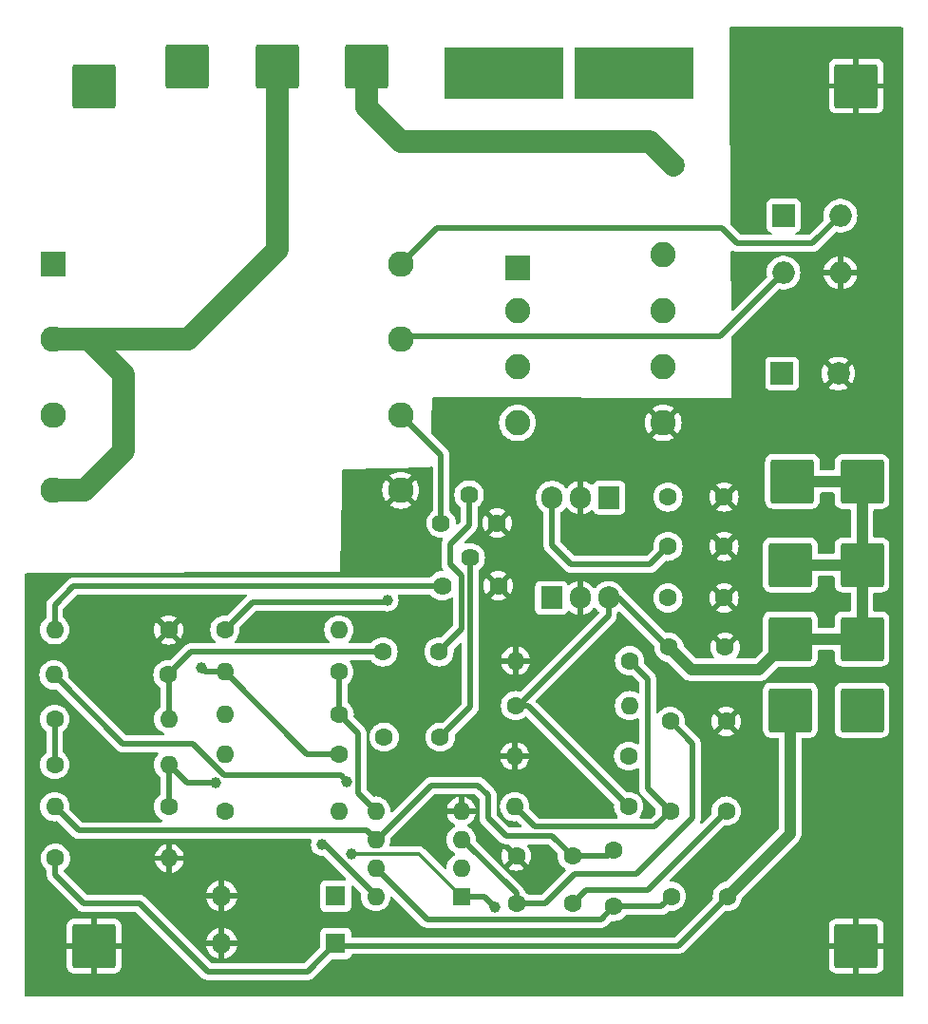
<source format=gbr>
%TF.GenerationSoftware,KiCad,Pcbnew,8.0.6*%
%TF.CreationDate,2025-03-04T10:23:17-08:00*%
%TF.ProjectId,Final_Board-Analog-v2,46696e61-6c5f-4426-9f61-72642d416e61,rev?*%
%TF.SameCoordinates,Original*%
%TF.FileFunction,Copper,L2,Bot*%
%TF.FilePolarity,Positive*%
%FSLAX46Y46*%
G04 Gerber Fmt 4.6, Leading zero omitted, Abs format (unit mm)*
G04 Created by KiCad (PCBNEW 8.0.6) date 2025-03-04 10:23:17*
%MOMM*%
%LPD*%
G01*
G04 APERTURE LIST*
G04 Aperture macros list*
%AMRoundRect*
0 Rectangle with rounded corners*
0 $1 Rounding radius*
0 $2 $3 $4 $5 $6 $7 $8 $9 X,Y pos of 4 corners*
0 Add a 4 corners polygon primitive as box body*
4,1,4,$2,$3,$4,$5,$6,$7,$8,$9,$2,$3,0*
0 Add four circle primitives for the rounded corners*
1,1,$1+$1,$2,$3*
1,1,$1+$1,$4,$5*
1,1,$1+$1,$6,$7*
1,1,$1+$1,$8,$9*
0 Add four rect primitives between the rounded corners*
20,1,$1+$1,$2,$3,$4,$5,0*
20,1,$1+$1,$4,$5,$6,$7,0*
20,1,$1+$1,$6,$7,$8,$9,0*
20,1,$1+$1,$8,$9,$2,$3,0*%
%AMFreePoly0*
4,1,5,2.250000,-4.000000,-2.250000,-4.000000,-2.250000,4.000000,2.250000,4.000000,2.250000,-4.000000,2.250000,-4.000000,$1*%
%AMFreePoly1*
4,1,5,1.500000,-2.250000,-1.500000,-2.250000,-1.500000,2.250000,1.500000,2.250000,1.500000,-2.250000,1.500000,-2.250000,$1*%
%AMFreePoly2*
4,1,5,4.000000,-2.250000,-4.000000,-2.250000,-4.000000,2.250000,4.000000,2.250000,4.000000,-2.250000,4.000000,-2.250000,$1*%
G04 Aperture macros list end*
%TA.AperFunction,ComponentPad*%
%ADD10C,1.600000*%
%TD*%
%TA.AperFunction,ComponentPad*%
%ADD11O,1.600000X1.600000*%
%TD*%
%TA.AperFunction,ComponentPad*%
%ADD12RoundRect,0.250002X-1.699998X-1.699998X1.699998X-1.699998X1.699998X1.699998X-1.699998X1.699998X0*%
%TD*%
%TA.AperFunction,ComponentPad*%
%ADD13C,1.620000*%
%TD*%
%TA.AperFunction,ComponentPad*%
%ADD14R,1.600000X1.600000*%
%TD*%
%TA.AperFunction,ComponentPad*%
%ADD15R,2.286000X2.286000*%
%TD*%
%TA.AperFunction,ComponentPad*%
%ADD16C,2.286000*%
%TD*%
%TA.AperFunction,ComponentPad*%
%ADD17R,2.250000X2.250000*%
%TD*%
%TA.AperFunction,ComponentPad*%
%ADD18C,2.250000*%
%TD*%
%TA.AperFunction,ComponentPad*%
%ADD19FreePoly0,90.000000*%
%TD*%
%TA.AperFunction,ComponentPad*%
%ADD20FreePoly1,0.000000*%
%TD*%
%TA.AperFunction,ComponentPad*%
%ADD21FreePoly2,0.000000*%
%TD*%
%TA.AperFunction,ComponentPad*%
%ADD22R,1.800000X1.800000*%
%TD*%
%TA.AperFunction,ComponentPad*%
%ADD23O,1.800000X1.800000*%
%TD*%
%TA.AperFunction,ComponentPad*%
%ADD24R,2.000000X2.000000*%
%TD*%
%TA.AperFunction,ComponentPad*%
%ADD25O,2.000000X2.000000*%
%TD*%
%TA.AperFunction,ComponentPad*%
%ADD26R,1.905000X2.000000*%
%TD*%
%TA.AperFunction,ComponentPad*%
%ADD27O,1.905000X2.000000*%
%TD*%
%TA.AperFunction,ComponentPad*%
%ADD28C,2.000000*%
%TD*%
%TA.AperFunction,ViaPad*%
%ADD29C,1.000000*%
%TD*%
%TA.AperFunction,ViaPad*%
%ADD30C,2.000000*%
%TD*%
%TA.AperFunction,Conductor*%
%ADD31C,2.000000*%
%TD*%
%TA.AperFunction,Conductor*%
%ADD32C,0.500000*%
%TD*%
%TA.AperFunction,Conductor*%
%ADD33C,0.375000*%
%TD*%
%TA.AperFunction,Conductor*%
%ADD34C,1.000000*%
%TD*%
G04 APERTURE END LIST*
D10*
%TO.P,R10,1*%
%TO.N,Net-(U4B-+)*%
X128520000Y-111800000D03*
D11*
%TO.P,R10,2*%
%TO.N,Net-(C13-Pad2)*%
X118360000Y-111800000D03*
%TD*%
D12*
%TO.P,J4,1,Pin_1*%
%TO.N,GND*%
X174603000Y-132431000D03*
%TD*%
D13*
%TO.P,RV1,1,1*%
%TO.N,Net-(RV1-Pad1)*%
X137600000Y-94725000D03*
%TO.P,RV1,2,2*%
%TO.N,Net-(C8-Pad1)*%
X140100000Y-92225000D03*
%TO.P,RV1,3,3*%
%TO.N,GND*%
X142600000Y-94725000D03*
%TD*%
D12*
%TO.P,J14,1,Pin_1*%
%TO.N,5v*%
X175120000Y-91050000D03*
%TD*%
D10*
%TO.P,R2,1*%
%TO.N,Net-(R1-Pad2)*%
X103160000Y-112200000D03*
D11*
%TO.P,R2,2*%
%TO.N,Net-(C8-Pad2)*%
X113320000Y-112200000D03*
%TD*%
D12*
%TO.P,J7,1,Pin_1*%
%TO.N,Net-(J7-Pin_1)*%
X115000000Y-54000000D03*
%TD*%
%TO.P,J6,1,Pin_1*%
%TO.N,5v*%
X168720000Y-98450000D03*
%TD*%
D10*
%TO.P,C4,1*%
%TO.N,Net-(D1-+)*%
X157820000Y-101400000D03*
%TO.P,C4,2*%
%TO.N,GND*%
X162820000Y-101400000D03*
%TD*%
%TO.P,R7,1*%
%TO.N,Net-(R1-Pad2)*%
X128520000Y-115300000D03*
D11*
%TO.P,R7,2*%
%TO.N,Net-(U4A--)*%
X118360000Y-115300000D03*
%TD*%
D10*
%TO.P,C12,1*%
%TO.N,Net-(U4A-+)*%
X144300000Y-128600000D03*
%TO.P,C12,2*%
%TO.N,Net-(C12-Pad2)*%
X149300000Y-128600000D03*
%TD*%
D14*
%TO.P,U4,1*%
%TO.N,Net-(C12-Pad2)*%
X139400000Y-128020000D03*
D11*
%TO.P,U4,2,-*%
%TO.N,Net-(U4A--)*%
X139400000Y-125480000D03*
%TO.P,U4,3,+*%
%TO.N,Net-(U4A-+)*%
X139400000Y-122940000D03*
%TO.P,U4,4,V-*%
%TO.N,GND*%
X139400000Y-120400000D03*
%TO.P,U4,5,+*%
%TO.N,Net-(U4B-+)*%
X131780000Y-120400000D03*
%TO.P,U4,6,-*%
%TO.N,Net-(U4B--)*%
X131780000Y-122940000D03*
%TO.P,U4,7*%
%TO.N,Net-(C13-Pad2)*%
X131780000Y-125480000D03*
%TO.P,U4,8,V+*%
%TO.N,VCC*%
X131780000Y-128020000D03*
%TD*%
D10*
%TO.P,C8,1*%
%TO.N,Net-(C8-Pad1)*%
X137420000Y-106200000D03*
%TO.P,C8,2*%
%TO.N,Net-(C8-Pad2)*%
X132420000Y-106200000D03*
%TD*%
D15*
%TO.P,T1,1*%
%TO.N,Net-(F1-Pad2)*%
X103012000Y-71607000D03*
D16*
%TO.P,T1,2*%
%TO.N,Neutral*%
X103012000Y-78338000D03*
%TO.P,T1,3*%
%TO.N,Net-(F1-Pad2)*%
X103012000Y-85069000D03*
%TO.P,T1,4*%
%TO.N,Neutral*%
X103012000Y-91800000D03*
%TO.P,T1,5*%
%TO.N,Net-(D1-Pad4)*%
X134000000Y-71607000D03*
%TO.P,T1,6*%
%TO.N,Net-(D1-Pad2)*%
X134000000Y-78338000D03*
%TO.P,T1,7*%
%TO.N,Net-(RV1-Pad1)*%
X134000000Y-85069000D03*
%TO.P,T1,8*%
%TO.N,GND*%
X134000000Y-91800000D03*
%TD*%
D13*
%TO.P,RV2,1,1*%
%TO.N,Net-(R15-Pad2)*%
X137700000Y-100325000D03*
%TO.P,RV2,2,2*%
%TO.N,Net-(C9-Pad1)*%
X140200000Y-97825000D03*
%TO.P,RV2,3,3*%
%TO.N,GND*%
X142700000Y-100325000D03*
%TD*%
D17*
%TO.P,T2,1*%
%TO.N,N/C*%
X144400000Y-72000000D03*
D18*
%TO.P,T2,2*%
%TO.N,Net-(F1-Pad2)*%
X144400000Y-75800000D03*
%TO.P,T2,3*%
%TO.N,Net-(J10-Pin_1)*%
X144400000Y-80800000D03*
%TO.P,T2,4*%
%TO.N,N/C*%
X144400000Y-85800000D03*
%TO.P,T2,5*%
%TO.N,GND*%
X157400000Y-85800000D03*
%TO.P,T2,6*%
%TO.N,N/C*%
X157400000Y-80800000D03*
%TO.P,T2,7*%
X157400000Y-75800000D03*
%TO.P,T2,8*%
%TO.N,Net-(R15-Pad2)*%
X157400000Y-70800000D03*
%TD*%
D10*
%TO.P,R6,1*%
%TO.N,Net-(U4B-+)*%
X128490000Y-108000000D03*
D11*
%TO.P,R6,2*%
%TO.N,Net-(R1-Pad2)*%
X118330000Y-108000000D03*
%TD*%
D12*
%TO.P,J1,1,Pin_1*%
%TO.N,GND*%
X106659000Y-55768000D03*
%TD*%
%TO.P,J2,1,Pin_1*%
%TO.N,GND*%
X174603000Y-55768000D03*
%TD*%
D10*
%TO.P,C5,1*%
%TO.N,5v*%
X157920000Y-105800000D03*
%TO.P,C5,2*%
%TO.N,GND*%
X162920000Y-105800000D03*
%TD*%
%TO.P,R11,1*%
%TO.N,5v*%
X154320000Y-120000000D03*
D11*
%TO.P,R11,2*%
%TO.N,Net-(D2-K)*%
X144160000Y-120000000D03*
%TD*%
D19*
%TO.P,F1,1*%
%TO.N,Net-(J7-Pin_1)*%
X141860000Y-54600000D03*
D20*
X146940000Y-54600000D03*
%TO.P,F1,2*%
%TO.N,Net-(F1-Pad2)*%
X151000000Y-54600000D03*
D21*
X156080000Y-54600000D03*
%TD*%
D10*
%TO.P,C14,1*%
%TO.N,Net-(C12-Pad2)*%
X163020000Y-120400000D03*
%TO.P,C14,2*%
%TO.N,Net-(D2-K)*%
X158020000Y-120400000D03*
%TD*%
D22*
%TO.P,D2,1,K*%
%TO.N,Net-(D2-K)*%
X128200000Y-127950000D03*
D23*
%TO.P,D2,2,A*%
%TO.N,GND*%
X118040000Y-127950000D03*
%TD*%
D10*
%TO.P,R13,1*%
%TO.N,5v*%
X144240000Y-111000000D03*
D11*
%TO.P,R13,2*%
%TO.N,Net-(D3-K)*%
X154400000Y-111000000D03*
%TD*%
D12*
%TO.P,J3,1,Pin_1*%
%TO.N,GND*%
X106659000Y-132431000D03*
%TD*%
D10*
%TO.P,C3,1*%
%TO.N,VCC*%
X157820000Y-96800000D03*
%TO.P,C3,2*%
%TO.N,GND*%
X162820000Y-96800000D03*
%TD*%
%TO.P,C13,1*%
%TO.N,Net-(U4B--)*%
X153000000Y-123900000D03*
%TO.P,C13,2*%
%TO.N,Net-(C13-Pad2)*%
X153000000Y-128900000D03*
%TD*%
%TO.P,R12,1*%
%TO.N,Net-(D2-K)*%
X154400000Y-107000000D03*
D11*
%TO.P,R12,2*%
%TO.N,GND*%
X144240000Y-107000000D03*
%TD*%
D10*
%TO.P,C9,1*%
%TO.N,Net-(C9-Pad1)*%
X137520000Y-113800000D03*
%TO.P,C9,2*%
%TO.N,Net-(C9-Pad2)*%
X132520000Y-113800000D03*
%TD*%
D12*
%TO.P,J16,1,Pin_1*%
%TO.N,5v*%
X175120000Y-105050000D03*
%TD*%
D24*
%TO.P,D1,1,+*%
%TO.N,Net-(D1-+)*%
X168120000Y-67320000D03*
D25*
%TO.P,D1,2*%
%TO.N,Net-(D1-Pad2)*%
X168120000Y-72400000D03*
%TO.P,D1,3,-*%
%TO.N,GND*%
X173200000Y-72400000D03*
%TO.P,D1,4*%
%TO.N,Net-(D1-Pad4)*%
X173200000Y-67320000D03*
%TD*%
D12*
%TO.P,J13,1,Pin_1*%
%TO.N,5v*%
X168720000Y-105050000D03*
%TD*%
D22*
%TO.P,D3,1,K*%
%TO.N,Net-(D3-K)*%
X128200000Y-132200000D03*
D23*
%TO.P,D3,2,A*%
%TO.N,GND*%
X118040000Y-132200000D03*
%TD*%
D10*
%TO.P,C10,1*%
%TO.N,GND*%
X144300000Y-124400000D03*
%TO.P,C10,2*%
%TO.N,Net-(U4B--)*%
X149300000Y-124400000D03*
%TD*%
D12*
%TO.P,J12,1,Pin_1*%
%TO.N,5v*%
X168920000Y-91000000D03*
%TD*%
D26*
%TO.P,U2,1,VI*%
%TO.N,Net-(D1-+)*%
X147440000Y-101400000D03*
D27*
%TO.P,U2,2,GND*%
%TO.N,GND*%
X149980000Y-101400000D03*
%TO.P,U2,3,VO*%
%TO.N,5v*%
X152520000Y-101400000D03*
%TD*%
D10*
%TO.P,R14,1*%
%TO.N,Net-(D3-K)*%
X103220000Y-124600000D03*
D11*
%TO.P,R14,2*%
%TO.N,GND*%
X113380000Y-124600000D03*
%TD*%
D12*
%TO.P,J15,1,Pin_1*%
%TO.N,5v*%
X175120000Y-98450000D03*
%TD*%
%TO.P,J11,1,Pin_1*%
%TO.N,Net-(D3-K)*%
X168720000Y-111400000D03*
%TD*%
D10*
%TO.P,C15,1*%
%TO.N,Net-(C13-Pad2)*%
X158120000Y-128000000D03*
%TO.P,C15,2*%
%TO.N,Net-(D3-K)*%
X163120000Y-128000000D03*
%TD*%
%TO.P,R5,1*%
%TO.N,Net-(C9-Pad2)*%
X113320000Y-120000000D03*
D11*
%TO.P,R5,2*%
%TO.N,Net-(U4B--)*%
X103160000Y-120000000D03*
%TD*%
D10*
%TO.P,R4,1*%
%TO.N,Net-(C8-Pad2)*%
X113240000Y-108250000D03*
D11*
%TO.P,R4,2*%
%TO.N,Net-(U4A-+)*%
X103080000Y-108250000D03*
%TD*%
D10*
%TO.P,C2,1*%
%TO.N,Net-(D1-+)*%
X157820000Y-92400000D03*
%TO.P,C2,2*%
%TO.N,GND*%
X162820000Y-92400000D03*
%TD*%
%TO.P,R8,1*%
%TO.N,Net-(R1-Pad2)*%
X154320000Y-115500000D03*
D11*
%TO.P,R8,2*%
%TO.N,GND*%
X144160000Y-115500000D03*
%TD*%
D10*
%TO.P,C11,1*%
%TO.N,Net-(U4A-+)*%
X158020000Y-112400000D03*
%TO.P,C11,2*%
%TO.N,GND*%
X163020000Y-112400000D03*
%TD*%
%TO.P,R9,1*%
%TO.N,Net-(U4A--)*%
X118320000Y-120400000D03*
D11*
%TO.P,R9,2*%
%TO.N,Net-(C12-Pad2)*%
X128480000Y-120400000D03*
%TD*%
D24*
%TO.P,C1,1*%
%TO.N,Net-(D1-+)*%
X168000000Y-81400000D03*
D28*
%TO.P,C1,2*%
%TO.N,GND*%
X173000000Y-81400000D03*
%TD*%
D26*
%TO.P,U1,1,VI*%
%TO.N,Net-(D1-+)*%
X152580000Y-92455000D03*
D27*
%TO.P,U1,2,GND*%
%TO.N,GND*%
X150040000Y-92455000D03*
%TO.P,U1,3,VO*%
%TO.N,VCC*%
X147500000Y-92455000D03*
%TD*%
D12*
%TO.P,J10,1,Pin_1*%
%TO.N,Net-(J10-Pin_1)*%
X131000000Y-54000000D03*
%TD*%
%TO.P,J8,1,Pin_1*%
%TO.N,Neutral*%
X123000000Y-54000000D03*
%TD*%
%TO.P,J5,1,Pin_1*%
%TO.N,Net-(D2-K)*%
X175120000Y-111400000D03*
%TD*%
D10*
%TO.P,R3,1*%
%TO.N,Net-(R1-Pad2)*%
X103160000Y-116250000D03*
D11*
%TO.P,R3,2*%
%TO.N,Net-(C9-Pad2)*%
X113320000Y-116250000D03*
%TD*%
D10*
%TO.P,R15,1*%
%TO.N,GND*%
X113320000Y-104250000D03*
D11*
%TO.P,R15,2*%
%TO.N,Net-(R15-Pad2)*%
X103160000Y-104250000D03*
%TD*%
D10*
%TO.P,R1,1*%
%TO.N,VCC*%
X118330000Y-104250000D03*
D11*
%TO.P,R1,2*%
%TO.N,Net-(R1-Pad2)*%
X128490000Y-104250000D03*
%TD*%
D29*
%TO.N,Net-(C9-Pad2)*%
X117521321Y-117873533D03*
%TO.N,GND*%
X149200000Y-96700000D03*
%TO.N,Net-(U4A-+)*%
X129196000Y-117746000D03*
%TO.N,Net-(C12-Pad2)*%
X142400000Y-129000000D03*
X129600000Y-124230000D03*
%TO.N,VCC*%
X132800000Y-101600000D03*
X127000000Y-123400000D03*
%TO.N,Net-(R1-Pad2)*%
X116200000Y-107600000D03*
D30*
%TO.N,Net-(J10-Pin_1)*%
X158300000Y-62800000D03*
%TD*%
D31*
%TO.N,Neutral*%
X106133737Y-78338000D02*
X103012000Y-78338000D01*
X109300000Y-81504263D02*
X106133737Y-78338000D01*
X105800000Y-91800000D02*
X109300000Y-88300000D01*
X109300000Y-88300000D02*
X109300000Y-81504263D01*
X103012000Y-91800000D02*
X105800000Y-91800000D01*
D32*
%TO.N,Net-(C8-Pad2)*%
X113320000Y-108330000D02*
X113240000Y-108250000D01*
X115290000Y-106200000D02*
X132420000Y-106200000D01*
X113240000Y-108250000D02*
X115290000Y-106200000D01*
X113320000Y-112200000D02*
X113320000Y-108330000D01*
%TO.N,Net-(C8-Pad1)*%
X140100000Y-94900000D02*
X140100000Y-92225000D01*
X137420000Y-106200000D02*
X139446000Y-104174000D01*
X139446000Y-99446000D02*
X138400000Y-98400000D01*
X139446000Y-104174000D02*
X139446000Y-99446000D01*
X138400000Y-96600000D02*
X140100000Y-94900000D01*
X138400000Y-98400000D02*
X138400000Y-96600000D01*
%TO.N,Net-(C9-Pad1)*%
X140200000Y-97825000D02*
X140200000Y-111120000D01*
X140200000Y-111120000D02*
X137520000Y-113800000D01*
%TO.N,Net-(C9-Pad2)*%
X117521321Y-117873533D02*
X114943533Y-117873533D01*
X114943533Y-117873533D02*
X113320000Y-116250000D01*
X113320000Y-116250000D02*
X113320000Y-120000000D01*
D31*
%TO.N,Neutral*%
X123000000Y-70400000D02*
X123000000Y-54000000D01*
X115062000Y-78338000D02*
X123000000Y-70400000D01*
X103012000Y-78338000D02*
X115062000Y-78338000D01*
D32*
%TO.N,Net-(U4B--)*%
X131780000Y-122940000D02*
X130980001Y-122140001D01*
X152500000Y-124400000D02*
X153000000Y-123900000D01*
X131860000Y-122940000D02*
X136700000Y-118100000D01*
X140900000Y-118100000D02*
X141800000Y-119000000D01*
X130980001Y-122140001D02*
X105300001Y-122140001D01*
X149300000Y-124400000D02*
X152500000Y-124400000D01*
X136700000Y-118100000D02*
X140900000Y-118100000D01*
X131780000Y-122940000D02*
X131860000Y-122940000D01*
X141800000Y-119000000D02*
X141800000Y-121000000D01*
X105300001Y-122140001D02*
X103160000Y-120000000D01*
X147500000Y-122600000D02*
X149300000Y-124400000D01*
X141800000Y-121000000D02*
X143400000Y-122600000D01*
X143400000Y-122600000D02*
X147500000Y-122600000D01*
%TO.N,Net-(U4A-+)*%
X146867767Y-128600000D02*
X149467767Y-126000000D01*
X160000000Y-114380000D02*
X158020000Y-112400000D01*
X155000000Y-126000000D02*
X160000000Y-121000000D01*
X144300000Y-128600000D02*
X144300000Y-127700000D01*
X129196000Y-117746000D02*
X128650000Y-117200000D01*
X139540000Y-122940000D02*
X139400000Y-122940000D01*
X128650000Y-117200000D02*
X118300000Y-117200000D01*
X109230000Y-114400000D02*
X103080000Y-108250000D01*
X149467767Y-126000000D02*
X155000000Y-126000000D01*
X118300000Y-117200000D02*
X115500000Y-114400000D01*
X115500000Y-114400000D02*
X109230000Y-114400000D01*
X160000000Y-121000000D02*
X160000000Y-114380000D01*
X144300000Y-127700000D02*
X139540000Y-122940000D01*
X144300000Y-128600000D02*
X146867767Y-128600000D01*
%TO.N,Net-(C12-Pad2)*%
X150500000Y-127400000D02*
X156020000Y-127400000D01*
X139400000Y-128020000D02*
X141420000Y-128020000D01*
X156020000Y-127400000D02*
X163020000Y-120400000D01*
D33*
X129600000Y-124230000D02*
X135610000Y-124230000D01*
D32*
X141420000Y-128020000D02*
X142400000Y-129000000D01*
D33*
X135610000Y-124230000D02*
X139400000Y-128020000D01*
D32*
X149300000Y-128600000D02*
X150500000Y-127400000D01*
%TO.N,Net-(C13-Pad2)*%
X153000000Y-128900000D02*
X157220000Y-128900000D01*
X157220000Y-128900000D02*
X158120000Y-128000000D01*
X151850000Y-130050000D02*
X153000000Y-128900000D01*
X131780000Y-125480000D02*
X136350000Y-130050000D01*
X136350000Y-130050000D02*
X151850000Y-130050000D01*
%TO.N,Net-(D2-K)*%
X154400000Y-107000000D02*
X156000000Y-108600000D01*
X156620000Y-121800000D02*
X158020000Y-120400000D01*
X145960000Y-121800000D02*
X156620000Y-121800000D01*
X156000000Y-108600000D02*
X156000000Y-118380000D01*
X144160000Y-120000000D02*
X145960000Y-121800000D01*
X156000000Y-118380000D02*
X158020000Y-120400000D01*
D34*
%TO.N,Net-(D3-K)*%
X168700000Y-111420000D02*
X168700000Y-122420000D01*
D32*
X105700000Y-128600000D02*
X110700000Y-128600000D01*
X158720000Y-132400000D02*
X128430000Y-132400000D01*
X163120000Y-128000000D02*
X158720000Y-132400000D01*
X103220000Y-124600000D02*
X103220000Y-126120000D01*
X128400000Y-132200000D02*
X128200000Y-132400000D01*
X103220000Y-126120000D02*
X105700000Y-128600000D01*
X125700000Y-134700000D02*
X128200000Y-132200000D01*
D34*
X168720000Y-111400000D02*
X168700000Y-111420000D01*
X168700000Y-122420000D02*
X163120000Y-128000000D01*
D32*
X116800000Y-134700000D02*
X125700000Y-134700000D01*
X110700000Y-128600000D02*
X116800000Y-134700000D01*
%TO.N,Net-(D1-Pad2)*%
X134000000Y-78338000D02*
X134238000Y-78100000D01*
X162420000Y-78100000D02*
X168120000Y-72400000D01*
X134238000Y-78100000D02*
X162420000Y-78100000D01*
%TO.N,Net-(D1-Pad4)*%
X170700000Y-69800000D02*
X173180000Y-67320000D01*
X137207000Y-68400000D02*
X162600000Y-68400000D01*
X162600000Y-68400000D02*
X164000000Y-69800000D01*
X173180000Y-67320000D02*
X173200000Y-67320000D01*
X134000000Y-71607000D02*
X137207000Y-68400000D01*
X164000000Y-69800000D02*
X170700000Y-69800000D01*
%TO.N,VCC*%
X118330000Y-104250000D02*
X120780000Y-101800000D01*
X156220000Y-98400000D02*
X149200000Y-98400000D01*
X131780000Y-127980000D02*
X131780000Y-128020000D01*
X132600000Y-101800000D02*
X132800000Y-101600000D01*
X149200000Y-98400000D02*
X147500000Y-96700000D01*
X127000000Y-123400000D02*
X127200000Y-123400000D01*
X120780000Y-101800000D02*
X132600000Y-101800000D01*
X147500000Y-96700000D02*
X147500000Y-92455000D01*
X127200000Y-123400000D02*
X131780000Y-127980000D01*
X157820000Y-96800000D02*
X156220000Y-98400000D01*
%TO.N,Net-(R1-Pad2)*%
X103160000Y-116250000D02*
X103160000Y-112200000D01*
X125630000Y-115300000D02*
X118330000Y-108000000D01*
X116600000Y-108000000D02*
X116200000Y-107600000D01*
X118330000Y-108000000D02*
X116600000Y-108000000D01*
X128520000Y-115300000D02*
X125630000Y-115300000D01*
%TO.N,Net-(U4B-+)*%
X128520000Y-108030000D02*
X128490000Y-108000000D01*
X128520000Y-111800000D02*
X128520000Y-108030000D01*
X130200000Y-113480000D02*
X128520000Y-111800000D01*
X130200000Y-118820000D02*
X130200000Y-113480000D01*
X131780000Y-120400000D02*
X130200000Y-118820000D01*
%TO.N,Net-(R15-Pad2)*%
X137700000Y-100325000D02*
X104838604Y-100325000D01*
X103160000Y-102003604D02*
X103160000Y-104250000D01*
X104838604Y-100325000D02*
X103160000Y-102003604D01*
%TO.N,Net-(RV1-Pad1)*%
X137600000Y-88669000D02*
X134000000Y-85069000D01*
X137600000Y-94725000D02*
X137600000Y-88669000D01*
%TO.N,5v*%
X153400000Y-101400000D02*
X152520000Y-101400000D01*
D34*
X175120000Y-98450000D02*
X175120000Y-105050000D01*
D32*
X157920000Y-105800000D02*
X157800000Y-105800000D01*
D34*
X168920000Y-91000000D02*
X175070000Y-91000000D01*
X157920000Y-105800000D02*
X159920000Y-107800000D01*
X167920000Y-90000000D02*
X168920000Y-91000000D01*
D32*
X152520000Y-102980000D02*
X152520000Y-101400000D01*
X145320000Y-111000000D02*
X144240000Y-111000000D01*
D34*
X175120000Y-105050000D02*
X168720000Y-105050000D01*
D32*
X175070000Y-91000000D02*
X175120000Y-91050000D01*
X144500000Y-111000000D02*
X152520000Y-102980000D01*
X154320000Y-120000000D02*
X145320000Y-111000000D01*
X157800000Y-105800000D02*
X153400000Y-101400000D01*
X144240000Y-111000000D02*
X144500000Y-111000000D01*
D34*
X165970000Y-107800000D02*
X159920000Y-107800000D01*
X175120000Y-91050000D02*
X175120000Y-98450000D01*
X168720000Y-105050000D02*
X165970000Y-107800000D01*
X168720000Y-98450000D02*
X175120000Y-98450000D01*
D31*
%TO.N,Net-(J10-Pin_1)*%
X131000000Y-57700000D02*
X131000000Y-54000000D01*
X156200000Y-60700000D02*
X134000000Y-60700000D01*
X134000000Y-60700000D02*
X131000000Y-57700000D01*
X158300000Y-62800000D02*
X156200000Y-60700000D01*
D32*
%TO.N,Net-(D1-+)*%
X157765000Y-92455000D02*
X157820000Y-92400000D01*
X157920000Y-101500000D02*
X157820000Y-101400000D01*
%TD*%
%TA.AperFunction,Conductor*%
%TO.N,GND*%
G36*
X178722539Y-50520185D02*
G01*
X178768294Y-50572989D01*
X178779500Y-50624500D01*
X178779500Y-136827700D01*
X178759815Y-136894739D01*
X178707011Y-136940494D01*
X178655500Y-136951700D01*
X100624500Y-136951700D01*
X100557461Y-136932015D01*
X100511706Y-136879211D01*
X100500500Y-136827700D01*
X100500500Y-130681015D01*
X104209000Y-130681015D01*
X104209000Y-132181000D01*
X105433015Y-132181000D01*
X105409000Y-132332623D01*
X105409000Y-132529377D01*
X105433015Y-132681000D01*
X104209001Y-132681000D01*
X104209001Y-134180984D01*
X104219494Y-134283695D01*
X104274641Y-134450117D01*
X104274643Y-134450122D01*
X104366684Y-134599344D01*
X104490655Y-134723315D01*
X104639877Y-134815356D01*
X104639882Y-134815358D01*
X104806304Y-134870505D01*
X104806311Y-134870506D01*
X104909021Y-134880999D01*
X106408999Y-134880999D01*
X106409000Y-134880998D01*
X106409000Y-133656985D01*
X106560623Y-133681000D01*
X106757377Y-133681000D01*
X106909000Y-133656985D01*
X106909000Y-134880999D01*
X108408970Y-134880999D01*
X108408984Y-134880998D01*
X108511695Y-134870505D01*
X108678117Y-134815358D01*
X108678122Y-134815356D01*
X108827344Y-134723315D01*
X108951315Y-134599344D01*
X109043356Y-134450122D01*
X109043358Y-134450117D01*
X109098505Y-134283695D01*
X109098506Y-134283688D01*
X109108999Y-134180984D01*
X109109000Y-134180971D01*
X109109000Y-132681000D01*
X107884985Y-132681000D01*
X107909000Y-132529377D01*
X107909000Y-132332623D01*
X107884985Y-132181000D01*
X109108999Y-132181000D01*
X109108999Y-130681030D01*
X109108998Y-130681015D01*
X109098505Y-130578304D01*
X109043358Y-130411882D01*
X109043356Y-130411877D01*
X108951315Y-130262655D01*
X108827344Y-130138684D01*
X108678122Y-130046643D01*
X108678117Y-130046641D01*
X108511695Y-129991494D01*
X108511688Y-129991493D01*
X108408984Y-129981000D01*
X106909000Y-129981000D01*
X106909000Y-131205014D01*
X106757377Y-131181000D01*
X106560623Y-131181000D01*
X106409000Y-131205014D01*
X106409000Y-129981000D01*
X104909030Y-129981000D01*
X104909014Y-129981001D01*
X104806304Y-129991494D01*
X104639882Y-130046641D01*
X104639877Y-130046643D01*
X104490655Y-130138684D01*
X104366684Y-130262655D01*
X104274643Y-130411877D01*
X104274641Y-130411882D01*
X104219494Y-130578304D01*
X104219493Y-130578311D01*
X104209000Y-130681015D01*
X100500500Y-130681015D01*
X100500500Y-124599998D01*
X101914532Y-124599998D01*
X101914532Y-124600001D01*
X101934364Y-124826686D01*
X101934366Y-124826697D01*
X101993258Y-125046488D01*
X101993261Y-125046497D01*
X102089431Y-125252732D01*
X102089432Y-125252734D01*
X102219954Y-125439141D01*
X102380859Y-125600046D01*
X102416621Y-125625086D01*
X102460247Y-125679662D01*
X102469500Y-125726662D01*
X102469500Y-126193918D01*
X102469500Y-126193920D01*
X102469499Y-126193920D01*
X102498340Y-126338907D01*
X102498342Y-126338913D01*
X102554916Y-126475495D01*
X102556862Y-126478407D01*
X102556865Y-126478417D01*
X102556868Y-126478416D01*
X102626715Y-126582952D01*
X102637051Y-126598420D01*
X102637052Y-126598421D01*
X105117049Y-129078416D01*
X105221584Y-129182951D01*
X105221587Y-129182953D01*
X105221588Y-129182954D01*
X105344494Y-129265077D01*
X105344498Y-129265079D01*
X105344505Y-129265084D01*
X105344508Y-129265085D01*
X105344511Y-129265087D01*
X105380069Y-129279815D01*
X105394115Y-129285633D01*
X105394118Y-129285634D01*
X105394119Y-129285635D01*
X105427592Y-129299500D01*
X105481088Y-129321659D01*
X105597241Y-129344763D01*
X105616468Y-129348587D01*
X105626081Y-129350500D01*
X105626082Y-129350500D01*
X105626083Y-129350500D01*
X105773918Y-129350500D01*
X110337770Y-129350500D01*
X110404809Y-129370185D01*
X110425451Y-129386819D01*
X116321586Y-135282954D01*
X116351058Y-135302645D01*
X116395268Y-135332184D01*
X116395270Y-135332187D01*
X116395271Y-135332187D01*
X116444496Y-135365079D01*
X116444511Y-135365087D01*
X116501079Y-135388518D01*
X116501080Y-135388518D01*
X116581088Y-135421659D01*
X116697241Y-135444763D01*
X116716468Y-135448587D01*
X116726081Y-135450500D01*
X116726082Y-135450500D01*
X125773920Y-135450500D01*
X125871462Y-135431096D01*
X125918913Y-135421658D01*
X126055495Y-135365084D01*
X126104729Y-135332186D01*
X126104734Y-135332183D01*
X126129071Y-135315921D01*
X126178416Y-135282952D01*
X127824549Y-133636817D01*
X127885872Y-133603333D01*
X127912230Y-133600499D01*
X129147871Y-133600499D01*
X129147872Y-133600499D01*
X129207483Y-133594091D01*
X129342331Y-133543796D01*
X129457546Y-133457546D01*
X129543796Y-133342331D01*
X129579979Y-133245320D01*
X129585258Y-133231167D01*
X129627129Y-133175233D01*
X129692593Y-133150816D01*
X129701440Y-133150500D01*
X158793920Y-133150500D01*
X158891462Y-133131096D01*
X158938913Y-133121658D01*
X159075495Y-133065084D01*
X159124729Y-133032186D01*
X159198416Y-132982952D01*
X161500352Y-130681015D01*
X172153000Y-130681015D01*
X172153000Y-132181000D01*
X173377015Y-132181000D01*
X173353000Y-132332623D01*
X173353000Y-132529377D01*
X173377015Y-132681000D01*
X172153001Y-132681000D01*
X172153001Y-134180984D01*
X172163494Y-134283695D01*
X172218641Y-134450117D01*
X172218643Y-134450122D01*
X172310684Y-134599344D01*
X172434655Y-134723315D01*
X172583877Y-134815356D01*
X172583882Y-134815358D01*
X172750304Y-134870505D01*
X172750311Y-134870506D01*
X172853021Y-134880999D01*
X174352999Y-134880999D01*
X174353000Y-134880998D01*
X174353000Y-133656985D01*
X174504623Y-133681000D01*
X174701377Y-133681000D01*
X174853000Y-133656985D01*
X174853000Y-134880999D01*
X176352970Y-134880999D01*
X176352984Y-134880998D01*
X176455695Y-134870505D01*
X176622117Y-134815358D01*
X176622122Y-134815356D01*
X176771344Y-134723315D01*
X176895315Y-134599344D01*
X176987356Y-134450122D01*
X176987358Y-134450117D01*
X177042505Y-134283695D01*
X177042506Y-134283688D01*
X177052999Y-134180984D01*
X177053000Y-134180971D01*
X177053000Y-132681000D01*
X175828985Y-132681000D01*
X175853000Y-132529377D01*
X175853000Y-132332623D01*
X175828985Y-132181000D01*
X177052999Y-132181000D01*
X177052999Y-130681030D01*
X177052998Y-130681015D01*
X177042505Y-130578304D01*
X176987358Y-130411882D01*
X176987356Y-130411877D01*
X176895315Y-130262655D01*
X176771344Y-130138684D01*
X176622122Y-130046643D01*
X176622117Y-130046641D01*
X176455695Y-129991494D01*
X176455688Y-129991493D01*
X176352984Y-129981000D01*
X174853000Y-129981000D01*
X174853000Y-131205014D01*
X174701377Y-131181000D01*
X174504623Y-131181000D01*
X174353000Y-131205014D01*
X174353000Y-129981000D01*
X172853030Y-129981000D01*
X172853014Y-129981001D01*
X172750304Y-129991494D01*
X172583882Y-130046641D01*
X172583877Y-130046643D01*
X172434655Y-130138684D01*
X172310684Y-130262655D01*
X172218643Y-130411877D01*
X172218641Y-130411882D01*
X172163494Y-130578304D01*
X172163493Y-130578311D01*
X172153000Y-130681015D01*
X161500352Y-130681015D01*
X162854652Y-129326714D01*
X162915973Y-129293231D01*
X162953135Y-129290869D01*
X163096366Y-129303400D01*
X163119999Y-129305468D01*
X163120000Y-129305468D01*
X163120002Y-129305468D01*
X163188214Y-129299500D01*
X163346692Y-129285635D01*
X163566496Y-129226739D01*
X163772734Y-129130568D01*
X163959139Y-129000047D01*
X164120047Y-128839139D01*
X164250568Y-128652734D01*
X164346739Y-128446496D01*
X164405635Y-128226692D01*
X164411040Y-128164905D01*
X164436492Y-128099838D01*
X164446879Y-128088040D01*
X169477140Y-123057781D01*
X169586632Y-122893914D01*
X169662052Y-122711835D01*
X169700500Y-122518540D01*
X169700500Y-122321459D01*
X169700500Y-113974499D01*
X169720185Y-113907460D01*
X169772989Y-113861705D01*
X169824500Y-113850499D01*
X170470000Y-113850499D01*
X170470006Y-113850499D01*
X170572796Y-113839999D01*
X170739333Y-113784814D01*
X170888655Y-113692711D01*
X171012711Y-113568655D01*
X171104814Y-113419333D01*
X171159999Y-113252796D01*
X171170500Y-113150007D01*
X171170499Y-109649994D01*
X171170498Y-109649985D01*
X172669500Y-109649985D01*
X172669500Y-113149999D01*
X172669501Y-113150016D01*
X172680000Y-113252795D01*
X172680001Y-113252798D01*
X172728795Y-113400047D01*
X172735186Y-113419333D01*
X172827289Y-113568655D01*
X172951345Y-113692711D01*
X173100667Y-113784814D01*
X173267204Y-113839999D01*
X173369993Y-113850500D01*
X176870006Y-113850499D01*
X176972796Y-113839999D01*
X177139333Y-113784814D01*
X177288655Y-113692711D01*
X177412711Y-113568655D01*
X177504814Y-113419333D01*
X177559999Y-113252796D01*
X177570500Y-113150007D01*
X177570499Y-109649994D01*
X177559999Y-109547204D01*
X177504814Y-109380667D01*
X177412711Y-109231345D01*
X177288655Y-109107289D01*
X177139333Y-109015186D01*
X176972796Y-108960001D01*
X176972794Y-108960000D01*
X176870008Y-108949500D01*
X173370000Y-108949500D01*
X173369983Y-108949501D01*
X173267204Y-108960000D01*
X173267201Y-108960001D01*
X173100669Y-109015185D01*
X173100664Y-109015187D01*
X172951343Y-109107290D01*
X172827290Y-109231343D01*
X172735187Y-109380664D01*
X172735186Y-109380667D01*
X172680001Y-109547204D01*
X172680001Y-109547205D01*
X172680000Y-109547205D01*
X172669500Y-109649985D01*
X171170498Y-109649985D01*
X171159999Y-109547204D01*
X171104814Y-109380667D01*
X171012711Y-109231345D01*
X170888655Y-109107289D01*
X170739333Y-109015186D01*
X170572796Y-108960001D01*
X170572794Y-108960000D01*
X170470008Y-108949500D01*
X166970000Y-108949500D01*
X166969983Y-108949501D01*
X166867204Y-108960000D01*
X166867201Y-108960001D01*
X166700669Y-109015185D01*
X166700664Y-109015187D01*
X166551343Y-109107290D01*
X166427290Y-109231343D01*
X166335187Y-109380664D01*
X166335186Y-109380667D01*
X166280001Y-109547204D01*
X166280001Y-109547205D01*
X166280000Y-109547205D01*
X166269500Y-109649985D01*
X166269500Y-113149999D01*
X166269501Y-113150016D01*
X166280000Y-113252795D01*
X166280001Y-113252798D01*
X166328795Y-113400047D01*
X166335186Y-113419333D01*
X166427289Y-113568655D01*
X166551345Y-113692711D01*
X166700667Y-113784814D01*
X166867204Y-113839999D01*
X166969993Y-113850500D01*
X167575500Y-113850499D01*
X167642539Y-113870183D01*
X167688294Y-113922987D01*
X167699500Y-113974499D01*
X167699500Y-121954216D01*
X167679815Y-122021255D01*
X167663181Y-122041897D01*
X163031966Y-126673111D01*
X162970643Y-126706596D01*
X162955095Y-126708958D01*
X162893307Y-126714365D01*
X162673511Y-126773258D01*
X162673502Y-126773261D01*
X162467267Y-126869431D01*
X162467265Y-126869432D01*
X162280858Y-126999954D01*
X162119954Y-127160858D01*
X161989432Y-127347265D01*
X161989431Y-127347267D01*
X161893261Y-127553502D01*
X161893258Y-127553511D01*
X161834366Y-127773302D01*
X161834364Y-127773313D01*
X161814532Y-127999998D01*
X161814532Y-128000003D01*
X161829129Y-128166861D01*
X161815362Y-128235360D01*
X161793282Y-128265348D01*
X158445451Y-131613181D01*
X158384128Y-131646666D01*
X158357770Y-131649500D01*
X129724499Y-131649500D01*
X129657460Y-131629815D01*
X129611705Y-131577011D01*
X129600499Y-131525500D01*
X129600499Y-131252129D01*
X129600498Y-131252123D01*
X129600497Y-131252116D01*
X129594091Y-131192517D01*
X129589795Y-131181000D01*
X129543797Y-131057671D01*
X129543793Y-131057664D01*
X129457547Y-130942455D01*
X129457544Y-130942452D01*
X129342335Y-130856206D01*
X129342328Y-130856202D01*
X129207482Y-130805908D01*
X129207483Y-130805908D01*
X129147883Y-130799501D01*
X129147881Y-130799500D01*
X129147873Y-130799500D01*
X129147864Y-130799500D01*
X127252129Y-130799500D01*
X127252123Y-130799501D01*
X127192516Y-130805908D01*
X127057671Y-130856202D01*
X127057664Y-130856206D01*
X126942455Y-130942452D01*
X126942452Y-130942455D01*
X126856206Y-131057664D01*
X126856202Y-131057671D01*
X126805908Y-131192517D01*
X126799501Y-131252116D01*
X126799501Y-131252123D01*
X126799500Y-131252135D01*
X126799500Y-132487769D01*
X126779815Y-132554808D01*
X126763181Y-132575450D01*
X125425451Y-133913181D01*
X125364128Y-133946666D01*
X125337770Y-133949500D01*
X117162230Y-133949500D01*
X117095191Y-133929815D01*
X117074549Y-133913181D01*
X115111368Y-131950000D01*
X116659117Y-131950000D01*
X117664722Y-131950000D01*
X117620667Y-132026306D01*
X117590000Y-132140756D01*
X117590000Y-132259244D01*
X117620667Y-132373694D01*
X117664722Y-132450000D01*
X116659117Y-132450000D01*
X116711317Y-132656135D01*
X116804516Y-132868609D01*
X116931414Y-133062842D01*
X117088558Y-133233545D01*
X117088562Y-133233548D01*
X117271644Y-133376047D01*
X117271648Y-133376050D01*
X117475697Y-133486476D01*
X117475706Y-133486479D01*
X117695139Y-133561811D01*
X117789999Y-133577640D01*
X117790000Y-133577639D01*
X117790000Y-132575277D01*
X117866306Y-132619333D01*
X117980756Y-132650000D01*
X118099244Y-132650000D01*
X118213694Y-132619333D01*
X118290000Y-132575277D01*
X118290000Y-133577640D01*
X118384860Y-133561811D01*
X118604293Y-133486479D01*
X118604302Y-133486476D01*
X118808351Y-133376050D01*
X118808355Y-133376047D01*
X118991437Y-133233548D01*
X118991441Y-133233545D01*
X119148585Y-133062842D01*
X119275483Y-132868609D01*
X119368682Y-132656135D01*
X119420883Y-132450000D01*
X118415278Y-132450000D01*
X118459333Y-132373694D01*
X118490000Y-132259244D01*
X118490000Y-132140756D01*
X118459333Y-132026306D01*
X118415278Y-131950000D01*
X119420883Y-131950000D01*
X119368682Y-131743864D01*
X119275483Y-131531390D01*
X119148585Y-131337157D01*
X118991441Y-131166454D01*
X118991437Y-131166451D01*
X118808355Y-131023952D01*
X118808351Y-131023949D01*
X118604302Y-130913523D01*
X118604293Y-130913520D01*
X118384861Y-130838188D01*
X118290000Y-130822359D01*
X118290000Y-131824722D01*
X118213694Y-131780667D01*
X118099244Y-131750000D01*
X117980756Y-131750000D01*
X117866306Y-131780667D01*
X117790000Y-131824722D01*
X117790000Y-130822359D01*
X117789999Y-130822359D01*
X117695138Y-130838188D01*
X117475706Y-130913520D01*
X117475697Y-130913523D01*
X117271648Y-131023949D01*
X117271644Y-131023952D01*
X117088562Y-131166451D01*
X117088558Y-131166454D01*
X116931414Y-131337157D01*
X116804516Y-131531390D01*
X116711317Y-131743864D01*
X116659117Y-131950000D01*
X115111368Y-131950000D01*
X111178421Y-128017052D01*
X111178414Y-128017046D01*
X111104729Y-127967812D01*
X111104729Y-127967813D01*
X111055491Y-127934913D01*
X110918917Y-127878343D01*
X110918907Y-127878340D01*
X110773920Y-127849500D01*
X110773918Y-127849500D01*
X106062229Y-127849500D01*
X105995190Y-127829815D01*
X105974548Y-127813181D01*
X105861367Y-127700000D01*
X116659117Y-127700000D01*
X117664722Y-127700000D01*
X117620667Y-127776306D01*
X117590000Y-127890756D01*
X117590000Y-128009244D01*
X117620667Y-128123694D01*
X117664722Y-128200000D01*
X116659117Y-128200000D01*
X116711317Y-128406135D01*
X116804516Y-128618609D01*
X116931414Y-128812842D01*
X117088558Y-128983545D01*
X117088562Y-128983548D01*
X117271644Y-129126047D01*
X117271648Y-129126050D01*
X117475697Y-129236476D01*
X117475706Y-129236479D01*
X117695139Y-129311811D01*
X117789999Y-129327640D01*
X117790000Y-129327639D01*
X117790000Y-128325277D01*
X117866306Y-128369333D01*
X117980756Y-128400000D01*
X118099244Y-128400000D01*
X118213694Y-128369333D01*
X118290000Y-128325277D01*
X118290000Y-129327640D01*
X118384860Y-129311811D01*
X118604293Y-129236479D01*
X118604302Y-129236476D01*
X118808351Y-129126050D01*
X118808355Y-129126047D01*
X118991437Y-128983548D01*
X118991441Y-128983545D01*
X119148585Y-128812842D01*
X119275483Y-128618609D01*
X119368682Y-128406135D01*
X119420883Y-128200000D01*
X118415278Y-128200000D01*
X118459333Y-128123694D01*
X118490000Y-128009244D01*
X118490000Y-127890756D01*
X118459333Y-127776306D01*
X118415278Y-127700000D01*
X119420883Y-127700000D01*
X119368682Y-127493864D01*
X119275483Y-127281390D01*
X119148585Y-127087157D01*
X118991441Y-126916454D01*
X118991437Y-126916451D01*
X118808355Y-126773952D01*
X118808351Y-126773949D01*
X118604302Y-126663523D01*
X118604293Y-126663520D01*
X118384861Y-126588188D01*
X118290000Y-126572359D01*
X118290000Y-127574722D01*
X118213694Y-127530667D01*
X118099244Y-127500000D01*
X117980756Y-127500000D01*
X117866306Y-127530667D01*
X117790000Y-127574722D01*
X117790000Y-126572359D01*
X117789999Y-126572359D01*
X117695138Y-126588188D01*
X117475706Y-126663520D01*
X117475697Y-126663523D01*
X117271648Y-126773949D01*
X117271644Y-126773952D01*
X117088562Y-126916451D01*
X117088558Y-126916454D01*
X116931414Y-127087157D01*
X116804516Y-127281390D01*
X116711317Y-127493864D01*
X116659117Y-127700000D01*
X105861367Y-127700000D01*
X104006819Y-125845451D01*
X103973334Y-125784128D01*
X103970500Y-125757770D01*
X103970500Y-125726662D01*
X103990185Y-125659623D01*
X104023379Y-125625086D01*
X104059140Y-125600046D01*
X104220045Y-125439141D01*
X104220047Y-125439139D01*
X104350568Y-125252734D01*
X104446739Y-125046496D01*
X104505635Y-124826692D01*
X104525468Y-124600000D01*
X104505635Y-124373308D01*
X104499389Y-124349999D01*
X112101127Y-124349999D01*
X112101128Y-124350000D01*
X113064314Y-124350000D01*
X113059920Y-124354394D01*
X113007259Y-124445606D01*
X112980000Y-124547339D01*
X112980000Y-124652661D01*
X113007259Y-124754394D01*
X113059920Y-124845606D01*
X113064314Y-124850000D01*
X112101128Y-124850000D01*
X112153730Y-125046317D01*
X112153734Y-125046326D01*
X112249865Y-125252482D01*
X112380342Y-125438820D01*
X112541179Y-125599657D01*
X112727517Y-125730134D01*
X112933673Y-125826265D01*
X112933682Y-125826269D01*
X113129999Y-125878872D01*
X113130000Y-125878871D01*
X113130000Y-124915686D01*
X113134394Y-124920080D01*
X113225606Y-124972741D01*
X113327339Y-125000000D01*
X113432661Y-125000000D01*
X113534394Y-124972741D01*
X113625606Y-124920080D01*
X113630000Y-124915686D01*
X113630000Y-125878872D01*
X113826317Y-125826269D01*
X113826326Y-125826265D01*
X114032482Y-125730134D01*
X114218820Y-125599657D01*
X114379657Y-125438820D01*
X114510134Y-125252482D01*
X114606265Y-125046326D01*
X114606269Y-125046317D01*
X114658872Y-124850000D01*
X113695686Y-124850000D01*
X113700080Y-124845606D01*
X113752741Y-124754394D01*
X113780000Y-124652661D01*
X113780000Y-124547339D01*
X113752741Y-124445606D01*
X113700080Y-124354394D01*
X113695686Y-124350000D01*
X114658872Y-124350000D01*
X114658872Y-124349999D01*
X114606269Y-124153682D01*
X114606265Y-124153673D01*
X114510134Y-123947517D01*
X114379657Y-123761179D01*
X114218820Y-123600342D01*
X114032482Y-123469865D01*
X113826328Y-123373734D01*
X113630000Y-123321127D01*
X113630000Y-124284314D01*
X113625606Y-124279920D01*
X113534394Y-124227259D01*
X113432661Y-124200000D01*
X113327339Y-124200000D01*
X113225606Y-124227259D01*
X113134394Y-124279920D01*
X113130000Y-124284314D01*
X113130000Y-123321127D01*
X112933671Y-123373734D01*
X112727517Y-123469865D01*
X112541179Y-123600342D01*
X112380342Y-123761179D01*
X112249865Y-123947517D01*
X112153734Y-124153673D01*
X112153730Y-124153682D01*
X112101127Y-124349999D01*
X104499389Y-124349999D01*
X104458276Y-124196562D01*
X104446741Y-124153511D01*
X104446738Y-124153502D01*
X104437947Y-124134650D01*
X104350568Y-123947266D01*
X104220047Y-123760861D01*
X104220045Y-123760858D01*
X104059141Y-123599954D01*
X103872734Y-123469432D01*
X103872732Y-123469431D01*
X103666497Y-123373261D01*
X103666488Y-123373258D01*
X103446697Y-123314366D01*
X103446693Y-123314365D01*
X103446692Y-123314365D01*
X103446691Y-123314364D01*
X103446686Y-123314364D01*
X103220002Y-123294532D01*
X103219998Y-123294532D01*
X102993313Y-123314364D01*
X102993302Y-123314366D01*
X102773511Y-123373258D01*
X102773502Y-123373261D01*
X102567267Y-123469431D01*
X102567265Y-123469432D01*
X102380858Y-123599954D01*
X102219954Y-123760858D01*
X102089432Y-123947265D01*
X102089431Y-123947267D01*
X101993261Y-124153502D01*
X101993258Y-124153511D01*
X101934366Y-124373302D01*
X101934364Y-124373313D01*
X101914532Y-124599998D01*
X100500500Y-124599998D01*
X100500500Y-112199998D01*
X101854532Y-112199998D01*
X101854532Y-112200001D01*
X101874364Y-112426686D01*
X101874366Y-112426697D01*
X101933258Y-112646488D01*
X101933261Y-112646497D01*
X102029431Y-112852732D01*
X102029432Y-112852734D01*
X102159954Y-113039141D01*
X102320859Y-113200046D01*
X102356621Y-113225086D01*
X102400247Y-113279662D01*
X102409500Y-113326662D01*
X102409500Y-115123336D01*
X102389815Y-115190375D01*
X102356625Y-115224910D01*
X102320863Y-115249951D01*
X102159951Y-115410862D01*
X102029432Y-115597265D01*
X102029431Y-115597267D01*
X101933261Y-115803502D01*
X101933258Y-115803511D01*
X101874366Y-116023302D01*
X101874364Y-116023313D01*
X101854532Y-116249998D01*
X101854532Y-116250001D01*
X101874364Y-116476686D01*
X101874366Y-116476697D01*
X101933258Y-116696488D01*
X101933261Y-116696497D01*
X102029431Y-116902732D01*
X102029432Y-116902734D01*
X102159954Y-117089141D01*
X102320858Y-117250045D01*
X102320861Y-117250047D01*
X102507266Y-117380568D01*
X102713504Y-117476739D01*
X102933308Y-117535635D01*
X103095230Y-117549801D01*
X103159998Y-117555468D01*
X103160000Y-117555468D01*
X103160002Y-117555468D01*
X103216673Y-117550509D01*
X103386692Y-117535635D01*
X103606496Y-117476739D01*
X103812734Y-117380568D01*
X103999139Y-117250047D01*
X104160047Y-117089139D01*
X104290568Y-116902734D01*
X104386739Y-116696496D01*
X104445635Y-116476692D01*
X104465468Y-116250000D01*
X104445635Y-116023308D01*
X104386739Y-115803504D01*
X104290568Y-115597266D01*
X104160047Y-115410861D01*
X103999139Y-115249953D01*
X103972309Y-115231166D01*
X103963375Y-115224910D01*
X103919751Y-115170332D01*
X103910500Y-115123336D01*
X103910500Y-113326662D01*
X103930185Y-113259623D01*
X103963379Y-113225086D01*
X103999140Y-113200046D01*
X104160045Y-113039141D01*
X104160047Y-113039139D01*
X104290568Y-112852734D01*
X104386739Y-112646496D01*
X104445635Y-112426692D01*
X104465468Y-112200000D01*
X104445635Y-111973308D01*
X104386739Y-111753504D01*
X104290568Y-111547266D01*
X104160047Y-111360861D01*
X104160045Y-111360858D01*
X103999141Y-111199954D01*
X103812734Y-111069432D01*
X103812732Y-111069431D01*
X103606497Y-110973261D01*
X103606488Y-110973258D01*
X103386697Y-110914366D01*
X103386693Y-110914365D01*
X103386692Y-110914365D01*
X103386691Y-110914364D01*
X103386686Y-110914364D01*
X103160002Y-110894532D01*
X103159998Y-110894532D01*
X102933313Y-110914364D01*
X102933302Y-110914366D01*
X102713511Y-110973258D01*
X102713502Y-110973261D01*
X102507267Y-111069431D01*
X102507265Y-111069432D01*
X102320858Y-111199954D01*
X102159954Y-111360858D01*
X102029432Y-111547265D01*
X102029431Y-111547267D01*
X101933261Y-111753502D01*
X101933258Y-111753511D01*
X101874366Y-111973302D01*
X101874364Y-111973313D01*
X101854532Y-112199998D01*
X100500500Y-112199998D01*
X100500500Y-99321816D01*
X100520185Y-99254777D01*
X100572989Y-99209022D01*
X100624061Y-99197817D01*
X128600000Y-99100000D01*
X128758695Y-91800000D01*
X132351920Y-91800000D01*
X132372211Y-92057820D01*
X132432582Y-92309285D01*
X132531549Y-92548213D01*
X132666673Y-92768714D01*
X132666676Y-92768719D01*
X132671767Y-92774679D01*
X133313236Y-92133209D01*
X133324724Y-92160942D01*
X133408116Y-92285747D01*
X133514253Y-92391884D01*
X133639058Y-92475276D01*
X133666789Y-92486762D01*
X133025319Y-93128232D01*
X133031283Y-93133325D01*
X133251786Y-93268450D01*
X133490714Y-93367417D01*
X133742179Y-93427788D01*
X134000000Y-93448079D01*
X134257820Y-93427788D01*
X134509285Y-93367417D01*
X134748213Y-93268450D01*
X134968713Y-93133326D01*
X134968723Y-93133319D01*
X134974678Y-93128232D01*
X134974678Y-93128231D01*
X134333209Y-92486762D01*
X134360942Y-92475276D01*
X134485747Y-92391884D01*
X134591884Y-92285747D01*
X134675276Y-92160942D01*
X134686762Y-92133209D01*
X135328231Y-92774678D01*
X135328232Y-92774678D01*
X135333319Y-92768723D01*
X135333326Y-92768713D01*
X135468450Y-92548213D01*
X135567417Y-92309285D01*
X135627788Y-92057820D01*
X135648079Y-91800000D01*
X135627788Y-91542179D01*
X135567417Y-91290714D01*
X135468450Y-91051786D01*
X135333325Y-90831283D01*
X135328232Y-90825319D01*
X134686762Y-91466789D01*
X134675276Y-91439058D01*
X134591884Y-91314253D01*
X134485747Y-91208116D01*
X134360942Y-91124724D01*
X134333209Y-91113236D01*
X134974679Y-90471767D01*
X134974679Y-90471766D01*
X134968719Y-90466676D01*
X134968714Y-90466673D01*
X134748213Y-90331549D01*
X134509285Y-90232582D01*
X134257820Y-90172211D01*
X134000000Y-90151920D01*
X133742179Y-90172211D01*
X133490714Y-90232582D01*
X133251786Y-90331549D01*
X133031289Y-90466670D01*
X133031273Y-90466682D01*
X133025320Y-90471766D01*
X133666790Y-91113236D01*
X133639058Y-91124724D01*
X133514253Y-91208116D01*
X133408116Y-91314253D01*
X133324724Y-91439058D01*
X133313236Y-91466790D01*
X132671766Y-90825320D01*
X132666682Y-90831273D01*
X132666670Y-90831289D01*
X132531549Y-91051786D01*
X132432582Y-91290714D01*
X132372211Y-91542179D01*
X132351920Y-91800000D01*
X128758695Y-91800000D01*
X128797396Y-90019757D01*
X128818533Y-89953163D01*
X128872319Y-89908567D01*
X128919775Y-89898464D01*
X136600000Y-89800000D01*
X136601562Y-89750782D01*
X136623364Y-89684402D01*
X136677593Y-89640346D01*
X136747033Y-89632602D01*
X136809635Y-89663629D01*
X136845526Y-89723576D01*
X136849500Y-89754718D01*
X136849500Y-93586129D01*
X136829815Y-93653168D01*
X136796625Y-93687703D01*
X136754411Y-93717262D01*
X136754405Y-93717267D01*
X136592268Y-93879404D01*
X136592265Y-93879407D01*
X136592264Y-93879409D01*
X136460738Y-94067247D01*
X136363830Y-94275068D01*
X136363827Y-94275074D01*
X136304479Y-94496563D01*
X136304478Y-94496570D01*
X136284494Y-94724997D01*
X136284494Y-94725002D01*
X136304478Y-94953429D01*
X136304479Y-94953436D01*
X136363827Y-95174925D01*
X136363828Y-95174927D01*
X136363829Y-95174930D01*
X136460738Y-95382753D01*
X136592264Y-95570591D01*
X136754409Y-95732736D01*
X136942247Y-95864262D01*
X137150070Y-95961171D01*
X137371565Y-96020521D01*
X137534732Y-96034796D01*
X137599998Y-96040506D01*
X137600000Y-96040506D01*
X137630528Y-96037835D01*
X137699027Y-96051601D01*
X137749210Y-96100216D01*
X137765144Y-96168244D01*
X137744440Y-96230249D01*
X137734922Y-96244494D01*
X137734914Y-96244508D01*
X137678342Y-96381086D01*
X137678340Y-96381092D01*
X137649500Y-96526079D01*
X137649500Y-96526082D01*
X137649500Y-98473918D01*
X137649500Y-98473920D01*
X137649499Y-98473920D01*
X137678340Y-98618907D01*
X137678343Y-98618917D01*
X137734913Y-98755490D01*
X137734914Y-98755491D01*
X137734916Y-98755495D01*
X137748282Y-98775498D01*
X137748283Y-98775501D01*
X137776958Y-98818417D01*
X137797836Y-98885094D01*
X137779351Y-98952474D01*
X137727372Y-98999164D01*
X137684664Y-99010835D01*
X137471569Y-99029478D01*
X137471563Y-99029479D01*
X137250074Y-99088827D01*
X137250070Y-99088829D01*
X137042247Y-99185738D01*
X136854409Y-99317264D01*
X136854407Y-99317265D01*
X136854404Y-99317268D01*
X136692264Y-99479408D01*
X136675190Y-99503792D01*
X136662703Y-99521624D01*
X136608127Y-99565249D01*
X136561130Y-99574500D01*
X104764680Y-99574500D01*
X104735846Y-99580234D01*
X104735847Y-99580235D01*
X104619697Y-99603339D01*
X104619687Y-99603342D01*
X104539685Y-99636479D01*
X104539686Y-99636480D01*
X104483109Y-99659915D01*
X104400976Y-99714795D01*
X104360189Y-99742047D01*
X104360185Y-99742050D01*
X102577048Y-101525187D01*
X102558311Y-101553230D01*
X102539698Y-101581088D01*
X102494919Y-101648103D01*
X102494912Y-101648115D01*
X102438343Y-101784686D01*
X102438340Y-101784696D01*
X102409500Y-101929683D01*
X102409500Y-103123336D01*
X102389815Y-103190375D01*
X102356625Y-103224910D01*
X102320863Y-103249951D01*
X102159951Y-103410862D01*
X102029432Y-103597265D01*
X102029431Y-103597267D01*
X101933261Y-103803502D01*
X101933258Y-103803511D01*
X101874366Y-104023302D01*
X101874364Y-104023313D01*
X101854532Y-104249998D01*
X101854532Y-104250001D01*
X101874364Y-104476686D01*
X101874366Y-104476697D01*
X101933258Y-104696488D01*
X101933261Y-104696497D01*
X102029431Y-104902732D01*
X102029432Y-104902734D01*
X102159954Y-105089141D01*
X102320858Y-105250045D01*
X102320861Y-105250047D01*
X102507266Y-105380568D01*
X102713504Y-105476739D01*
X102713509Y-105476740D01*
X102713511Y-105476741D01*
X102766415Y-105490916D01*
X102933308Y-105535635D01*
X103095230Y-105549801D01*
X103159998Y-105555468D01*
X103160000Y-105555468D01*
X103160002Y-105555468D01*
X103216673Y-105550509D01*
X103386692Y-105535635D01*
X103606496Y-105476739D01*
X103812734Y-105380568D01*
X103999139Y-105250047D01*
X104160047Y-105089139D01*
X104290568Y-104902734D01*
X104386739Y-104696496D01*
X104445635Y-104476692D01*
X104465468Y-104250000D01*
X104465468Y-104249997D01*
X112015034Y-104249997D01*
X112015034Y-104250002D01*
X112034858Y-104476599D01*
X112034860Y-104476610D01*
X112093730Y-104696317D01*
X112093735Y-104696331D01*
X112189863Y-104902478D01*
X112240974Y-104975472D01*
X112920000Y-104296446D01*
X112920000Y-104302661D01*
X112947259Y-104404394D01*
X112999920Y-104495606D01*
X113074394Y-104570080D01*
X113165606Y-104622741D01*
X113267339Y-104650000D01*
X113273553Y-104650000D01*
X112594526Y-105329025D01*
X112667513Y-105380132D01*
X112667521Y-105380136D01*
X112873668Y-105476264D01*
X112873682Y-105476269D01*
X113093389Y-105535139D01*
X113093400Y-105535141D01*
X113319998Y-105554966D01*
X113320002Y-105554966D01*
X113546599Y-105535141D01*
X113546610Y-105535139D01*
X113766317Y-105476269D01*
X113766331Y-105476264D01*
X113972478Y-105380136D01*
X114045471Y-105329024D01*
X113366447Y-104650000D01*
X113372661Y-104650000D01*
X113474394Y-104622741D01*
X113565606Y-104570080D01*
X113640080Y-104495606D01*
X113692741Y-104404394D01*
X113720000Y-104302661D01*
X113720000Y-104296447D01*
X114399024Y-104975471D01*
X114450136Y-104902478D01*
X114546264Y-104696331D01*
X114546269Y-104696317D01*
X114605139Y-104476610D01*
X114605141Y-104476599D01*
X114624966Y-104250002D01*
X114624966Y-104249997D01*
X114605141Y-104023400D01*
X114605139Y-104023389D01*
X114546269Y-103803682D01*
X114546264Y-103803668D01*
X114450136Y-103597521D01*
X114450132Y-103597513D01*
X114399025Y-103524526D01*
X113720000Y-104203551D01*
X113720000Y-104197339D01*
X113692741Y-104095606D01*
X113640080Y-104004394D01*
X113565606Y-103929920D01*
X113474394Y-103877259D01*
X113372661Y-103850000D01*
X113366448Y-103850000D01*
X114045472Y-103170974D01*
X113972478Y-103119863D01*
X113766331Y-103023735D01*
X113766317Y-103023730D01*
X113546610Y-102964860D01*
X113546599Y-102964858D01*
X113320002Y-102945034D01*
X113319998Y-102945034D01*
X113093400Y-102964858D01*
X113093389Y-102964860D01*
X112873682Y-103023730D01*
X112873673Y-103023734D01*
X112667516Y-103119866D01*
X112667512Y-103119868D01*
X112594526Y-103170973D01*
X112594526Y-103170974D01*
X113273553Y-103850000D01*
X113267339Y-103850000D01*
X113165606Y-103877259D01*
X113074394Y-103929920D01*
X112999920Y-104004394D01*
X112947259Y-104095606D01*
X112920000Y-104197339D01*
X112920000Y-104203552D01*
X112240974Y-103524526D01*
X112240973Y-103524526D01*
X112189868Y-103597512D01*
X112189866Y-103597516D01*
X112093734Y-103803673D01*
X112093730Y-103803682D01*
X112034860Y-104023389D01*
X112034858Y-104023400D01*
X112015034Y-104249997D01*
X104465468Y-104249997D01*
X104445635Y-104023308D01*
X104386739Y-103803504D01*
X104290568Y-103597266D01*
X104225307Y-103504063D01*
X104160048Y-103410862D01*
X104084676Y-103335490D01*
X103999139Y-103249953D01*
X103994373Y-103246615D01*
X103963375Y-103224910D01*
X103919751Y-103170332D01*
X103910500Y-103123336D01*
X103910500Y-102365833D01*
X103930185Y-102298794D01*
X103946819Y-102278152D01*
X105113152Y-101111819D01*
X105174475Y-101078334D01*
X105200833Y-101075500D01*
X120143770Y-101075500D01*
X120210809Y-101095185D01*
X120256564Y-101147989D01*
X120266508Y-101217147D01*
X120237483Y-101280703D01*
X120231451Y-101287181D01*
X118595348Y-102923282D01*
X118534025Y-102956767D01*
X118496861Y-102959129D01*
X118330003Y-102944532D01*
X118329998Y-102944532D01*
X118103313Y-102964364D01*
X118103302Y-102964366D01*
X117883511Y-103023258D01*
X117883502Y-103023261D01*
X117677267Y-103119431D01*
X117677265Y-103119432D01*
X117490858Y-103249954D01*
X117329954Y-103410858D01*
X117199432Y-103597265D01*
X117199431Y-103597267D01*
X117103261Y-103803502D01*
X117103258Y-103803511D01*
X117044366Y-104023302D01*
X117044364Y-104023313D01*
X117024532Y-104249998D01*
X117024532Y-104250001D01*
X117044364Y-104476686D01*
X117044366Y-104476697D01*
X117103258Y-104696488D01*
X117103261Y-104696497D01*
X117199431Y-104902732D01*
X117199432Y-104902734D01*
X117329954Y-105089141D01*
X117478632Y-105237819D01*
X117512117Y-105299142D01*
X117507133Y-105368834D01*
X117465261Y-105424767D01*
X117399797Y-105449184D01*
X117390951Y-105449500D01*
X115216080Y-105449500D01*
X115071092Y-105478340D01*
X115071082Y-105478343D01*
X114934509Y-105534913D01*
X114903747Y-105555468D01*
X114811582Y-105617049D01*
X114811581Y-105617050D01*
X113505348Y-106923282D01*
X113444025Y-106956767D01*
X113406861Y-106959129D01*
X113240003Y-106944532D01*
X113239998Y-106944532D01*
X113013313Y-106964364D01*
X113013302Y-106964366D01*
X112793511Y-107023258D01*
X112793502Y-107023261D01*
X112587267Y-107119431D01*
X112587265Y-107119432D01*
X112400858Y-107249954D01*
X112239954Y-107410858D01*
X112109432Y-107597265D01*
X112109431Y-107597267D01*
X112013261Y-107803502D01*
X112013258Y-107803511D01*
X111954366Y-108023302D01*
X111954364Y-108023313D01*
X111934532Y-108249998D01*
X111934532Y-108250001D01*
X111954364Y-108476686D01*
X111954366Y-108476697D01*
X112013258Y-108696488D01*
X112013261Y-108696497D01*
X112109431Y-108902732D01*
X112109432Y-108902734D01*
X112239954Y-109089141D01*
X112400857Y-109250044D01*
X112400860Y-109250046D01*
X112400861Y-109250047D01*
X112516623Y-109331103D01*
X112560248Y-109385679D01*
X112569500Y-109432678D01*
X112569500Y-111073336D01*
X112549815Y-111140375D01*
X112516625Y-111174910D01*
X112480863Y-111199951D01*
X112319951Y-111360862D01*
X112189432Y-111547265D01*
X112189431Y-111547267D01*
X112093261Y-111753502D01*
X112093258Y-111753511D01*
X112034366Y-111973302D01*
X112034364Y-111973313D01*
X112014532Y-112199998D01*
X112014532Y-112200001D01*
X112034364Y-112426686D01*
X112034366Y-112426697D01*
X112093258Y-112646488D01*
X112093261Y-112646497D01*
X112189431Y-112852732D01*
X112189432Y-112852734D01*
X112319954Y-113039141D01*
X112480858Y-113200045D01*
X112480861Y-113200047D01*
X112667266Y-113330568D01*
X112816259Y-113400045D01*
X112844294Y-113413118D01*
X112896733Y-113459291D01*
X112915885Y-113526484D01*
X112895669Y-113593365D01*
X112842504Y-113638700D01*
X112791889Y-113649500D01*
X109592229Y-113649500D01*
X109525190Y-113629815D01*
X109504548Y-113613181D01*
X104406716Y-108515348D01*
X104373231Y-108454025D01*
X104370869Y-108416863D01*
X104385468Y-108250000D01*
X104384987Y-108244507D01*
X104374233Y-108121583D01*
X104365635Y-108023308D01*
X104306739Y-107803504D01*
X104210568Y-107597266D01*
X104080047Y-107410861D01*
X104080045Y-107410858D01*
X103919141Y-107249954D01*
X103732734Y-107119432D01*
X103732732Y-107119431D01*
X103526497Y-107023261D01*
X103526488Y-107023258D01*
X103306697Y-106964366D01*
X103306693Y-106964365D01*
X103306692Y-106964365D01*
X103306691Y-106964364D01*
X103306686Y-106964364D01*
X103080002Y-106944532D01*
X103079998Y-106944532D01*
X102853313Y-106964364D01*
X102853302Y-106964366D01*
X102633511Y-107023258D01*
X102633502Y-107023261D01*
X102427267Y-107119431D01*
X102427265Y-107119432D01*
X102240858Y-107249954D01*
X102079954Y-107410858D01*
X101949432Y-107597265D01*
X101949431Y-107597267D01*
X101853261Y-107803502D01*
X101853258Y-107803511D01*
X101794366Y-108023302D01*
X101794364Y-108023313D01*
X101774532Y-108249998D01*
X101774532Y-108250001D01*
X101794364Y-108476686D01*
X101794366Y-108476697D01*
X101853258Y-108696488D01*
X101853261Y-108696497D01*
X101949431Y-108902732D01*
X101949432Y-108902734D01*
X102079954Y-109089141D01*
X102240858Y-109250045D01*
X102240861Y-109250047D01*
X102427266Y-109380568D01*
X102633504Y-109476739D01*
X102853308Y-109535635D01*
X102985554Y-109547205D01*
X103079998Y-109555468D01*
X103080000Y-109555468D01*
X103080001Y-109555468D01*
X103100062Y-109553712D01*
X103246861Y-109540869D01*
X103315359Y-109554635D01*
X103345348Y-109576716D01*
X105999625Y-112230992D01*
X108647048Y-114878415D01*
X108647049Y-114878416D01*
X108715507Y-114946874D01*
X108751585Y-114982952D01*
X108874498Y-115065080D01*
X108874511Y-115065087D01*
X109011082Y-115121656D01*
X109011087Y-115121658D01*
X109011091Y-115121658D01*
X109011092Y-115121659D01*
X109156079Y-115150500D01*
X109156082Y-115150500D01*
X112280951Y-115150500D01*
X112347990Y-115170185D01*
X112393745Y-115222989D01*
X112403689Y-115292147D01*
X112374664Y-115355703D01*
X112368632Y-115362181D01*
X112319954Y-115410858D01*
X112189432Y-115597265D01*
X112189431Y-115597267D01*
X112093261Y-115803502D01*
X112093258Y-115803511D01*
X112034366Y-116023302D01*
X112034364Y-116023313D01*
X112014532Y-116249998D01*
X112014532Y-116250001D01*
X112034364Y-116476686D01*
X112034366Y-116476697D01*
X112093258Y-116696488D01*
X112093261Y-116696497D01*
X112189431Y-116902732D01*
X112189432Y-116902734D01*
X112319954Y-117089141D01*
X112480859Y-117250046D01*
X112516621Y-117275086D01*
X112560247Y-117329662D01*
X112569500Y-117376662D01*
X112569500Y-118873336D01*
X112549815Y-118940375D01*
X112516625Y-118974910D01*
X112480863Y-118999951D01*
X112319951Y-119160862D01*
X112189432Y-119347265D01*
X112189431Y-119347267D01*
X112093261Y-119553502D01*
X112093258Y-119553511D01*
X112034366Y-119773302D01*
X112034364Y-119773313D01*
X112014532Y-119999998D01*
X112014532Y-120000001D01*
X112034364Y-120226686D01*
X112034366Y-120226697D01*
X112093258Y-120446488D01*
X112093261Y-120446497D01*
X112189431Y-120652732D01*
X112189432Y-120652734D01*
X112319954Y-120839141D01*
X112480858Y-121000045D01*
X112480861Y-121000047D01*
X112667266Y-121130568D01*
X112715627Y-121153119D01*
X112768066Y-121199292D01*
X112787218Y-121266485D01*
X112767002Y-121333366D01*
X112713837Y-121378701D01*
X112663222Y-121389501D01*
X105662230Y-121389501D01*
X105595191Y-121369816D01*
X105574549Y-121353182D01*
X104486716Y-120265348D01*
X104453231Y-120204025D01*
X104450869Y-120166863D01*
X104465468Y-120000000D01*
X104445635Y-119773308D01*
X104389100Y-119562314D01*
X104386741Y-119553511D01*
X104386738Y-119553502D01*
X104315137Y-119399954D01*
X104290568Y-119347266D01*
X104169061Y-119173734D01*
X104160045Y-119160858D01*
X103999141Y-118999954D01*
X103812734Y-118869432D01*
X103812732Y-118869431D01*
X103606497Y-118773261D01*
X103606488Y-118773258D01*
X103386697Y-118714366D01*
X103386693Y-118714365D01*
X103386692Y-118714365D01*
X103386691Y-118714364D01*
X103386686Y-118714364D01*
X103160002Y-118694532D01*
X103159998Y-118694532D01*
X102933313Y-118714364D01*
X102933302Y-118714366D01*
X102713511Y-118773258D01*
X102713502Y-118773261D01*
X102507267Y-118869431D01*
X102507265Y-118869432D01*
X102320858Y-118999954D01*
X102159954Y-119160858D01*
X102029432Y-119347265D01*
X102029431Y-119347267D01*
X101933261Y-119553502D01*
X101933258Y-119553511D01*
X101874366Y-119773302D01*
X101874364Y-119773313D01*
X101854532Y-119999998D01*
X101854532Y-120000001D01*
X101874364Y-120226686D01*
X101874366Y-120226697D01*
X101933258Y-120446488D01*
X101933261Y-120446497D01*
X102029431Y-120652732D01*
X102029432Y-120652734D01*
X102159954Y-120839141D01*
X102320858Y-121000045D01*
X102320861Y-121000047D01*
X102507266Y-121130568D01*
X102713504Y-121226739D01*
X102933308Y-121285635D01*
X103095230Y-121299801D01*
X103159998Y-121305468D01*
X103160000Y-121305468D01*
X103160001Y-121305468D01*
X103180062Y-121303712D01*
X103326861Y-121290869D01*
X103395359Y-121304635D01*
X103425348Y-121326716D01*
X104104212Y-122005579D01*
X104717049Y-122618416D01*
X104717050Y-122618417D01*
X104771894Y-122673261D01*
X104821586Y-122722953D01*
X104944499Y-122805081D01*
X104944512Y-122805088D01*
X105081083Y-122861657D01*
X105081088Y-122861659D01*
X105081092Y-122861659D01*
X105081093Y-122861660D01*
X105226080Y-122890501D01*
X105226083Y-122890501D01*
X125941841Y-122890501D01*
X126008880Y-122910186D01*
X126054635Y-122962990D01*
X126064579Y-123032148D01*
X126060501Y-123050497D01*
X126013976Y-123203865D01*
X125994659Y-123400000D01*
X126013975Y-123596129D01*
X126013976Y-123596132D01*
X126069491Y-123779141D01*
X126071188Y-123784733D01*
X126164086Y-123958532D01*
X126164090Y-123958539D01*
X126289116Y-124110883D01*
X126441460Y-124235909D01*
X126441467Y-124235913D01*
X126615266Y-124328811D01*
X126615269Y-124328811D01*
X126615273Y-124328814D01*
X126803868Y-124386024D01*
X127000000Y-124405341D01*
X127072700Y-124398180D01*
X127141344Y-124411198D01*
X127172534Y-124433902D01*
X129076451Y-126337819D01*
X129109936Y-126399142D01*
X129104952Y-126468834D01*
X129063080Y-126524767D01*
X128997616Y-126549184D01*
X128988770Y-126549500D01*
X127252129Y-126549500D01*
X127252123Y-126549501D01*
X127192516Y-126555908D01*
X127057671Y-126606202D01*
X127057664Y-126606206D01*
X126942455Y-126692452D01*
X126942452Y-126692455D01*
X126856206Y-126807664D01*
X126856202Y-126807671D01*
X126805908Y-126942517D01*
X126799501Y-127002116D01*
X126799500Y-127002135D01*
X126799500Y-128897870D01*
X126799501Y-128897876D01*
X126805908Y-128957483D01*
X126856202Y-129092328D01*
X126856206Y-129092335D01*
X126942452Y-129207544D01*
X126942455Y-129207547D01*
X127057664Y-129293793D01*
X127057671Y-129293797D01*
X127192517Y-129344091D01*
X127192516Y-129344091D01*
X127198749Y-129344761D01*
X127252127Y-129350500D01*
X129147872Y-129350499D01*
X129207483Y-129344091D01*
X129342331Y-129293796D01*
X129457546Y-129207546D01*
X129543796Y-129092331D01*
X129594091Y-128957483D01*
X129600500Y-128897873D01*
X129600499Y-127161227D01*
X129620184Y-127094189D01*
X129672987Y-127048434D01*
X129742146Y-127038490D01*
X129805702Y-127067515D01*
X129812169Y-127073537D01*
X130020023Y-127281390D01*
X130456501Y-127717868D01*
X130489986Y-127779191D01*
X130492348Y-127816356D01*
X130474532Y-128019997D01*
X130474532Y-128020001D01*
X130494364Y-128246686D01*
X130494366Y-128246697D01*
X130553258Y-128466488D01*
X130553261Y-128466497D01*
X130649431Y-128672732D01*
X130649432Y-128672734D01*
X130779954Y-128859141D01*
X130940858Y-129020045D01*
X130940861Y-129020047D01*
X131127266Y-129150568D01*
X131333504Y-129246739D01*
X131333509Y-129246740D01*
X131333511Y-129246741D01*
X131367906Y-129255957D01*
X131553308Y-129305635D01*
X131715230Y-129319801D01*
X131779998Y-129325468D01*
X131780000Y-129325468D01*
X131780002Y-129325468D01*
X131836673Y-129320509D01*
X132006692Y-129305635D01*
X132226496Y-129246739D01*
X132432734Y-129150568D01*
X132619139Y-129020047D01*
X132780047Y-128859139D01*
X132910568Y-128672734D01*
X133006739Y-128466496D01*
X133065635Y-128246692D01*
X133076223Y-128125670D01*
X133101674Y-128060604D01*
X133158265Y-128019626D01*
X133228027Y-128015747D01*
X133287431Y-128048799D01*
X135871586Y-130632954D01*
X135901058Y-130652645D01*
X135945270Y-130682186D01*
X135994505Y-130715084D01*
X135994506Y-130715084D01*
X135994507Y-130715085D01*
X135994509Y-130715086D01*
X136131082Y-130771656D01*
X136131087Y-130771658D01*
X136131091Y-130771658D01*
X136131092Y-130771659D01*
X136276079Y-130800500D01*
X136276082Y-130800500D01*
X151923920Y-130800500D01*
X152021462Y-130781096D01*
X152068913Y-130771658D01*
X152205495Y-130715084D01*
X152254729Y-130682186D01*
X152254734Y-130682183D01*
X152279071Y-130665921D01*
X152328416Y-130632952D01*
X152734652Y-130226714D01*
X152795973Y-130193231D01*
X152833135Y-130190869D01*
X152976366Y-130203400D01*
X152999999Y-130205468D01*
X153000000Y-130205468D01*
X153000002Y-130205468D01*
X153056673Y-130200509D01*
X153226692Y-130185635D01*
X153446496Y-130126739D01*
X153652734Y-130030568D01*
X153839139Y-129900047D01*
X154000047Y-129739139D01*
X154025088Y-129703377D01*
X154079665Y-129659752D01*
X154126663Y-129650500D01*
X157293920Y-129650500D01*
X157391462Y-129631096D01*
X157438913Y-129621658D01*
X157575495Y-129565084D01*
X157624729Y-129532186D01*
X157698416Y-129482952D01*
X157854653Y-129326713D01*
X157915972Y-129293231D01*
X157953135Y-129290869D01*
X158096366Y-129303400D01*
X158119999Y-129305468D01*
X158120000Y-129305468D01*
X158120002Y-129305468D01*
X158188214Y-129299500D01*
X158346692Y-129285635D01*
X158566496Y-129226739D01*
X158772734Y-129130568D01*
X158959139Y-129000047D01*
X159120047Y-128839139D01*
X159250568Y-128652734D01*
X159346739Y-128446496D01*
X159405635Y-128226692D01*
X159423718Y-128020000D01*
X159425468Y-128000001D01*
X159425468Y-127999998D01*
X159410615Y-127830233D01*
X159405635Y-127773308D01*
X159346739Y-127553504D01*
X159250568Y-127347266D01*
X159120047Y-127160861D01*
X159120045Y-127160858D01*
X158959141Y-126999954D01*
X158772734Y-126869432D01*
X158772732Y-126869431D01*
X158566497Y-126773261D01*
X158566488Y-126773258D01*
X158346697Y-126714366D01*
X158346693Y-126714365D01*
X158346692Y-126714365D01*
X158346691Y-126714364D01*
X158346686Y-126714364D01*
X158120002Y-126694532D01*
X158119993Y-126694532D01*
X158094279Y-126696781D01*
X158025779Y-126683013D01*
X157975598Y-126634396D01*
X157959666Y-126566367D01*
X157983043Y-126500524D01*
X157995788Y-126485578D01*
X162754652Y-121726714D01*
X162815973Y-121693231D01*
X162853135Y-121690869D01*
X162996366Y-121703400D01*
X163019999Y-121705468D01*
X163020000Y-121705468D01*
X163020002Y-121705468D01*
X163092306Y-121699142D01*
X163246692Y-121685635D01*
X163466496Y-121626739D01*
X163672734Y-121530568D01*
X163859139Y-121400047D01*
X164020047Y-121239139D01*
X164150568Y-121052734D01*
X164246739Y-120846496D01*
X164305635Y-120626692D01*
X164325468Y-120400000D01*
X164305635Y-120173308D01*
X164246739Y-119953504D01*
X164150568Y-119747266D01*
X164020047Y-119560861D01*
X164020046Y-119560860D01*
X164020045Y-119560858D01*
X163859141Y-119399954D01*
X163672734Y-119269432D01*
X163672732Y-119269431D01*
X163466497Y-119173261D01*
X163466488Y-119173258D01*
X163246697Y-119114366D01*
X163246693Y-119114365D01*
X163246692Y-119114365D01*
X163246691Y-119114364D01*
X163246686Y-119114364D01*
X163020002Y-119094532D01*
X163019998Y-119094532D01*
X162793313Y-119114364D01*
X162793302Y-119114366D01*
X162573511Y-119173258D01*
X162573502Y-119173261D01*
X162367267Y-119269431D01*
X162367265Y-119269432D01*
X162180858Y-119399954D01*
X162019954Y-119560858D01*
X161889432Y-119747265D01*
X161889431Y-119747267D01*
X161793261Y-119953502D01*
X161793258Y-119953511D01*
X161734366Y-120173302D01*
X161734364Y-120173313D01*
X161714532Y-120399998D01*
X161714532Y-120400003D01*
X161729129Y-120566861D01*
X161715362Y-120635360D01*
X161693282Y-120665348D01*
X160866848Y-121491782D01*
X160805525Y-121525267D01*
X160735833Y-121520283D01*
X160679900Y-121478411D01*
X160655483Y-121412947D01*
X160664606Y-121356648D01*
X160674250Y-121333366D01*
X160721658Y-121218913D01*
X160734746Y-121153119D01*
X160750500Y-121073920D01*
X160750500Y-114306079D01*
X160721659Y-114161092D01*
X160721658Y-114161091D01*
X160721658Y-114161087D01*
X160706720Y-114125023D01*
X160665086Y-114024508D01*
X160596315Y-113921584D01*
X160586878Y-113907460D01*
X160582952Y-113901584D01*
X159346716Y-112665348D01*
X159313231Y-112604025D01*
X159310869Y-112566863D01*
X159325468Y-112400000D01*
X159325468Y-112399997D01*
X161715034Y-112399997D01*
X161715034Y-112400002D01*
X161734858Y-112626599D01*
X161734860Y-112626610D01*
X161793730Y-112846317D01*
X161793735Y-112846331D01*
X161889863Y-113052478D01*
X161940974Y-113125472D01*
X162620000Y-112446446D01*
X162620000Y-112452661D01*
X162647259Y-112554394D01*
X162699920Y-112645606D01*
X162774394Y-112720080D01*
X162865606Y-112772741D01*
X162967339Y-112800000D01*
X162973553Y-112800000D01*
X162294526Y-113479025D01*
X162367513Y-113530132D01*
X162367521Y-113530136D01*
X162573668Y-113626264D01*
X162573682Y-113626269D01*
X162793389Y-113685139D01*
X162793400Y-113685141D01*
X163019998Y-113704966D01*
X163020002Y-113704966D01*
X163246599Y-113685141D01*
X163246610Y-113685139D01*
X163466317Y-113626269D01*
X163466331Y-113626264D01*
X163672478Y-113530136D01*
X163745471Y-113479024D01*
X163066447Y-112800000D01*
X163072661Y-112800000D01*
X163174394Y-112772741D01*
X163265606Y-112720080D01*
X163340080Y-112645606D01*
X163392741Y-112554394D01*
X163420000Y-112452661D01*
X163420000Y-112446447D01*
X164099024Y-113125471D01*
X164150136Y-113052478D01*
X164246264Y-112846331D01*
X164246269Y-112846317D01*
X164305139Y-112626610D01*
X164305141Y-112626599D01*
X164324966Y-112400002D01*
X164324966Y-112399997D01*
X164305141Y-112173400D01*
X164305139Y-112173389D01*
X164246269Y-111953682D01*
X164246264Y-111953668D01*
X164150136Y-111747521D01*
X164150132Y-111747513D01*
X164099025Y-111674526D01*
X163420000Y-112353551D01*
X163420000Y-112347339D01*
X163392741Y-112245606D01*
X163340080Y-112154394D01*
X163265606Y-112079920D01*
X163174394Y-112027259D01*
X163072661Y-112000000D01*
X163066448Y-112000000D01*
X163745472Y-111320974D01*
X163672478Y-111269863D01*
X163466331Y-111173735D01*
X163466317Y-111173730D01*
X163246610Y-111114860D01*
X163246599Y-111114858D01*
X163020002Y-111095034D01*
X163019998Y-111095034D01*
X162793400Y-111114858D01*
X162793389Y-111114860D01*
X162573682Y-111173730D01*
X162573673Y-111173734D01*
X162367516Y-111269866D01*
X162367512Y-111269868D01*
X162294526Y-111320973D01*
X162294526Y-111320974D01*
X162973553Y-112000000D01*
X162967339Y-112000000D01*
X162865606Y-112027259D01*
X162774394Y-112079920D01*
X162699920Y-112154394D01*
X162647259Y-112245606D01*
X162620000Y-112347339D01*
X162620000Y-112353552D01*
X161940974Y-111674526D01*
X161940973Y-111674526D01*
X161889868Y-111747512D01*
X161889866Y-111747516D01*
X161793734Y-111953673D01*
X161793730Y-111953682D01*
X161734860Y-112173389D01*
X161734858Y-112173400D01*
X161715034Y-112399997D01*
X159325468Y-112399997D01*
X159305635Y-112173308D01*
X159252047Y-111973313D01*
X159246741Y-111953511D01*
X159246738Y-111953502D01*
X159153480Y-111753511D01*
X159150568Y-111747266D01*
X159020047Y-111560861D01*
X159020045Y-111560858D01*
X158859141Y-111399954D01*
X158672734Y-111269432D01*
X158672732Y-111269431D01*
X158466497Y-111173261D01*
X158466488Y-111173258D01*
X158246697Y-111114366D01*
X158246693Y-111114365D01*
X158246692Y-111114365D01*
X158246691Y-111114364D01*
X158246686Y-111114364D01*
X158020002Y-111094532D01*
X158019998Y-111094532D01*
X157793313Y-111114364D01*
X157793302Y-111114366D01*
X157573511Y-111173258D01*
X157573502Y-111173261D01*
X157367267Y-111269431D01*
X157367265Y-111269432D01*
X157180858Y-111399954D01*
X157019953Y-111560859D01*
X156976075Y-111623525D01*
X156921498Y-111667150D01*
X156852000Y-111674344D01*
X156789645Y-111642821D01*
X156754231Y-111582591D01*
X156750500Y-111552402D01*
X156750500Y-108526081D01*
X156744763Y-108497242D01*
X156744763Y-108497240D01*
X156736167Y-108454025D01*
X156721659Y-108381088D01*
X156688518Y-108301080D01*
X156684288Y-108290869D01*
X156665085Y-108244507D01*
X156653214Y-108226741D01*
X156619366Y-108176083D01*
X156582952Y-108121584D01*
X155726716Y-107265348D01*
X155693231Y-107204025D01*
X155690869Y-107166863D01*
X155705468Y-107000000D01*
X155702350Y-106964366D01*
X155696964Y-106902795D01*
X155685635Y-106773308D01*
X155626739Y-106553504D01*
X155530568Y-106347266D01*
X155400047Y-106160861D01*
X155400045Y-106160858D01*
X155239141Y-105999954D01*
X155052734Y-105869432D01*
X155052732Y-105869431D01*
X154846497Y-105773261D01*
X154846488Y-105773258D01*
X154626697Y-105714366D01*
X154626693Y-105714365D01*
X154626692Y-105714365D01*
X154626691Y-105714364D01*
X154626686Y-105714364D01*
X154400002Y-105694532D01*
X154399998Y-105694532D01*
X154173313Y-105714364D01*
X154173302Y-105714366D01*
X153953511Y-105773258D01*
X153953502Y-105773261D01*
X153747267Y-105869431D01*
X153747265Y-105869432D01*
X153560858Y-105999954D01*
X153399954Y-106160858D01*
X153269432Y-106347265D01*
X153269431Y-106347267D01*
X153173261Y-106553502D01*
X153173258Y-106553511D01*
X153114366Y-106773302D01*
X153114364Y-106773313D01*
X153094532Y-106999998D01*
X153094532Y-107000001D01*
X153114364Y-107226686D01*
X153114366Y-107226697D01*
X153173258Y-107446488D01*
X153173261Y-107446497D01*
X153269431Y-107652732D01*
X153269432Y-107652734D01*
X153399954Y-107839141D01*
X153560858Y-108000045D01*
X153560861Y-108000047D01*
X153747266Y-108130568D01*
X153953504Y-108226739D01*
X154173308Y-108285635D01*
X154335230Y-108299801D01*
X154399998Y-108305468D01*
X154400000Y-108305468D01*
X154400001Y-108305468D01*
X154420062Y-108303712D01*
X154566861Y-108290869D01*
X154635359Y-108304635D01*
X154665348Y-108326716D01*
X155213181Y-108874549D01*
X155246666Y-108935872D01*
X155249500Y-108962230D01*
X155249500Y-109769007D01*
X155229815Y-109836046D01*
X155177011Y-109881801D01*
X155107853Y-109891745D01*
X155057583Y-109871854D01*
X155057420Y-109872138D01*
X155055501Y-109871030D01*
X155054386Y-109870589D01*
X155052734Y-109869432D01*
X154981138Y-109836046D01*
X154846497Y-109773261D01*
X154846488Y-109773258D01*
X154626697Y-109714366D01*
X154626693Y-109714365D01*
X154626692Y-109714365D01*
X154626691Y-109714364D01*
X154626686Y-109714364D01*
X154400002Y-109694532D01*
X154399998Y-109694532D01*
X154173313Y-109714364D01*
X154173302Y-109714366D01*
X153953511Y-109773258D01*
X153953502Y-109773261D01*
X153747267Y-109869431D01*
X153747265Y-109869432D01*
X153560858Y-109999954D01*
X153399954Y-110160858D01*
X153269432Y-110347265D01*
X153269431Y-110347267D01*
X153173261Y-110553502D01*
X153173258Y-110553511D01*
X153114366Y-110773302D01*
X153114364Y-110773313D01*
X153094532Y-110999998D01*
X153094532Y-111000001D01*
X153114364Y-111226686D01*
X153114366Y-111226697D01*
X153173258Y-111446488D01*
X153173261Y-111446497D01*
X153269431Y-111652732D01*
X153269432Y-111652734D01*
X153399954Y-111839141D01*
X153560858Y-112000045D01*
X153560861Y-112000047D01*
X153747266Y-112130568D01*
X153953504Y-112226739D01*
X154173308Y-112285635D01*
X154335230Y-112299801D01*
X154399998Y-112305468D01*
X154400000Y-112305468D01*
X154400002Y-112305468D01*
X154456673Y-112300509D01*
X154626692Y-112285635D01*
X154846496Y-112226739D01*
X155052734Y-112130568D01*
X155054377Y-112129417D01*
X155055216Y-112129134D01*
X155057420Y-112127862D01*
X155057675Y-112128304D01*
X155120581Y-112107090D01*
X155188348Y-112124099D01*
X155236162Y-112175046D01*
X155249500Y-112230992D01*
X155249500Y-114325023D01*
X155229815Y-114392062D01*
X155177011Y-114437817D01*
X155107853Y-114447761D01*
X155054378Y-114426599D01*
X154973352Y-114369865D01*
X154972734Y-114369432D01*
X154972732Y-114369431D01*
X154766497Y-114273261D01*
X154766488Y-114273258D01*
X154546697Y-114214366D01*
X154546693Y-114214365D01*
X154546692Y-114214365D01*
X154546691Y-114214364D01*
X154546686Y-114214364D01*
X154320002Y-114194532D01*
X154319998Y-114194532D01*
X154093313Y-114214364D01*
X154093302Y-114214366D01*
X153873511Y-114273258D01*
X153873502Y-114273261D01*
X153667267Y-114369431D01*
X153667265Y-114369432D01*
X153480858Y-114499954D01*
X153319954Y-114660858D01*
X153189432Y-114847265D01*
X153189431Y-114847267D01*
X153093261Y-115053502D01*
X153093258Y-115053511D01*
X153034366Y-115273302D01*
X153034364Y-115273313D01*
X153014532Y-115499998D01*
X153014532Y-115500001D01*
X153034364Y-115726686D01*
X153034366Y-115726697D01*
X153093258Y-115946488D01*
X153093261Y-115946497D01*
X153189431Y-116152732D01*
X153189432Y-116152734D01*
X153319954Y-116339141D01*
X153480858Y-116500045D01*
X153480861Y-116500047D01*
X153667266Y-116630568D01*
X153873504Y-116726739D01*
X154093308Y-116785635D01*
X154255230Y-116799801D01*
X154319998Y-116805468D01*
X154320000Y-116805468D01*
X154320002Y-116805468D01*
X154376673Y-116800509D01*
X154546692Y-116785635D01*
X154766496Y-116726739D01*
X154972734Y-116630568D01*
X155054378Y-116573400D01*
X155120583Y-116551074D01*
X155188350Y-116568084D01*
X155236163Y-116619032D01*
X155249500Y-116674976D01*
X155249500Y-118453918D01*
X155249500Y-118453920D01*
X155249499Y-118453920D01*
X155278340Y-118598907D01*
X155278343Y-118598917D01*
X155334913Y-118735490D01*
X155334914Y-118735492D01*
X155334915Y-118735494D01*
X155334916Y-118735495D01*
X155365380Y-118781087D01*
X155411759Y-118850500D01*
X155417048Y-118858416D01*
X156693282Y-120134650D01*
X156726767Y-120195973D01*
X156729129Y-120233137D01*
X156714532Y-120399996D01*
X156714532Y-120400003D01*
X156729129Y-120566861D01*
X156715362Y-120635360D01*
X156693282Y-120665348D01*
X156345451Y-121013181D01*
X156284128Y-121046666D01*
X156257770Y-121049500D01*
X155409049Y-121049500D01*
X155342010Y-121029815D01*
X155296255Y-120977011D01*
X155286311Y-120907853D01*
X155315336Y-120844297D01*
X155319220Y-120840124D01*
X155320043Y-120839144D01*
X155347452Y-120800000D01*
X155450568Y-120652734D01*
X155546739Y-120446496D01*
X155605635Y-120226692D01*
X155625468Y-120000000D01*
X155605635Y-119773308D01*
X155549100Y-119562314D01*
X155546741Y-119553511D01*
X155546738Y-119553502D01*
X155475137Y-119399954D01*
X155450568Y-119347266D01*
X155329061Y-119173734D01*
X155320045Y-119160858D01*
X155159141Y-118999954D01*
X154972734Y-118869432D01*
X154972732Y-118869431D01*
X154766497Y-118773261D01*
X154766488Y-118773258D01*
X154546697Y-118714366D01*
X154546693Y-118714365D01*
X154546692Y-118714365D01*
X154546691Y-118714364D01*
X154546686Y-118714364D01*
X154320002Y-118694532D01*
X154319997Y-118694532D01*
X154153137Y-118709129D01*
X154084637Y-118695362D01*
X154054650Y-118673282D01*
X146059049Y-110677681D01*
X146025564Y-110616358D01*
X146030548Y-110546666D01*
X146059049Y-110502319D01*
X153102950Y-103458418D01*
X153102952Y-103458416D01*
X153139215Y-103404143D01*
X153175726Y-103349501D01*
X153178845Y-103344831D01*
X153185084Y-103335495D01*
X153241658Y-103198913D01*
X153256692Y-103123336D01*
X153270500Y-103053920D01*
X153270500Y-102761417D01*
X153290185Y-102694378D01*
X153321615Y-102661099D01*
X153369562Y-102626264D01*
X153397019Y-102606315D01*
X153462825Y-102582835D01*
X153530879Y-102598661D01*
X153557585Y-102618952D01*
X156583628Y-105644996D01*
X156617113Y-105706319D01*
X156619475Y-105743481D01*
X156614532Y-105799994D01*
X156614532Y-105800001D01*
X156634364Y-106026686D01*
X156634366Y-106026697D01*
X156693258Y-106246488D01*
X156693261Y-106246497D01*
X156789431Y-106452732D01*
X156789432Y-106452734D01*
X156919954Y-106639141D01*
X157080858Y-106800045D01*
X157080861Y-106800047D01*
X157267266Y-106930568D01*
X157473504Y-107026739D01*
X157693308Y-107085635D01*
X157755094Y-107091040D01*
X157820161Y-107116492D01*
X157831967Y-107126887D01*
X159139735Y-108434655D01*
X159139764Y-108434686D01*
X159282214Y-108577136D01*
X159282218Y-108577139D01*
X159446079Y-108686628D01*
X159446092Y-108686635D01*
X159574833Y-108739961D01*
X159600277Y-108750500D01*
X159628164Y-108762051D01*
X159720913Y-108780500D01*
X159746049Y-108785500D01*
X159821456Y-108800500D01*
X159821459Y-108800500D01*
X166068543Y-108800500D01*
X166135571Y-108787166D01*
X166169087Y-108780500D01*
X166261836Y-108762051D01*
X166315165Y-108739961D01*
X166443914Y-108686632D01*
X166607782Y-108577139D01*
X166747139Y-108437782D01*
X166747139Y-108437780D01*
X166757347Y-108427573D01*
X166757349Y-108427570D01*
X167648101Y-107536818D01*
X167709424Y-107503333D01*
X167735782Y-107500499D01*
X170470000Y-107500499D01*
X170470006Y-107500499D01*
X170572796Y-107489999D01*
X170739333Y-107434814D01*
X170888655Y-107342711D01*
X171012711Y-107218655D01*
X171104814Y-107069333D01*
X171159999Y-106902796D01*
X171170500Y-106800007D01*
X171170500Y-106174500D01*
X171190185Y-106107461D01*
X171242989Y-106061706D01*
X171294500Y-106050500D01*
X172545501Y-106050500D01*
X172612540Y-106070185D01*
X172658295Y-106122989D01*
X172669501Y-106174500D01*
X172669501Y-106800016D01*
X172680000Y-106902795D01*
X172680001Y-106902798D01*
X172735185Y-107069330D01*
X172735187Y-107069335D01*
X172754631Y-107100858D01*
X172827289Y-107218655D01*
X172951345Y-107342711D01*
X173100667Y-107434814D01*
X173267204Y-107489999D01*
X173369993Y-107500500D01*
X176870006Y-107500499D01*
X176972796Y-107489999D01*
X177139333Y-107434814D01*
X177288655Y-107342711D01*
X177412711Y-107218655D01*
X177504814Y-107069333D01*
X177559999Y-106902796D01*
X177570500Y-106800007D01*
X177570499Y-103299994D01*
X177559999Y-103197204D01*
X177504814Y-103030667D01*
X177412711Y-102881345D01*
X177288655Y-102757289D01*
X177139333Y-102665186D01*
X176972796Y-102610001D01*
X176972794Y-102610000D01*
X176870014Y-102599500D01*
X176870007Y-102599500D01*
X176244500Y-102599500D01*
X176177461Y-102579815D01*
X176131706Y-102527011D01*
X176120500Y-102475500D01*
X176120500Y-101024499D01*
X176140185Y-100957460D01*
X176192989Y-100911705D01*
X176244500Y-100900499D01*
X176870000Y-100900499D01*
X176870006Y-100900499D01*
X176972796Y-100889999D01*
X177139333Y-100834814D01*
X177288655Y-100742711D01*
X177412711Y-100618655D01*
X177504814Y-100469333D01*
X177559999Y-100302796D01*
X177570500Y-100200007D01*
X177570499Y-96699994D01*
X177559999Y-96597204D01*
X177504814Y-96430667D01*
X177412711Y-96281345D01*
X177288655Y-96157289D01*
X177195890Y-96100071D01*
X177139335Y-96065187D01*
X177139330Y-96065185D01*
X177098336Y-96051601D01*
X176972796Y-96010001D01*
X176972794Y-96010000D01*
X176870014Y-95999500D01*
X176870007Y-95999500D01*
X176244500Y-95999500D01*
X176177461Y-95979815D01*
X176131706Y-95927011D01*
X176120500Y-95875500D01*
X176120500Y-93624499D01*
X176140185Y-93557460D01*
X176192989Y-93511705D01*
X176244500Y-93500499D01*
X176870000Y-93500499D01*
X176870006Y-93500499D01*
X176972796Y-93489999D01*
X177139333Y-93434814D01*
X177288655Y-93342711D01*
X177412711Y-93218655D01*
X177504814Y-93069333D01*
X177559999Y-92902796D01*
X177570500Y-92800007D01*
X177570499Y-89299994D01*
X177565391Y-89249994D01*
X177559999Y-89197204D01*
X177559998Y-89197201D01*
X177543431Y-89147205D01*
X177504814Y-89030667D01*
X177412711Y-88881345D01*
X177288655Y-88757289D01*
X177139333Y-88665186D01*
X176972796Y-88610001D01*
X176972794Y-88610000D01*
X176870008Y-88599500D01*
X173370000Y-88599500D01*
X173369983Y-88599501D01*
X173267204Y-88610000D01*
X173267201Y-88610001D01*
X173100669Y-88665185D01*
X173100664Y-88665187D01*
X172951343Y-88757290D01*
X172827290Y-88881343D01*
X172735187Y-89030664D01*
X172735186Y-89030667D01*
X172680001Y-89197204D01*
X172680001Y-89197205D01*
X172680000Y-89197205D01*
X172669500Y-89299985D01*
X172669500Y-89875500D01*
X172649815Y-89942539D01*
X172597011Y-89988294D01*
X172545500Y-89999500D01*
X171494499Y-89999500D01*
X171427460Y-89979815D01*
X171381705Y-89927011D01*
X171370499Y-89875500D01*
X171370499Y-89250000D01*
X171370498Y-89249983D01*
X171359999Y-89147204D01*
X171359998Y-89147201D01*
X171321381Y-89030664D01*
X171304814Y-88980667D01*
X171212711Y-88831345D01*
X171088655Y-88707289D01*
X170939333Y-88615186D01*
X170772796Y-88560001D01*
X170772794Y-88560000D01*
X170670008Y-88549500D01*
X167170000Y-88549500D01*
X167169983Y-88549501D01*
X167067204Y-88560000D01*
X167067201Y-88560001D01*
X166900669Y-88615185D01*
X166900664Y-88615187D01*
X166751343Y-88707290D01*
X166627290Y-88831343D01*
X166535187Y-88980664D01*
X166535185Y-88980669D01*
X166518617Y-89030669D01*
X166480001Y-89147204D01*
X166480001Y-89147205D01*
X166480000Y-89147205D01*
X166469500Y-89249985D01*
X166469500Y-92749999D01*
X166469501Y-92750016D01*
X166480000Y-92852795D01*
X166480001Y-92852798D01*
X166535185Y-93019330D01*
X166535186Y-93019333D01*
X166627289Y-93168655D01*
X166751345Y-93292711D01*
X166900667Y-93384814D01*
X167067204Y-93439999D01*
X167169993Y-93450500D01*
X170670006Y-93450499D01*
X170772796Y-93439999D01*
X170939333Y-93384814D01*
X171088655Y-93292711D01*
X171212711Y-93168655D01*
X171304814Y-93019333D01*
X171359999Y-92852796D01*
X171370500Y-92750007D01*
X171370500Y-92124500D01*
X171390185Y-92057461D01*
X171442989Y-92011706D01*
X171494500Y-92000500D01*
X172545501Y-92000500D01*
X172612540Y-92020185D01*
X172658295Y-92072989D01*
X172669501Y-92124500D01*
X172669501Y-92800016D01*
X172680000Y-92902795D01*
X172680001Y-92902798D01*
X172718618Y-93019335D01*
X172735186Y-93069333D01*
X172827289Y-93218655D01*
X172951345Y-93342711D01*
X173100667Y-93434814D01*
X173267204Y-93489999D01*
X173369993Y-93500500D01*
X173995500Y-93500499D01*
X174062539Y-93520183D01*
X174108294Y-93572987D01*
X174119500Y-93624499D01*
X174119500Y-95875500D01*
X174099815Y-95942539D01*
X174047011Y-95988294D01*
X173995500Y-95999500D01*
X173370000Y-95999500D01*
X173369982Y-95999501D01*
X173267204Y-96010000D01*
X173267201Y-96010001D01*
X173100669Y-96065185D01*
X173100664Y-96065187D01*
X172951343Y-96157290D01*
X172827290Y-96281343D01*
X172735187Y-96430664D01*
X172735186Y-96430667D01*
X172680001Y-96597204D01*
X172680001Y-96597205D01*
X172680000Y-96597205D01*
X172669500Y-96699985D01*
X172669500Y-97325500D01*
X172649815Y-97392539D01*
X172597011Y-97438294D01*
X172545500Y-97449500D01*
X171294499Y-97449500D01*
X171227460Y-97429815D01*
X171181705Y-97377011D01*
X171170499Y-97325500D01*
X171170499Y-96700000D01*
X171170498Y-96699983D01*
X171159999Y-96597204D01*
X171159998Y-96597201D01*
X171152079Y-96573302D01*
X171104814Y-96430667D01*
X171012711Y-96281345D01*
X170888655Y-96157289D01*
X170795890Y-96100071D01*
X170739335Y-96065187D01*
X170739330Y-96065185D01*
X170698336Y-96051601D01*
X170572796Y-96010001D01*
X170572794Y-96010000D01*
X170470008Y-95999500D01*
X166970000Y-95999500D01*
X166969983Y-95999501D01*
X166867204Y-96010000D01*
X166867201Y-96010001D01*
X166700669Y-96065185D01*
X166700664Y-96065187D01*
X166551343Y-96157290D01*
X166427290Y-96281343D01*
X166335187Y-96430664D01*
X166335186Y-96430667D01*
X166280001Y-96597204D01*
X166280001Y-96597205D01*
X166280000Y-96597205D01*
X166269500Y-96699985D01*
X166269500Y-100199999D01*
X166269501Y-100200016D01*
X166280000Y-100302795D01*
X166280001Y-100302798D01*
X166335185Y-100469330D01*
X166335186Y-100469333D01*
X166427289Y-100618655D01*
X166551345Y-100742711D01*
X166700667Y-100834814D01*
X166867204Y-100889999D01*
X166969993Y-100900500D01*
X170470006Y-100900499D01*
X170572796Y-100889999D01*
X170739333Y-100834814D01*
X170888655Y-100742711D01*
X171012711Y-100618655D01*
X171104814Y-100469333D01*
X171159999Y-100302796D01*
X171170500Y-100200007D01*
X171170500Y-99574500D01*
X171190185Y-99507461D01*
X171242989Y-99461706D01*
X171294500Y-99450500D01*
X172545501Y-99450500D01*
X172612540Y-99470185D01*
X172658295Y-99522989D01*
X172669501Y-99574500D01*
X172669501Y-100200016D01*
X172680000Y-100302795D01*
X172680001Y-100302798D01*
X172735185Y-100469330D01*
X172735186Y-100469333D01*
X172827289Y-100618655D01*
X172951345Y-100742711D01*
X173100667Y-100834814D01*
X173267204Y-100889999D01*
X173369993Y-100900500D01*
X173995500Y-100900499D01*
X174062539Y-100920183D01*
X174108294Y-100972987D01*
X174119500Y-101024499D01*
X174119500Y-102475500D01*
X174099815Y-102542539D01*
X174047011Y-102588294D01*
X173995500Y-102599500D01*
X173370000Y-102599500D01*
X173369982Y-102599501D01*
X173267204Y-102610000D01*
X173267201Y-102610001D01*
X173100669Y-102665185D01*
X173100664Y-102665187D01*
X172951343Y-102757290D01*
X172827290Y-102881343D01*
X172735187Y-103030664D01*
X172735185Y-103030669D01*
X172707349Y-103114671D01*
X172680001Y-103197204D01*
X172680001Y-103197205D01*
X172680000Y-103197205D01*
X172669500Y-103299985D01*
X172669500Y-103925500D01*
X172649815Y-103992539D01*
X172597011Y-104038294D01*
X172545500Y-104049500D01*
X171294499Y-104049500D01*
X171227460Y-104029815D01*
X171181705Y-103977011D01*
X171170499Y-103925500D01*
X171170499Y-103300000D01*
X171170498Y-103299983D01*
X171159999Y-103197204D01*
X171159998Y-103197201D01*
X171151094Y-103170332D01*
X171104814Y-103030667D01*
X171012711Y-102881345D01*
X170888655Y-102757289D01*
X170739333Y-102665186D01*
X170572796Y-102610001D01*
X170572794Y-102610000D01*
X170470008Y-102599500D01*
X166970000Y-102599500D01*
X166969983Y-102599501D01*
X166867204Y-102610000D01*
X166867201Y-102610001D01*
X166700669Y-102665185D01*
X166700664Y-102665187D01*
X166551343Y-102757290D01*
X166427290Y-102881343D01*
X166335187Y-103030664D01*
X166335185Y-103030669D01*
X166307349Y-103114671D01*
X166280001Y-103197204D01*
X166280001Y-103197205D01*
X166280000Y-103197205D01*
X166269500Y-103299985D01*
X166269500Y-106034216D01*
X166249815Y-106101255D01*
X166233180Y-106121897D01*
X165750704Y-106604376D01*
X165591899Y-106763181D01*
X165530576Y-106796666D01*
X165504218Y-106799500D01*
X164045351Y-106799500D01*
X163978312Y-106779815D01*
X163932557Y-106727011D01*
X163922613Y-106657853D01*
X163943776Y-106604376D01*
X164050134Y-106452482D01*
X164146265Y-106246326D01*
X164146269Y-106246317D01*
X164205139Y-106026610D01*
X164205141Y-106026599D01*
X164224966Y-105800002D01*
X164224966Y-105799997D01*
X164205141Y-105573400D01*
X164205139Y-105573389D01*
X164146269Y-105353682D01*
X164146264Y-105353668D01*
X164050136Y-105147521D01*
X164050132Y-105147513D01*
X163999025Y-105074526D01*
X163320000Y-105753551D01*
X163320000Y-105747339D01*
X163292741Y-105645606D01*
X163240080Y-105554394D01*
X163165606Y-105479920D01*
X163074394Y-105427259D01*
X162972661Y-105400000D01*
X162966448Y-105400000D01*
X163645472Y-104720974D01*
X163572478Y-104669863D01*
X163366331Y-104573735D01*
X163366317Y-104573730D01*
X163146610Y-104514860D01*
X163146599Y-104514858D01*
X162920002Y-104495034D01*
X162919998Y-104495034D01*
X162693400Y-104514858D01*
X162693389Y-104514860D01*
X162473682Y-104573730D01*
X162473673Y-104573734D01*
X162267516Y-104669866D01*
X162267512Y-104669868D01*
X162194526Y-104720973D01*
X162194526Y-104720974D01*
X162873553Y-105400000D01*
X162867339Y-105400000D01*
X162765606Y-105427259D01*
X162674394Y-105479920D01*
X162599920Y-105554394D01*
X162547259Y-105645606D01*
X162520000Y-105747339D01*
X162520000Y-105753552D01*
X161840974Y-105074526D01*
X161840973Y-105074526D01*
X161789868Y-105147512D01*
X161789866Y-105147516D01*
X161693734Y-105353673D01*
X161693730Y-105353682D01*
X161634860Y-105573389D01*
X161634858Y-105573400D01*
X161615034Y-105799997D01*
X161615034Y-105800002D01*
X161634858Y-106026599D01*
X161634860Y-106026610D01*
X161693730Y-106246317D01*
X161693734Y-106246326D01*
X161789865Y-106452482D01*
X161896224Y-106604376D01*
X161918551Y-106670582D01*
X161901541Y-106738350D01*
X161850593Y-106786163D01*
X161794649Y-106799500D01*
X160385782Y-106799500D01*
X160318743Y-106779815D01*
X160298101Y-106763181D01*
X159246887Y-105711967D01*
X159213402Y-105650644D01*
X159211040Y-105635093D01*
X159209461Y-105617050D01*
X159205635Y-105573308D01*
X159153991Y-105380568D01*
X159146741Y-105353511D01*
X159146738Y-105353502D01*
X159098495Y-105250045D01*
X159050568Y-105147266D01*
X158930277Y-104975471D01*
X158920045Y-104960858D01*
X158759141Y-104799954D01*
X158572734Y-104669432D01*
X158572732Y-104669431D01*
X158366497Y-104573261D01*
X158366488Y-104573258D01*
X158146697Y-104514366D01*
X158146693Y-104514365D01*
X158146692Y-104514365D01*
X158146691Y-104514364D01*
X158146686Y-104514364D01*
X157920002Y-104494532D01*
X157919999Y-104494532D01*
X157693313Y-104514364D01*
X157693297Y-104514367D01*
X157669724Y-104520683D01*
X157599875Y-104519017D01*
X157549955Y-104488588D01*
X154461367Y-101399998D01*
X156514532Y-101399998D01*
X156514532Y-101400001D01*
X156534364Y-101626686D01*
X156534366Y-101626697D01*
X156593258Y-101846488D01*
X156593261Y-101846497D01*
X156689431Y-102052732D01*
X156689432Y-102052734D01*
X156819954Y-102239141D01*
X156980858Y-102400045D01*
X156980861Y-102400047D01*
X157167266Y-102530568D01*
X157373504Y-102626739D01*
X157593308Y-102685635D01*
X157755230Y-102699801D01*
X157819998Y-102705468D01*
X157820000Y-102705468D01*
X157820002Y-102705468D01*
X157876673Y-102700509D01*
X158046692Y-102685635D01*
X158266496Y-102626739D01*
X158472734Y-102530568D01*
X158659139Y-102400047D01*
X158820047Y-102239139D01*
X158950568Y-102052734D01*
X159046739Y-101846496D01*
X159105635Y-101626692D01*
X159125468Y-101400000D01*
X159125468Y-101399997D01*
X161515034Y-101399997D01*
X161515034Y-101400002D01*
X161534858Y-101626599D01*
X161534860Y-101626610D01*
X161593730Y-101846317D01*
X161593735Y-101846331D01*
X161689863Y-102052478D01*
X161740974Y-102125472D01*
X162420000Y-101446446D01*
X162420000Y-101452661D01*
X162447259Y-101554394D01*
X162499920Y-101645606D01*
X162574394Y-101720080D01*
X162665606Y-101772741D01*
X162767339Y-101800000D01*
X162773553Y-101800000D01*
X162094526Y-102479025D01*
X162167513Y-102530132D01*
X162167521Y-102530136D01*
X162373668Y-102626264D01*
X162373682Y-102626269D01*
X162593389Y-102685139D01*
X162593400Y-102685141D01*
X162819998Y-102704966D01*
X162820002Y-102704966D01*
X163046599Y-102685141D01*
X163046610Y-102685139D01*
X163266317Y-102626269D01*
X163266331Y-102626264D01*
X163472478Y-102530136D01*
X163545471Y-102479024D01*
X162866447Y-101800000D01*
X162872661Y-101800000D01*
X162974394Y-101772741D01*
X163065606Y-101720080D01*
X163140080Y-101645606D01*
X163192741Y-101554394D01*
X163220000Y-101452661D01*
X163220000Y-101446447D01*
X163899024Y-102125471D01*
X163950136Y-102052478D01*
X164046264Y-101846331D01*
X164046269Y-101846317D01*
X164105139Y-101626610D01*
X164105141Y-101626599D01*
X164124966Y-101400002D01*
X164124966Y-101399997D01*
X164105141Y-101173400D01*
X164105139Y-101173389D01*
X164046269Y-100953682D01*
X164046264Y-100953668D01*
X163950136Y-100747521D01*
X163950132Y-100747513D01*
X163899025Y-100674526D01*
X163220000Y-101353551D01*
X163220000Y-101347339D01*
X163192741Y-101245606D01*
X163140080Y-101154394D01*
X163065606Y-101079920D01*
X162974394Y-101027259D01*
X162872661Y-101000000D01*
X162866448Y-101000000D01*
X163545472Y-100320974D01*
X163472478Y-100269863D01*
X163266331Y-100173735D01*
X163266317Y-100173730D01*
X163046610Y-100114860D01*
X163046599Y-100114858D01*
X162820002Y-100095034D01*
X162819998Y-100095034D01*
X162593400Y-100114858D01*
X162593389Y-100114860D01*
X162373682Y-100173730D01*
X162373673Y-100173734D01*
X162167516Y-100269866D01*
X162167512Y-100269868D01*
X162094526Y-100320973D01*
X162094526Y-100320974D01*
X162773553Y-101000000D01*
X162767339Y-101000000D01*
X162665606Y-101027259D01*
X162574394Y-101079920D01*
X162499920Y-101154394D01*
X162447259Y-101245606D01*
X162420000Y-101347339D01*
X162420000Y-101353552D01*
X161740974Y-100674526D01*
X161740973Y-100674526D01*
X161689868Y-100747512D01*
X161689866Y-100747516D01*
X161593734Y-100953673D01*
X161593730Y-100953682D01*
X161534860Y-101173389D01*
X161534858Y-101173400D01*
X161515034Y-101399997D01*
X159125468Y-101399997D01*
X159105635Y-101173308D01*
X159054508Y-100982499D01*
X159046741Y-100953511D01*
X159046738Y-100953502D01*
X159027248Y-100911705D01*
X158950568Y-100747266D01*
X158820047Y-100560861D01*
X158820045Y-100560858D01*
X158659141Y-100399954D01*
X158472734Y-100269432D01*
X158472732Y-100269431D01*
X158266497Y-100173261D01*
X158266488Y-100173258D01*
X158046697Y-100114366D01*
X158046693Y-100114365D01*
X158046692Y-100114365D01*
X158046691Y-100114364D01*
X158046686Y-100114364D01*
X157820002Y-100094532D01*
X157819998Y-100094532D01*
X157593313Y-100114364D01*
X157593302Y-100114366D01*
X157373511Y-100173258D01*
X157373502Y-100173261D01*
X157167267Y-100269431D01*
X157167265Y-100269432D01*
X156980858Y-100399954D01*
X156819954Y-100560858D01*
X156689432Y-100747265D01*
X156689431Y-100747267D01*
X156593261Y-100953502D01*
X156593258Y-100953511D01*
X156534366Y-101173302D01*
X156534364Y-101173313D01*
X156514532Y-101399998D01*
X154461367Y-101399998D01*
X153891279Y-100829910D01*
X153868475Y-100798524D01*
X153856366Y-100774759D01*
X153762717Y-100590962D01*
X153628286Y-100405934D01*
X153466566Y-100244214D01*
X153281538Y-100109783D01*
X153255755Y-100096646D01*
X153077755Y-100005950D01*
X152860248Y-99935278D01*
X152673290Y-99905667D01*
X152634354Y-99899500D01*
X152405646Y-99899500D01*
X152366710Y-99905667D01*
X152179753Y-99935278D01*
X152179750Y-99935278D01*
X151962244Y-100005950D01*
X151758461Y-100109783D01*
X151692550Y-100157671D01*
X151573434Y-100244214D01*
X151573432Y-100244216D01*
X151573431Y-100244216D01*
X151411716Y-100405931D01*
X151411709Y-100405940D01*
X151350007Y-100490864D01*
X151294677Y-100533530D01*
X151225063Y-100539508D01*
X151163269Y-100506901D01*
X151149372Y-100490863D01*
X151087907Y-100406263D01*
X151087902Y-100406257D01*
X150926242Y-100244597D01*
X150741276Y-100110211D01*
X150537568Y-100006417D01*
X150320124Y-99935765D01*
X150230000Y-99921490D01*
X150230000Y-100909252D01*
X150192292Y-100887482D01*
X150052409Y-100850000D01*
X149907591Y-100850000D01*
X149767708Y-100887482D01*
X149730000Y-100909252D01*
X149730000Y-99921490D01*
X149729999Y-99921490D01*
X149639875Y-99935765D01*
X149422431Y-100006417D01*
X149218719Y-100110213D01*
X149035939Y-100243010D01*
X148970132Y-100266490D01*
X148902079Y-100250664D01*
X148853384Y-100200558D01*
X148846875Y-100186033D01*
X148836296Y-100157669D01*
X148836295Y-100157667D01*
X148836293Y-100157664D01*
X148750047Y-100042455D01*
X148750044Y-100042452D01*
X148634835Y-99956206D01*
X148634828Y-99956202D01*
X148499982Y-99905908D01*
X148499983Y-99905908D01*
X148440383Y-99899501D01*
X148440381Y-99899500D01*
X148440373Y-99899500D01*
X148440364Y-99899500D01*
X146439629Y-99899500D01*
X146439623Y-99899501D01*
X146380016Y-99905908D01*
X146245171Y-99956202D01*
X146245164Y-99956206D01*
X146129955Y-100042452D01*
X146129952Y-100042455D01*
X146043706Y-100157664D01*
X146043702Y-100157671D01*
X145993408Y-100292517D01*
X145987001Y-100352116D01*
X145987000Y-100352135D01*
X145987000Y-102447870D01*
X145987001Y-102447876D01*
X145993408Y-102507483D01*
X146043702Y-102642328D01*
X146043706Y-102642335D01*
X146129952Y-102757544D01*
X146129955Y-102757547D01*
X146245164Y-102843793D01*
X146245171Y-102843797D01*
X146380017Y-102894091D01*
X146380016Y-102894091D01*
X146386944Y-102894835D01*
X146439627Y-102900500D01*
X148440372Y-102900499D01*
X148499983Y-102894091D01*
X148634831Y-102843796D01*
X148750046Y-102757546D01*
X148836296Y-102642331D01*
X148846872Y-102613974D01*
X148888740Y-102558041D01*
X148954204Y-102533622D01*
X149022477Y-102548472D01*
X149035940Y-102556988D01*
X149218723Y-102689788D01*
X149422429Y-102793582D01*
X149639871Y-102864234D01*
X149730000Y-102878509D01*
X149730000Y-101890747D01*
X149767708Y-101912518D01*
X149907591Y-101950000D01*
X150052409Y-101950000D01*
X150192292Y-101912518D01*
X150230000Y-101890747D01*
X150230000Y-102878508D01*
X150320128Y-102864234D01*
X150537570Y-102793582D01*
X150741276Y-102689788D01*
X150926242Y-102555402D01*
X151087905Y-102393739D01*
X151149371Y-102309137D01*
X151204701Y-102266470D01*
X151274314Y-102260491D01*
X151336109Y-102293096D01*
X151350007Y-102309134D01*
X151411714Y-102394066D01*
X151573434Y-102555786D01*
X151576538Y-102558041D01*
X151635185Y-102600652D01*
X151677851Y-102655982D01*
X151683829Y-102725595D01*
X151651223Y-102787390D01*
X151649980Y-102788650D01*
X144720457Y-109718173D01*
X144659134Y-109751658D01*
X144600683Y-109750267D01*
X144466697Y-109714366D01*
X144466693Y-109714365D01*
X144466692Y-109714365D01*
X144466691Y-109714364D01*
X144466686Y-109714364D01*
X144240002Y-109694532D01*
X144239998Y-109694532D01*
X144013313Y-109714364D01*
X144013302Y-109714366D01*
X143793511Y-109773258D01*
X143793502Y-109773261D01*
X143587267Y-109869431D01*
X143587265Y-109869432D01*
X143400858Y-109999954D01*
X143239954Y-110160858D01*
X143109432Y-110347265D01*
X143109431Y-110347267D01*
X143013261Y-110553502D01*
X143013258Y-110553511D01*
X142954366Y-110773302D01*
X142954364Y-110773313D01*
X142934532Y-110999998D01*
X142934532Y-111000001D01*
X142954364Y-111226686D01*
X142954366Y-111226697D01*
X143013258Y-111446488D01*
X143013261Y-111446497D01*
X143109431Y-111652732D01*
X143109432Y-111652734D01*
X143239954Y-111839141D01*
X143400858Y-112000045D01*
X143400861Y-112000047D01*
X143587266Y-112130568D01*
X143793504Y-112226739D01*
X144013308Y-112285635D01*
X144175230Y-112299801D01*
X144239998Y-112305468D01*
X144240000Y-112305468D01*
X144240002Y-112305468D01*
X144296673Y-112300509D01*
X144466692Y-112285635D01*
X144686496Y-112226739D01*
X144892734Y-112130568D01*
X145079139Y-112000047D01*
X145081222Y-111997963D01*
X145082370Y-111997336D01*
X145083289Y-111996566D01*
X145083443Y-111996750D01*
X145142541Y-111964475D01*
X145212233Y-111969454D01*
X145256590Y-111997958D01*
X152993282Y-119734650D01*
X153026767Y-119795973D01*
X153029129Y-119833137D01*
X153014532Y-119999996D01*
X153014532Y-120000001D01*
X153034364Y-120226686D01*
X153034366Y-120226697D01*
X153093258Y-120446488D01*
X153093261Y-120446497D01*
X153189431Y-120652732D01*
X153189432Y-120652734D01*
X153319956Y-120839144D01*
X153323434Y-120843289D01*
X153322189Y-120844333D01*
X153352117Y-120899142D01*
X153347133Y-120968834D01*
X153305261Y-121024767D01*
X153239797Y-121049184D01*
X153230951Y-121049500D01*
X146322229Y-121049500D01*
X146255190Y-121029815D01*
X146234548Y-121013181D01*
X145486716Y-120265348D01*
X145453231Y-120204025D01*
X145450869Y-120166863D01*
X145465468Y-120000000D01*
X145445635Y-119773308D01*
X145389100Y-119562314D01*
X145386741Y-119553511D01*
X145386738Y-119553502D01*
X145315137Y-119399954D01*
X145290568Y-119347266D01*
X145169061Y-119173734D01*
X145160045Y-119160858D01*
X144999141Y-118999954D01*
X144812734Y-118869432D01*
X144812732Y-118869431D01*
X144606497Y-118773261D01*
X144606488Y-118773258D01*
X144386697Y-118714366D01*
X144386693Y-118714365D01*
X144386692Y-118714365D01*
X144386691Y-118714364D01*
X144386686Y-118714364D01*
X144160002Y-118694532D01*
X144159998Y-118694532D01*
X143933313Y-118714364D01*
X143933302Y-118714366D01*
X143713511Y-118773258D01*
X143713502Y-118773261D01*
X143507267Y-118869431D01*
X143507265Y-118869432D01*
X143320858Y-118999954D01*
X143159954Y-119160858D01*
X143029432Y-119347265D01*
X143029431Y-119347267D01*
X142933261Y-119553502D01*
X142933258Y-119553511D01*
X142874366Y-119773302D01*
X142874364Y-119773313D01*
X142854532Y-119999998D01*
X142854532Y-120000001D01*
X142874364Y-120226686D01*
X142874366Y-120226697D01*
X142933258Y-120446488D01*
X142933261Y-120446497D01*
X143029431Y-120652732D01*
X143029432Y-120652734D01*
X143159954Y-120839141D01*
X143320858Y-121000045D01*
X143320861Y-121000047D01*
X143507266Y-121130568D01*
X143713504Y-121226739D01*
X143933308Y-121285635D01*
X144095230Y-121299801D01*
X144159998Y-121305468D01*
X144160000Y-121305468D01*
X144160001Y-121305468D01*
X144180062Y-121303712D01*
X144326861Y-121290869D01*
X144395359Y-121304635D01*
X144425348Y-121326716D01*
X144655974Y-121557342D01*
X144736452Y-121637819D01*
X144769937Y-121699142D01*
X144764953Y-121768833D01*
X144723082Y-121824767D01*
X144657617Y-121849184D01*
X144648771Y-121849500D01*
X143762230Y-121849500D01*
X143695191Y-121829815D01*
X143674549Y-121813181D01*
X142586819Y-120725451D01*
X142553334Y-120664128D01*
X142550500Y-120637770D01*
X142550500Y-118926079D01*
X142521659Y-118781092D01*
X142521658Y-118781089D01*
X142521658Y-118781087D01*
X142509337Y-118751341D01*
X142465087Y-118644511D01*
X142465080Y-118644498D01*
X142382952Y-118521585D01*
X142345495Y-118484128D01*
X142278416Y-118417049D01*
X142099858Y-118238491D01*
X141378421Y-117517052D01*
X141378414Y-117517046D01*
X141304729Y-117467812D01*
X141304729Y-117467813D01*
X141255491Y-117434913D01*
X141118917Y-117378343D01*
X141118907Y-117378340D01*
X140973920Y-117349500D01*
X140973918Y-117349500D01*
X136626082Y-117349500D01*
X136626076Y-117349500D01*
X136597242Y-117355234D01*
X136597243Y-117355235D01*
X136481093Y-117378339D01*
X136481083Y-117378342D01*
X136401081Y-117411479D01*
X136401082Y-117411480D01*
X136401080Y-117411481D01*
X136344505Y-117434916D01*
X136295273Y-117467812D01*
X136263853Y-117488806D01*
X136221582Y-117517049D01*
X133293867Y-120444764D01*
X133232544Y-120478249D01*
X133162852Y-120473265D01*
X133106919Y-120431393D01*
X133082658Y-120367892D01*
X133065635Y-120173308D01*
X133006739Y-119953504D01*
X132910568Y-119747266D01*
X132780047Y-119560861D01*
X132780046Y-119560860D01*
X132780045Y-119560858D01*
X132619141Y-119399954D01*
X132432734Y-119269432D01*
X132432732Y-119269431D01*
X132226497Y-119173261D01*
X132226488Y-119173258D01*
X132006697Y-119114366D01*
X132006693Y-119114365D01*
X132006692Y-119114365D01*
X132006691Y-119114364D01*
X132006686Y-119114364D01*
X131780002Y-119094532D01*
X131779997Y-119094532D01*
X131613137Y-119109129D01*
X131544637Y-119095362D01*
X131514650Y-119073282D01*
X130986819Y-118545451D01*
X130953334Y-118484128D01*
X130950500Y-118457770D01*
X130950500Y-115249999D01*
X142881127Y-115249999D01*
X142881128Y-115250000D01*
X143844314Y-115250000D01*
X143839920Y-115254394D01*
X143787259Y-115345606D01*
X143760000Y-115447339D01*
X143760000Y-115552661D01*
X143787259Y-115654394D01*
X143839920Y-115745606D01*
X143844314Y-115750000D01*
X142881128Y-115750000D01*
X142933730Y-115946317D01*
X142933734Y-115946326D01*
X143029865Y-116152482D01*
X143160342Y-116338820D01*
X143321179Y-116499657D01*
X143507517Y-116630134D01*
X143713673Y-116726265D01*
X143713682Y-116726269D01*
X143909999Y-116778872D01*
X143910000Y-116778871D01*
X143910000Y-115815686D01*
X143914394Y-115820080D01*
X144005606Y-115872741D01*
X144107339Y-115900000D01*
X144212661Y-115900000D01*
X144314394Y-115872741D01*
X144405606Y-115820080D01*
X144410000Y-115815686D01*
X144410000Y-116778872D01*
X144606317Y-116726269D01*
X144606326Y-116726265D01*
X144812482Y-116630134D01*
X144998820Y-116499657D01*
X145159657Y-116338820D01*
X145290134Y-116152482D01*
X145386265Y-115946326D01*
X145386269Y-115946317D01*
X145438872Y-115750000D01*
X144475686Y-115750000D01*
X144480080Y-115745606D01*
X144532741Y-115654394D01*
X144560000Y-115552661D01*
X144560000Y-115447339D01*
X144532741Y-115345606D01*
X144480080Y-115254394D01*
X144475686Y-115250000D01*
X145438872Y-115250000D01*
X145438872Y-115249999D01*
X145386269Y-115053682D01*
X145386265Y-115053673D01*
X145290134Y-114847517D01*
X145159657Y-114661179D01*
X144998820Y-114500342D01*
X144812482Y-114369865D01*
X144606328Y-114273734D01*
X144410000Y-114221127D01*
X144410000Y-115184314D01*
X144405606Y-115179920D01*
X144314394Y-115127259D01*
X144212661Y-115100000D01*
X144107339Y-115100000D01*
X144005606Y-115127259D01*
X143914394Y-115179920D01*
X143910000Y-115184314D01*
X143910000Y-114221127D01*
X143713671Y-114273734D01*
X143507517Y-114369865D01*
X143321179Y-114500342D01*
X143160342Y-114661179D01*
X143029865Y-114847517D01*
X142933734Y-115053673D01*
X142933730Y-115053682D01*
X142881127Y-115249999D01*
X130950500Y-115249999D01*
X130950500Y-113799998D01*
X131214532Y-113799998D01*
X131214532Y-113800001D01*
X131234364Y-114026686D01*
X131234366Y-114026697D01*
X131293258Y-114246488D01*
X131293261Y-114246497D01*
X131389431Y-114452732D01*
X131389432Y-114452734D01*
X131519954Y-114639141D01*
X131680858Y-114800045D01*
X131680861Y-114800047D01*
X131867266Y-114930568D01*
X132073504Y-115026739D01*
X132293308Y-115085635D01*
X132455230Y-115099801D01*
X132519998Y-115105468D01*
X132520000Y-115105468D01*
X132520002Y-115105468D01*
X132582499Y-115100000D01*
X132746692Y-115085635D01*
X132966496Y-115026739D01*
X133172734Y-114930568D01*
X133359139Y-114800047D01*
X133520047Y-114639139D01*
X133650568Y-114452734D01*
X133746739Y-114246496D01*
X133805635Y-114026692D01*
X133823976Y-113817052D01*
X133825468Y-113800001D01*
X133825468Y-113799998D01*
X133819056Y-113726716D01*
X133805635Y-113573308D01*
X133746739Y-113353504D01*
X133650568Y-113147266D01*
X133520047Y-112960861D01*
X133520045Y-112960858D01*
X133359141Y-112799954D01*
X133172734Y-112669432D01*
X133172732Y-112669431D01*
X132966497Y-112573261D01*
X132966488Y-112573258D01*
X132746697Y-112514366D01*
X132746693Y-112514365D01*
X132746692Y-112514365D01*
X132746691Y-112514364D01*
X132746686Y-112514364D01*
X132520002Y-112494532D01*
X132519998Y-112494532D01*
X132293313Y-112514364D01*
X132293302Y-112514366D01*
X132073511Y-112573258D01*
X132073502Y-112573261D01*
X131867267Y-112669431D01*
X131867265Y-112669432D01*
X131680858Y-112799954D01*
X131519954Y-112960858D01*
X131389432Y-113147265D01*
X131389431Y-113147267D01*
X131293261Y-113353502D01*
X131293258Y-113353511D01*
X131234366Y-113573302D01*
X131234364Y-113573313D01*
X131214532Y-113799998D01*
X130950500Y-113799998D01*
X130950500Y-113406079D01*
X130921659Y-113261092D01*
X130921658Y-113261091D01*
X130921658Y-113261087D01*
X130906746Y-113225086D01*
X130865086Y-113124509D01*
X130865085Y-113124507D01*
X130832186Y-113075270D01*
X130832185Y-113075268D01*
X130782956Y-113001589D01*
X130782952Y-113001584D01*
X129846716Y-112065348D01*
X129813231Y-112004025D01*
X129810869Y-111966863D01*
X129825468Y-111800000D01*
X129805635Y-111573308D01*
X129748710Y-111360861D01*
X129746741Y-111353511D01*
X129746738Y-111353502D01*
X129731569Y-111320973D01*
X129650568Y-111147266D01*
X129547451Y-110999998D01*
X129520048Y-110960862D01*
X129453718Y-110894532D01*
X129359139Y-110799953D01*
X129354373Y-110796615D01*
X129323375Y-110774910D01*
X129279751Y-110720332D01*
X129270500Y-110673336D01*
X129270500Y-109105656D01*
X129290185Y-109038617D01*
X129323379Y-109004080D01*
X129329139Y-109000047D01*
X129490047Y-108839139D01*
X129620568Y-108652734D01*
X129716739Y-108446496D01*
X129775635Y-108226692D01*
X129795468Y-108000000D01*
X129775635Y-107773308D01*
X129728465Y-107597265D01*
X129716741Y-107553511D01*
X129716738Y-107553502D01*
X129693344Y-107503333D01*
X129620568Y-107347266D01*
X129536138Y-107226686D01*
X129490043Y-107160855D01*
X129486566Y-107156711D01*
X129487810Y-107155666D01*
X129457883Y-107100858D01*
X129462867Y-107031166D01*
X129504739Y-106975233D01*
X129570203Y-106950816D01*
X129579049Y-106950500D01*
X131293337Y-106950500D01*
X131360376Y-106970185D01*
X131394912Y-107003377D01*
X131419954Y-107039141D01*
X131580858Y-107200045D01*
X131580861Y-107200047D01*
X131767266Y-107330568D01*
X131973504Y-107426739D01*
X132193308Y-107485635D01*
X132355230Y-107499801D01*
X132419998Y-107505468D01*
X132420000Y-107505468D01*
X132420002Y-107505468D01*
X132476807Y-107500498D01*
X132646692Y-107485635D01*
X132866496Y-107426739D01*
X133072734Y-107330568D01*
X133259139Y-107200047D01*
X133420047Y-107039139D01*
X133550568Y-106852734D01*
X133646739Y-106646496D01*
X133705635Y-106426692D01*
X133725468Y-106200000D01*
X133705635Y-105973308D01*
X133646739Y-105753504D01*
X133550568Y-105547266D01*
X133420047Y-105360861D01*
X133420045Y-105360858D01*
X133259141Y-105199954D01*
X133072734Y-105069432D01*
X133072732Y-105069431D01*
X132866497Y-104973261D01*
X132866488Y-104973258D01*
X132646697Y-104914366D01*
X132646693Y-104914365D01*
X132646692Y-104914365D01*
X132646691Y-104914364D01*
X132646686Y-104914364D01*
X132420002Y-104894532D01*
X132419998Y-104894532D01*
X132193313Y-104914364D01*
X132193302Y-104914366D01*
X131973511Y-104973258D01*
X131973502Y-104973261D01*
X131767267Y-105069431D01*
X131767265Y-105069432D01*
X131580858Y-105199954D01*
X131419954Y-105360858D01*
X131394912Y-105396623D01*
X131340335Y-105440248D01*
X131293337Y-105449500D01*
X129429049Y-105449500D01*
X129362010Y-105429815D01*
X129316255Y-105377011D01*
X129306311Y-105307853D01*
X129335336Y-105244297D01*
X129341368Y-105237819D01*
X129490045Y-105089141D01*
X129490047Y-105089139D01*
X129620568Y-104902734D01*
X129716739Y-104696496D01*
X129775635Y-104476692D01*
X129795468Y-104250000D01*
X129775635Y-104023308D01*
X129716739Y-103803504D01*
X129620568Y-103597266D01*
X129490047Y-103410861D01*
X129490045Y-103410858D01*
X129329141Y-103249954D01*
X129142734Y-103119432D01*
X129142732Y-103119431D01*
X128936497Y-103023261D01*
X128936488Y-103023258D01*
X128716697Y-102964366D01*
X128716693Y-102964365D01*
X128716692Y-102964365D01*
X128716691Y-102964364D01*
X128716686Y-102964364D01*
X128490002Y-102944532D01*
X128489998Y-102944532D01*
X128263313Y-102964364D01*
X128263302Y-102964366D01*
X128043511Y-103023258D01*
X128043502Y-103023261D01*
X127837267Y-103119431D01*
X127837265Y-103119432D01*
X127650858Y-103249954D01*
X127489954Y-103410858D01*
X127359432Y-103597265D01*
X127359431Y-103597267D01*
X127263261Y-103803502D01*
X127263258Y-103803511D01*
X127204366Y-104023302D01*
X127204364Y-104023313D01*
X127184532Y-104249998D01*
X127184532Y-104250001D01*
X127204364Y-104476686D01*
X127204366Y-104476697D01*
X127263258Y-104696488D01*
X127263261Y-104696497D01*
X127359431Y-104902732D01*
X127359432Y-104902734D01*
X127489954Y-105089141D01*
X127638632Y-105237819D01*
X127672117Y-105299142D01*
X127667133Y-105368834D01*
X127625261Y-105424767D01*
X127559797Y-105449184D01*
X127550951Y-105449500D01*
X119269049Y-105449500D01*
X119202010Y-105429815D01*
X119156255Y-105377011D01*
X119146311Y-105307853D01*
X119175336Y-105244297D01*
X119181368Y-105237819D01*
X119330045Y-105089141D01*
X119330047Y-105089139D01*
X119460568Y-104902734D01*
X119556739Y-104696496D01*
X119615635Y-104476692D01*
X119635468Y-104250000D01*
X119620869Y-104083137D01*
X119634635Y-104014639D01*
X119656713Y-103984653D01*
X121054548Y-102586819D01*
X121115871Y-102553334D01*
X121142229Y-102550500D01*
X132468366Y-102550500D01*
X132504361Y-102555839D01*
X132558305Y-102572202D01*
X132603868Y-102586024D01*
X132800000Y-102605341D01*
X132996132Y-102586024D01*
X133184727Y-102528814D01*
X133188101Y-102527011D01*
X133336157Y-102447873D01*
X133358538Y-102435910D01*
X133510883Y-102310883D01*
X133635910Y-102158538D01*
X133682362Y-102071632D01*
X133728811Y-101984733D01*
X133728811Y-101984732D01*
X133728814Y-101984727D01*
X133786024Y-101796132D01*
X133805341Y-101600000D01*
X133786024Y-101403868D01*
X133734947Y-101235493D01*
X133734325Y-101165629D01*
X133771573Y-101106516D01*
X133834867Y-101076925D01*
X133853609Y-101075500D01*
X136561130Y-101075500D01*
X136628169Y-101095185D01*
X136662703Y-101128374D01*
X136692264Y-101170591D01*
X136854409Y-101332736D01*
X137042247Y-101464262D01*
X137250070Y-101561171D01*
X137471565Y-101620521D01*
X137634732Y-101634796D01*
X137699998Y-101640506D01*
X137700000Y-101640506D01*
X137700002Y-101640506D01*
X137757108Y-101635509D01*
X137928435Y-101620521D01*
X138149930Y-101561171D01*
X138357753Y-101464262D01*
X138358375Y-101463827D01*
X138381973Y-101447302D01*
X138500378Y-101364394D01*
X138566582Y-101342067D01*
X138634349Y-101359077D01*
X138682162Y-101410024D01*
X138695500Y-101465969D01*
X138695500Y-103811769D01*
X138675815Y-103878808D01*
X138659181Y-103899450D01*
X137685348Y-104873282D01*
X137624025Y-104906767D01*
X137586861Y-104909129D01*
X137420003Y-104894532D01*
X137419998Y-104894532D01*
X137193313Y-104914364D01*
X137193302Y-104914366D01*
X136973511Y-104973258D01*
X136973502Y-104973261D01*
X136767267Y-105069431D01*
X136767265Y-105069432D01*
X136580858Y-105199954D01*
X136419954Y-105360858D01*
X136289432Y-105547265D01*
X136289431Y-105547267D01*
X136193261Y-105753502D01*
X136193258Y-105753511D01*
X136134366Y-105973302D01*
X136134364Y-105973313D01*
X136114532Y-106199998D01*
X136114532Y-106200001D01*
X136134364Y-106426686D01*
X136134366Y-106426697D01*
X136193258Y-106646488D01*
X136193261Y-106646497D01*
X136289431Y-106852732D01*
X136289432Y-106852734D01*
X136419954Y-107039141D01*
X136580858Y-107200045D01*
X136580861Y-107200047D01*
X136767266Y-107330568D01*
X136973504Y-107426739D01*
X137193308Y-107485635D01*
X137355230Y-107499801D01*
X137419998Y-107505468D01*
X137420000Y-107505468D01*
X137420002Y-107505468D01*
X137476807Y-107500498D01*
X137646692Y-107485635D01*
X137866496Y-107426739D01*
X138072734Y-107330568D01*
X138259139Y-107200047D01*
X138420047Y-107039139D01*
X138550568Y-106852734D01*
X138646739Y-106646496D01*
X138705635Y-106426692D01*
X138725468Y-106200000D01*
X138710869Y-106033137D01*
X138724635Y-105964639D01*
X138746713Y-105934653D01*
X139237819Y-105443548D01*
X139299142Y-105410063D01*
X139368834Y-105415047D01*
X139424767Y-105456919D01*
X139449184Y-105522383D01*
X139449500Y-105531229D01*
X139449500Y-110757769D01*
X139429815Y-110824808D01*
X139413181Y-110845450D01*
X137785348Y-112473282D01*
X137724025Y-112506767D01*
X137686861Y-112509129D01*
X137520003Y-112494532D01*
X137519998Y-112494532D01*
X137293313Y-112514364D01*
X137293302Y-112514366D01*
X137073511Y-112573258D01*
X137073502Y-112573261D01*
X136867267Y-112669431D01*
X136867265Y-112669432D01*
X136680858Y-112799954D01*
X136519954Y-112960858D01*
X136389432Y-113147265D01*
X136389431Y-113147267D01*
X136293261Y-113353502D01*
X136293258Y-113353511D01*
X136234366Y-113573302D01*
X136234364Y-113573313D01*
X136214532Y-113799998D01*
X136214532Y-113800001D01*
X136234364Y-114026686D01*
X136234366Y-114026697D01*
X136293258Y-114246488D01*
X136293261Y-114246497D01*
X136389431Y-114452732D01*
X136389432Y-114452734D01*
X136519954Y-114639141D01*
X136680858Y-114800045D01*
X136680861Y-114800047D01*
X136867266Y-114930568D01*
X137073504Y-115026739D01*
X137293308Y-115085635D01*
X137455230Y-115099801D01*
X137519998Y-115105468D01*
X137520000Y-115105468D01*
X137520002Y-115105468D01*
X137582499Y-115100000D01*
X137746692Y-115085635D01*
X137966496Y-115026739D01*
X138172734Y-114930568D01*
X138359139Y-114800047D01*
X138520047Y-114639139D01*
X138650568Y-114452734D01*
X138746739Y-114246496D01*
X138805635Y-114026692D01*
X138823976Y-113817052D01*
X138825468Y-113800001D01*
X138825468Y-113799999D01*
X138822652Y-113767812D01*
X138810869Y-113633137D01*
X138824635Y-113564639D01*
X138846713Y-113534653D01*
X140782951Y-111598416D01*
X140865084Y-111475495D01*
X140921658Y-111338913D01*
X140943982Y-111226686D01*
X140950500Y-111193920D01*
X140950500Y-106749999D01*
X142961127Y-106749999D01*
X142961128Y-106750000D01*
X143924314Y-106750000D01*
X143919920Y-106754394D01*
X143867259Y-106845606D01*
X143840000Y-106947339D01*
X143840000Y-107052661D01*
X143867259Y-107154394D01*
X143919920Y-107245606D01*
X143924314Y-107250000D01*
X142961128Y-107250000D01*
X143013730Y-107446317D01*
X143013734Y-107446326D01*
X143109865Y-107652482D01*
X143240342Y-107838820D01*
X143401179Y-107999657D01*
X143587517Y-108130134D01*
X143793673Y-108226265D01*
X143793682Y-108226269D01*
X143989999Y-108278872D01*
X143990000Y-108278871D01*
X143990000Y-107315686D01*
X143994394Y-107320080D01*
X144085606Y-107372741D01*
X144187339Y-107400000D01*
X144292661Y-107400000D01*
X144394394Y-107372741D01*
X144485606Y-107320080D01*
X144490000Y-107315686D01*
X144490000Y-108278872D01*
X144686317Y-108226269D01*
X144686326Y-108226265D01*
X144892482Y-108130134D01*
X145078820Y-107999657D01*
X145239657Y-107838820D01*
X145370134Y-107652482D01*
X145466265Y-107446326D01*
X145466269Y-107446317D01*
X145518872Y-107250000D01*
X144555686Y-107250000D01*
X144560080Y-107245606D01*
X144612741Y-107154394D01*
X144640000Y-107052661D01*
X144640000Y-106947339D01*
X144612741Y-106845606D01*
X144560080Y-106754394D01*
X144555686Y-106750000D01*
X145518872Y-106750000D01*
X145518872Y-106749999D01*
X145466269Y-106553682D01*
X145466265Y-106553673D01*
X145370134Y-106347517D01*
X145239657Y-106161179D01*
X145078820Y-106000342D01*
X144892482Y-105869865D01*
X144686328Y-105773734D01*
X144490000Y-105721127D01*
X144490000Y-106684314D01*
X144485606Y-106679920D01*
X144394394Y-106627259D01*
X144292661Y-106600000D01*
X144187339Y-106600000D01*
X144085606Y-106627259D01*
X143994394Y-106679920D01*
X143990000Y-106684314D01*
X143990000Y-105721127D01*
X143793671Y-105773734D01*
X143587517Y-105869865D01*
X143401179Y-106000342D01*
X143240342Y-106161179D01*
X143109865Y-106347517D01*
X143013734Y-106553673D01*
X143013730Y-106553682D01*
X142961127Y-106749999D01*
X140950500Y-106749999D01*
X140950500Y-100324999D01*
X141384996Y-100324999D01*
X141384996Y-100325000D01*
X141404973Y-100553343D01*
X141404975Y-100553353D01*
X141464297Y-100774750D01*
X141464301Y-100774759D01*
X141561171Y-100982499D01*
X141613794Y-101057652D01*
X142257861Y-100413584D01*
X142280667Y-100498694D01*
X142339910Y-100601306D01*
X142423694Y-100685090D01*
X142526306Y-100744333D01*
X142611414Y-100767137D01*
X141967346Y-101411205D01*
X142042494Y-101463825D01*
X142042498Y-101463827D01*
X142250240Y-101560698D01*
X142250249Y-101560702D01*
X142471646Y-101620024D01*
X142471656Y-101620026D01*
X142699999Y-101640004D01*
X142700001Y-101640004D01*
X142928343Y-101620026D01*
X142928353Y-101620024D01*
X143149750Y-101560702D01*
X143149759Y-101560698D01*
X143357503Y-101463826D01*
X143432651Y-101411204D01*
X142788585Y-100767138D01*
X142873694Y-100744333D01*
X142976306Y-100685090D01*
X143060090Y-100601306D01*
X143119333Y-100498694D01*
X143142138Y-100413585D01*
X143786204Y-101057651D01*
X143838826Y-100982503D01*
X143935698Y-100774759D01*
X143935702Y-100774750D01*
X143995024Y-100553353D01*
X143995026Y-100553343D01*
X144015004Y-100325000D01*
X144015004Y-100324999D01*
X143995026Y-100096656D01*
X143995024Y-100096646D01*
X143935702Y-99875249D01*
X143935698Y-99875240D01*
X143838827Y-99667498D01*
X143838825Y-99667494D01*
X143786205Y-99592346D01*
X143142137Y-100236414D01*
X143119333Y-100151306D01*
X143060090Y-100048694D01*
X142976306Y-99964910D01*
X142873694Y-99905667D01*
X142788585Y-99882862D01*
X143432652Y-99238794D01*
X143357499Y-99186171D01*
X143149759Y-99089301D01*
X143149750Y-99089297D01*
X142928353Y-99029975D01*
X142928343Y-99029973D01*
X142700001Y-99009996D01*
X142699999Y-99009996D01*
X142471656Y-99029973D01*
X142471646Y-99029975D01*
X142250249Y-99089297D01*
X142250240Y-99089301D01*
X142042502Y-99186171D01*
X141967346Y-99238794D01*
X142611414Y-99882861D01*
X142526306Y-99905667D01*
X142423694Y-99964910D01*
X142339910Y-100048694D01*
X142280667Y-100151306D01*
X142257862Y-100236414D01*
X141613794Y-99592346D01*
X141561171Y-99667502D01*
X141464301Y-99875240D01*
X141464297Y-99875249D01*
X141404975Y-100096646D01*
X141404973Y-100096656D01*
X141384996Y-100324999D01*
X140950500Y-100324999D01*
X140950500Y-98963869D01*
X140970185Y-98896830D01*
X141003376Y-98862295D01*
X141045591Y-98832736D01*
X141207736Y-98670591D01*
X141339262Y-98482753D01*
X141436171Y-98274930D01*
X141495521Y-98053435D01*
X141515506Y-97825000D01*
X141495521Y-97596565D01*
X141436171Y-97375070D01*
X141339262Y-97167247D01*
X141207736Y-96979409D01*
X141045591Y-96817264D01*
X140857753Y-96685738D01*
X140649930Y-96588829D01*
X140649927Y-96588828D01*
X140649925Y-96588827D01*
X140428436Y-96529479D01*
X140428429Y-96529478D01*
X140200002Y-96509494D01*
X140199998Y-96509494D01*
X139971570Y-96529478D01*
X139971559Y-96529480D01*
X139817960Y-96570637D01*
X139748110Y-96568974D01*
X139690248Y-96529811D01*
X139662744Y-96465583D01*
X139674331Y-96396681D01*
X139698183Y-96363184D01*
X140682952Y-95378416D01*
X140732186Y-95304729D01*
X140765084Y-95255495D01*
X140821658Y-95118913D01*
X140850500Y-94973918D01*
X140850500Y-94724999D01*
X141284996Y-94724999D01*
X141284996Y-94725000D01*
X141304973Y-94953343D01*
X141304975Y-94953353D01*
X141364297Y-95174750D01*
X141364301Y-95174759D01*
X141461171Y-95382499D01*
X141513794Y-95457652D01*
X142157861Y-94813584D01*
X142180667Y-94898694D01*
X142239910Y-95001306D01*
X142323694Y-95085090D01*
X142426306Y-95144333D01*
X142511414Y-95167137D01*
X141867346Y-95811205D01*
X141942494Y-95863825D01*
X141942498Y-95863827D01*
X142150240Y-95960698D01*
X142150249Y-95960702D01*
X142371646Y-96020024D01*
X142371656Y-96020026D01*
X142599999Y-96040004D01*
X142600001Y-96040004D01*
X142828343Y-96020026D01*
X142828353Y-96020024D01*
X143049750Y-95960702D01*
X143049759Y-95960698D01*
X143257503Y-95863826D01*
X143332651Y-95811204D01*
X142688585Y-95167138D01*
X142773694Y-95144333D01*
X142876306Y-95085090D01*
X142960090Y-95001306D01*
X143019333Y-94898694D01*
X143042138Y-94813585D01*
X143686204Y-95457651D01*
X143738826Y-95382503D01*
X143835698Y-95174759D01*
X143835702Y-95174750D01*
X143895024Y-94953353D01*
X143895026Y-94953343D01*
X143915004Y-94725000D01*
X143915004Y-94724999D01*
X143895026Y-94496656D01*
X143895024Y-94496646D01*
X143835702Y-94275249D01*
X143835698Y-94275240D01*
X143738827Y-94067498D01*
X143738825Y-94067494D01*
X143686205Y-93992346D01*
X143042137Y-94636414D01*
X143019333Y-94551306D01*
X142960090Y-94448694D01*
X142876306Y-94364910D01*
X142773694Y-94305667D01*
X142688585Y-94282862D01*
X143332652Y-93638794D01*
X143257499Y-93586171D01*
X143049759Y-93489301D01*
X143049750Y-93489297D01*
X142828353Y-93429975D01*
X142828343Y-93429973D01*
X142600001Y-93409996D01*
X142599999Y-93409996D01*
X142371656Y-93429973D01*
X142371646Y-93429975D01*
X142150249Y-93489297D01*
X142150240Y-93489301D01*
X141942502Y-93586171D01*
X141867346Y-93638794D01*
X142511414Y-94282861D01*
X142426306Y-94305667D01*
X142323694Y-94364910D01*
X142239910Y-94448694D01*
X142180667Y-94551306D01*
X142157862Y-94636414D01*
X141513794Y-93992346D01*
X141461171Y-94067502D01*
X141364301Y-94275240D01*
X141364297Y-94275249D01*
X141304975Y-94496646D01*
X141304973Y-94496656D01*
X141284996Y-94724999D01*
X140850500Y-94724999D01*
X140850500Y-93363869D01*
X140870185Y-93296830D01*
X140903376Y-93262295D01*
X140945591Y-93232736D01*
X141107736Y-93070591D01*
X141239262Y-92882753D01*
X141336171Y-92674930D01*
X141395521Y-92453435D01*
X141409544Y-92293146D01*
X146047000Y-92293146D01*
X146047000Y-92616854D01*
X146056199Y-92674931D01*
X146082778Y-92842746D01*
X146082778Y-92842749D01*
X146153450Y-93060255D01*
X146186680Y-93125472D01*
X146257283Y-93264038D01*
X146391714Y-93449066D01*
X146553434Y-93610786D01*
X146683752Y-93705468D01*
X146698385Y-93716099D01*
X146741051Y-93771429D01*
X146749500Y-93816417D01*
X146749500Y-96773918D01*
X146749500Y-96773920D01*
X146749499Y-96773920D01*
X146778340Y-96918907D01*
X146778343Y-96918917D01*
X146834914Y-97055491D01*
X146834916Y-97055495D01*
X146855765Y-97086698D01*
X146855764Y-97086698D01*
X146917046Y-97178414D01*
X146917052Y-97178421D01*
X148721584Y-98982952D01*
X148721586Y-98982954D01*
X148745848Y-98999164D01*
X148761308Y-99009494D01*
X148844505Y-99065084D01*
X148844506Y-99065084D01*
X148844507Y-99065085D01*
X148901833Y-99088830D01*
X148981087Y-99121658D01*
X148981091Y-99121658D01*
X148981092Y-99121659D01*
X149126079Y-99150500D01*
X149126082Y-99150500D01*
X156293920Y-99150500D01*
X156391462Y-99131096D01*
X156438913Y-99121658D01*
X156575495Y-99065084D01*
X156658692Y-99009494D01*
X156698416Y-98982952D01*
X157554652Y-98126714D01*
X157615973Y-98093231D01*
X157653135Y-98090869D01*
X157796366Y-98103400D01*
X157819999Y-98105468D01*
X157820000Y-98105468D01*
X157820002Y-98105468D01*
X157876673Y-98100509D01*
X158046692Y-98085635D01*
X158266496Y-98026739D01*
X158472734Y-97930568D01*
X158659139Y-97800047D01*
X158820047Y-97639139D01*
X158950568Y-97452734D01*
X159046739Y-97246496D01*
X159105635Y-97026692D01*
X159125468Y-96800000D01*
X159125468Y-96799997D01*
X161515034Y-96799997D01*
X161515034Y-96800002D01*
X161534858Y-97026599D01*
X161534860Y-97026610D01*
X161593730Y-97246317D01*
X161593735Y-97246331D01*
X161689863Y-97452478D01*
X161740974Y-97525472D01*
X162420000Y-96846446D01*
X162420000Y-96852661D01*
X162447259Y-96954394D01*
X162499920Y-97045606D01*
X162574394Y-97120080D01*
X162665606Y-97172741D01*
X162767339Y-97200000D01*
X162773553Y-97200000D01*
X162094526Y-97879025D01*
X162167513Y-97930132D01*
X162167521Y-97930136D01*
X162373668Y-98026264D01*
X162373682Y-98026269D01*
X162593389Y-98085139D01*
X162593400Y-98085141D01*
X162819998Y-98104966D01*
X162820002Y-98104966D01*
X163046599Y-98085141D01*
X163046610Y-98085139D01*
X163266317Y-98026269D01*
X163266331Y-98026264D01*
X163472478Y-97930136D01*
X163545471Y-97879024D01*
X162866447Y-97200000D01*
X162872661Y-97200000D01*
X162974394Y-97172741D01*
X163065606Y-97120080D01*
X163140080Y-97045606D01*
X163192741Y-96954394D01*
X163220000Y-96852661D01*
X163220000Y-96846447D01*
X163899024Y-97525471D01*
X163950136Y-97452478D01*
X164046264Y-97246331D01*
X164046269Y-97246317D01*
X164105139Y-97026610D01*
X164105141Y-97026599D01*
X164124966Y-96800002D01*
X164124966Y-96799997D01*
X164105141Y-96573400D01*
X164105139Y-96573389D01*
X164046269Y-96353682D01*
X164046264Y-96353668D01*
X163950136Y-96147521D01*
X163950132Y-96147513D01*
X163899025Y-96074526D01*
X163220000Y-96753551D01*
X163220000Y-96747339D01*
X163192741Y-96645606D01*
X163140080Y-96554394D01*
X163065606Y-96479920D01*
X162974394Y-96427259D01*
X162872661Y-96400000D01*
X162866448Y-96400000D01*
X163545472Y-95720974D01*
X163472478Y-95669863D01*
X163266331Y-95573735D01*
X163266317Y-95573730D01*
X163046610Y-95514860D01*
X163046599Y-95514858D01*
X162820002Y-95495034D01*
X162819998Y-95495034D01*
X162593400Y-95514858D01*
X162593389Y-95514860D01*
X162373682Y-95573730D01*
X162373673Y-95573734D01*
X162167516Y-95669866D01*
X162167512Y-95669868D01*
X162094526Y-95720973D01*
X162094526Y-95720974D01*
X162773553Y-96400000D01*
X162767339Y-96400000D01*
X162665606Y-96427259D01*
X162574394Y-96479920D01*
X162499920Y-96554394D01*
X162447259Y-96645606D01*
X162420000Y-96747339D01*
X162420000Y-96753552D01*
X161740974Y-96074526D01*
X161740973Y-96074526D01*
X161689868Y-96147512D01*
X161689866Y-96147516D01*
X161593734Y-96353673D01*
X161593730Y-96353682D01*
X161534860Y-96573389D01*
X161534858Y-96573400D01*
X161515034Y-96799997D01*
X159125468Y-96799997D01*
X159105635Y-96573308D01*
X159046739Y-96353504D01*
X158950568Y-96147266D01*
X158820047Y-95960861D01*
X158820045Y-95960858D01*
X158659141Y-95799954D01*
X158472734Y-95669432D01*
X158472732Y-95669431D01*
X158266497Y-95573261D01*
X158266488Y-95573258D01*
X158046697Y-95514366D01*
X158046693Y-95514365D01*
X158046692Y-95514365D01*
X158046691Y-95514364D01*
X158046686Y-95514364D01*
X157820002Y-95494532D01*
X157819998Y-95494532D01*
X157593313Y-95514364D01*
X157593302Y-95514366D01*
X157373511Y-95573258D01*
X157373502Y-95573261D01*
X157167267Y-95669431D01*
X157167265Y-95669432D01*
X156980858Y-95799954D01*
X156819954Y-95960858D01*
X156689432Y-96147265D01*
X156689431Y-96147267D01*
X156593261Y-96353502D01*
X156593258Y-96353511D01*
X156534366Y-96573302D01*
X156534364Y-96573313D01*
X156514532Y-96799998D01*
X156514532Y-96800003D01*
X156529129Y-96966861D01*
X156515362Y-97035360D01*
X156493282Y-97065348D01*
X155945451Y-97613181D01*
X155884128Y-97646666D01*
X155857770Y-97649500D01*
X149562230Y-97649500D01*
X149495191Y-97629815D01*
X149474549Y-97613181D01*
X148286819Y-96425451D01*
X148253334Y-96364128D01*
X148250500Y-96337770D01*
X148250500Y-93816417D01*
X148270185Y-93749378D01*
X148301615Y-93716099D01*
X148446566Y-93610786D01*
X148608286Y-93449066D01*
X148669992Y-93364134D01*
X148725319Y-93321470D01*
X148794932Y-93315491D01*
X148856727Y-93348096D01*
X148870626Y-93364135D01*
X148932097Y-93448741D01*
X148932097Y-93448742D01*
X149093757Y-93610402D01*
X149278723Y-93744788D01*
X149482429Y-93848582D01*
X149699871Y-93919234D01*
X149790000Y-93933509D01*
X149790000Y-92945747D01*
X149827708Y-92967518D01*
X149967591Y-93005000D01*
X150112409Y-93005000D01*
X150252292Y-92967518D01*
X150290000Y-92945747D01*
X150290000Y-93933508D01*
X150380128Y-93919234D01*
X150597570Y-93848582D01*
X150801276Y-93744788D01*
X150984059Y-93611988D01*
X151049865Y-93588508D01*
X151117919Y-93604333D01*
X151166614Y-93654439D01*
X151173127Y-93668974D01*
X151183701Y-93697326D01*
X151183706Y-93697335D01*
X151269952Y-93812544D01*
X151269955Y-93812547D01*
X151385164Y-93898793D01*
X151385171Y-93898797D01*
X151520017Y-93949091D01*
X151520016Y-93949091D01*
X151526944Y-93949835D01*
X151579627Y-93955500D01*
X153580372Y-93955499D01*
X153639983Y-93949091D01*
X153774831Y-93898796D01*
X153890046Y-93812546D01*
X153976296Y-93697331D01*
X154026591Y-93562483D01*
X154033000Y-93502873D01*
X154032999Y-92399998D01*
X156514532Y-92399998D01*
X156514532Y-92400001D01*
X156534364Y-92626686D01*
X156534366Y-92626697D01*
X156593258Y-92846488D01*
X156593261Y-92846497D01*
X156689431Y-93052732D01*
X156689432Y-93052734D01*
X156819954Y-93239141D01*
X156980858Y-93400045D01*
X156980861Y-93400047D01*
X157167266Y-93530568D01*
X157373504Y-93626739D01*
X157593308Y-93685635D01*
X157755230Y-93699801D01*
X157819998Y-93705468D01*
X157820000Y-93705468D01*
X157820002Y-93705468D01*
X157876673Y-93700509D01*
X158046692Y-93685635D01*
X158266496Y-93626739D01*
X158472734Y-93530568D01*
X158659139Y-93400047D01*
X158820047Y-93239139D01*
X158950568Y-93052734D01*
X159046739Y-92846496D01*
X159105635Y-92626692D01*
X159125468Y-92400000D01*
X159125468Y-92399997D01*
X161515034Y-92399997D01*
X161515034Y-92400002D01*
X161534858Y-92626599D01*
X161534860Y-92626610D01*
X161593730Y-92846317D01*
X161593735Y-92846331D01*
X161689863Y-93052478D01*
X161740974Y-93125472D01*
X162420000Y-92446446D01*
X162420000Y-92452661D01*
X162447259Y-92554394D01*
X162499920Y-92645606D01*
X162574394Y-92720080D01*
X162665606Y-92772741D01*
X162767339Y-92800000D01*
X162773553Y-92800000D01*
X162094526Y-93479025D01*
X162167513Y-93530132D01*
X162167521Y-93530136D01*
X162373668Y-93626264D01*
X162373682Y-93626269D01*
X162593389Y-93685139D01*
X162593400Y-93685141D01*
X162819998Y-93704966D01*
X162820002Y-93704966D01*
X163046599Y-93685141D01*
X163046610Y-93685139D01*
X163266317Y-93626269D01*
X163266331Y-93626264D01*
X163472478Y-93530136D01*
X163545471Y-93479024D01*
X162866447Y-92800000D01*
X162872661Y-92800000D01*
X162974394Y-92772741D01*
X163065606Y-92720080D01*
X163140080Y-92645606D01*
X163192741Y-92554394D01*
X163220000Y-92452661D01*
X163220000Y-92446447D01*
X163899024Y-93125471D01*
X163950136Y-93052478D01*
X164046264Y-92846331D01*
X164046269Y-92846317D01*
X164105139Y-92626610D01*
X164105141Y-92626599D01*
X164124966Y-92400002D01*
X164124966Y-92399997D01*
X164105141Y-92173400D01*
X164105139Y-92173389D01*
X164046269Y-91953682D01*
X164046264Y-91953668D01*
X163950136Y-91747521D01*
X163950132Y-91747513D01*
X163899025Y-91674526D01*
X163220000Y-92353551D01*
X163220000Y-92347339D01*
X163192741Y-92245606D01*
X163140080Y-92154394D01*
X163065606Y-92079920D01*
X162974394Y-92027259D01*
X162872661Y-92000000D01*
X162866448Y-92000000D01*
X163545472Y-91320974D01*
X163472478Y-91269863D01*
X163266331Y-91173735D01*
X163266317Y-91173730D01*
X163046610Y-91114860D01*
X163046599Y-91114858D01*
X162820002Y-91095034D01*
X162819998Y-91095034D01*
X162593400Y-91114858D01*
X162593389Y-91114860D01*
X162373682Y-91173730D01*
X162373673Y-91173734D01*
X162167516Y-91269866D01*
X162167512Y-91269868D01*
X162094526Y-91320973D01*
X162094526Y-91320974D01*
X162773553Y-92000000D01*
X162767339Y-92000000D01*
X162665606Y-92027259D01*
X162574394Y-92079920D01*
X162499920Y-92154394D01*
X162447259Y-92245606D01*
X162420000Y-92347339D01*
X162420000Y-92353552D01*
X161740974Y-91674526D01*
X161740973Y-91674526D01*
X161689868Y-91747512D01*
X161689866Y-91747516D01*
X161593734Y-91953673D01*
X161593730Y-91953682D01*
X161534860Y-92173389D01*
X161534858Y-92173400D01*
X161515034Y-92399997D01*
X159125468Y-92399997D01*
X159105635Y-92173308D01*
X159046739Y-91953504D01*
X158950568Y-91747266D01*
X158831861Y-91577733D01*
X158820045Y-91560858D01*
X158659141Y-91399954D01*
X158472734Y-91269432D01*
X158472732Y-91269431D01*
X158266497Y-91173261D01*
X158266488Y-91173258D01*
X158046697Y-91114366D01*
X158046693Y-91114365D01*
X158046692Y-91114365D01*
X158046691Y-91114364D01*
X158046686Y-91114364D01*
X157820002Y-91094532D01*
X157819998Y-91094532D01*
X157593313Y-91114364D01*
X157593302Y-91114366D01*
X157373511Y-91173258D01*
X157373502Y-91173261D01*
X157167267Y-91269431D01*
X157167265Y-91269432D01*
X156980858Y-91399954D01*
X156819954Y-91560858D01*
X156689432Y-91747265D01*
X156689431Y-91747267D01*
X156593261Y-91953502D01*
X156593258Y-91953511D01*
X156534366Y-92173302D01*
X156534364Y-92173313D01*
X156514532Y-92399998D01*
X154032999Y-92399998D01*
X154032999Y-91407128D01*
X154026591Y-91347517D01*
X154016841Y-91321377D01*
X153976297Y-91212671D01*
X153976293Y-91212664D01*
X153890047Y-91097455D01*
X153890044Y-91097452D01*
X153774835Y-91011206D01*
X153774828Y-91011202D01*
X153639982Y-90960908D01*
X153639983Y-90960908D01*
X153580383Y-90954501D01*
X153580381Y-90954500D01*
X153580373Y-90954500D01*
X153580364Y-90954500D01*
X151579629Y-90954500D01*
X151579623Y-90954501D01*
X151520016Y-90960908D01*
X151385171Y-91011202D01*
X151385164Y-91011206D01*
X151269955Y-91097452D01*
X151269952Y-91097455D01*
X151183706Y-91212664D01*
X151183702Y-91212671D01*
X151173127Y-91241026D01*
X151131256Y-91296960D01*
X151065791Y-91321377D01*
X150997518Y-91306525D01*
X150984060Y-91298011D01*
X150801279Y-91165213D01*
X150597568Y-91061417D01*
X150380124Y-90990765D01*
X150290000Y-90976490D01*
X150290000Y-91964252D01*
X150252292Y-91942482D01*
X150112409Y-91905000D01*
X149967591Y-91905000D01*
X149827708Y-91942482D01*
X149790000Y-91964252D01*
X149790000Y-90976490D01*
X149789999Y-90976490D01*
X149699875Y-90990765D01*
X149482431Y-91061417D01*
X149278723Y-91165211D01*
X149093757Y-91299597D01*
X148932097Y-91461257D01*
X148870627Y-91545864D01*
X148815297Y-91588529D01*
X148745684Y-91594508D01*
X148683889Y-91561902D01*
X148669991Y-91545864D01*
X148667314Y-91542179D01*
X148608286Y-91460934D01*
X148446566Y-91299214D01*
X148261538Y-91164783D01*
X148162585Y-91114364D01*
X148057755Y-91060950D01*
X147840248Y-90990278D01*
X147654812Y-90960908D01*
X147614354Y-90954500D01*
X147385646Y-90954500D01*
X147345188Y-90960908D01*
X147159753Y-90990278D01*
X147159750Y-90990278D01*
X146942244Y-91060950D01*
X146738461Y-91164783D01*
X146633523Y-91241026D01*
X146553434Y-91299214D01*
X146553432Y-91299216D01*
X146553431Y-91299216D01*
X146391716Y-91460931D01*
X146391716Y-91460932D01*
X146391714Y-91460934D01*
X146333980Y-91540396D01*
X146257283Y-91645961D01*
X146153450Y-91849744D01*
X146082778Y-92067250D01*
X146082778Y-92067253D01*
X146065981Y-92173308D01*
X146047000Y-92293146D01*
X141409544Y-92293146D01*
X141415506Y-92225000D01*
X141395521Y-91996565D01*
X141336171Y-91775070D01*
X141239262Y-91567247D01*
X141107736Y-91379409D01*
X140945591Y-91217264D01*
X140757753Y-91085738D01*
X140549930Y-90988829D01*
X140549927Y-90988828D01*
X140549925Y-90988827D01*
X140328436Y-90929479D01*
X140328429Y-90929478D01*
X140100002Y-90909494D01*
X140099998Y-90909494D01*
X139871570Y-90929478D01*
X139871563Y-90929479D01*
X139650074Y-90988827D01*
X139650070Y-90988829D01*
X139442247Y-91085738D01*
X139254409Y-91217264D01*
X139254407Y-91217265D01*
X139254404Y-91217268D01*
X139092268Y-91379404D01*
X139092265Y-91379407D01*
X139092264Y-91379409D01*
X138960738Y-91567247D01*
X138876680Y-91747512D01*
X138863830Y-91775068D01*
X138863827Y-91775074D01*
X138804479Y-91996563D01*
X138804478Y-91996570D01*
X138784494Y-92224997D01*
X138784494Y-92225002D01*
X138804478Y-92453429D01*
X138804479Y-92453436D01*
X138863827Y-92674925D01*
X138863828Y-92674927D01*
X138863829Y-92674930D01*
X138960738Y-92882753D01*
X139092264Y-93070591D01*
X139092268Y-93070595D01*
X139254405Y-93232733D01*
X139254408Y-93232735D01*
X139254409Y-93232736D01*
X139296623Y-93262294D01*
X139340248Y-93316869D01*
X139349500Y-93363869D01*
X139349500Y-94537769D01*
X139329815Y-94604808D01*
X139313181Y-94625450D01*
X139127187Y-94811444D01*
X139065864Y-94844929D01*
X138996172Y-94839945D01*
X138940239Y-94798073D01*
X138915822Y-94732609D01*
X138915580Y-94725850D01*
X138915506Y-94724999D01*
X138895521Y-94496565D01*
X138836171Y-94275070D01*
X138739262Y-94067247D01*
X138607736Y-93879409D01*
X138445591Y-93717264D01*
X138417130Y-93697335D01*
X138403375Y-93687703D01*
X138359751Y-93633125D01*
X138350500Y-93586129D01*
X138350500Y-88595079D01*
X138321659Y-88450092D01*
X138321658Y-88450091D01*
X138321658Y-88450087D01*
X138265084Y-88313505D01*
X138232186Y-88264270D01*
X138232185Y-88264268D01*
X138182956Y-88190589D01*
X138182952Y-88190584D01*
X136736186Y-86743818D01*
X136702701Y-86682495D01*
X136699929Y-86652202D01*
X136703484Y-86540243D01*
X136726984Y-85800000D01*
X142769474Y-85800000D01*
X142789547Y-86055064D01*
X142789547Y-86055067D01*
X142789548Y-86055070D01*
X142843093Y-86278097D01*
X142849279Y-86303864D01*
X142947188Y-86540239D01*
X142947190Y-86540242D01*
X143080875Y-86758396D01*
X143080878Y-86758401D01*
X143083877Y-86761912D01*
X143247044Y-86952956D01*
X143371579Y-87059319D01*
X143441598Y-87119121D01*
X143441603Y-87119124D01*
X143659757Y-87252809D01*
X143659760Y-87252811D01*
X143894993Y-87350247D01*
X143896140Y-87350722D01*
X144144930Y-87410452D01*
X144400000Y-87430526D01*
X144655070Y-87410452D01*
X144903860Y-87350722D01*
X145022051Y-87301765D01*
X145140239Y-87252811D01*
X145140240Y-87252810D01*
X145140243Y-87252809D01*
X145358399Y-87119123D01*
X145552956Y-86952956D01*
X145719123Y-86758399D01*
X145852809Y-86540243D01*
X145852904Y-86540015D01*
X145950720Y-86303864D01*
X145950722Y-86303860D01*
X146010452Y-86055070D01*
X146030526Y-85800000D01*
X155769975Y-85800000D01*
X155790042Y-86054989D01*
X155849752Y-86303702D01*
X155947634Y-86540012D01*
X155947636Y-86540015D01*
X156081277Y-86758098D01*
X156081284Y-86758107D01*
X156084533Y-86761912D01*
X156722421Y-86124024D01*
X156735359Y-86155258D01*
X156817437Y-86278097D01*
X156921903Y-86382563D01*
X157044742Y-86464641D01*
X157075974Y-86477578D01*
X156438087Y-87115465D01*
X156441897Y-87118719D01*
X156659984Y-87252363D01*
X156659987Y-87252365D01*
X156896297Y-87350247D01*
X157145011Y-87409957D01*
X157145010Y-87409957D01*
X157400000Y-87430024D01*
X157654989Y-87409957D01*
X157903702Y-87350247D01*
X158140012Y-87252365D01*
X158140015Y-87252363D01*
X158358095Y-87118724D01*
X158358110Y-87118713D01*
X158361911Y-87115466D01*
X158361911Y-87115464D01*
X157724025Y-86477577D01*
X157755258Y-86464641D01*
X157878097Y-86382563D01*
X157982563Y-86278097D01*
X158064641Y-86155258D01*
X158077578Y-86124025D01*
X158715464Y-86761911D01*
X158715466Y-86761911D01*
X158718713Y-86758110D01*
X158718724Y-86758095D01*
X158852363Y-86540015D01*
X158852365Y-86540012D01*
X158950247Y-86303702D01*
X159009957Y-86054989D01*
X159030024Y-85800000D01*
X159009957Y-85545010D01*
X158950247Y-85296297D01*
X158852365Y-85059987D01*
X158852363Y-85059984D01*
X158718719Y-84841897D01*
X158715465Y-84838087D01*
X158077578Y-85475974D01*
X158064641Y-85444742D01*
X157982563Y-85321903D01*
X157878097Y-85217437D01*
X157755258Y-85135359D01*
X157724024Y-85122421D01*
X158361912Y-84484533D01*
X158358107Y-84481284D01*
X158358098Y-84481277D01*
X158140015Y-84347636D01*
X158140012Y-84347634D01*
X157903702Y-84249752D01*
X157654988Y-84190042D01*
X157654989Y-84190042D01*
X157400000Y-84169975D01*
X157145010Y-84190042D01*
X156896297Y-84249752D01*
X156659987Y-84347634D01*
X156659984Y-84347636D01*
X156441893Y-84481282D01*
X156438086Y-84484532D01*
X157075975Y-85122421D01*
X157044742Y-85135359D01*
X156921903Y-85217437D01*
X156817437Y-85321903D01*
X156735359Y-85444742D01*
X156722421Y-85475975D01*
X156084532Y-84838086D01*
X156081282Y-84841893D01*
X155947636Y-85059984D01*
X155947634Y-85059987D01*
X155849752Y-85296297D01*
X155790042Y-85545010D01*
X155769975Y-85800000D01*
X146030526Y-85800000D01*
X146010452Y-85544930D01*
X145950722Y-85296140D01*
X145918122Y-85217437D01*
X145852811Y-85059760D01*
X145852809Y-85059757D01*
X145719124Y-84841603D01*
X145719121Y-84841598D01*
X145659319Y-84771579D01*
X145552956Y-84647044D01*
X145362680Y-84484533D01*
X145358401Y-84480878D01*
X145358396Y-84480875D01*
X145140242Y-84347190D01*
X145140239Y-84347188D01*
X144903864Y-84249279D01*
X144903860Y-84249278D01*
X144655070Y-84189548D01*
X144655067Y-84189547D01*
X144655064Y-84189547D01*
X144400000Y-84169474D01*
X144144935Y-84189547D01*
X144144931Y-84189547D01*
X144144930Y-84189548D01*
X144020535Y-84219413D01*
X143896135Y-84249279D01*
X143659760Y-84347188D01*
X143659757Y-84347190D01*
X143441603Y-84480875D01*
X143441598Y-84480878D01*
X143247044Y-84647044D01*
X143080878Y-84841598D01*
X143080875Y-84841603D01*
X142947190Y-85059757D01*
X142947188Y-85059760D01*
X142849279Y-85296135D01*
X142789547Y-85544935D01*
X142769474Y-85800000D01*
X136726984Y-85800000D01*
X136796174Y-83620514D01*
X136817976Y-83554134D01*
X136872205Y-83510078D01*
X136920573Y-83500451D01*
X163500000Y-83600000D01*
X163480375Y-80352135D01*
X166499500Y-80352135D01*
X166499500Y-82447870D01*
X166499501Y-82447876D01*
X166505908Y-82507483D01*
X166556202Y-82642328D01*
X166556206Y-82642335D01*
X166642452Y-82757544D01*
X166642455Y-82757547D01*
X166757664Y-82843793D01*
X166757671Y-82843797D01*
X166892517Y-82894091D01*
X166892516Y-82894091D01*
X166899444Y-82894835D01*
X166952127Y-82900500D01*
X169047872Y-82900499D01*
X169107483Y-82894091D01*
X169242331Y-82843796D01*
X169357546Y-82757546D01*
X169443796Y-82642331D01*
X169494091Y-82507483D01*
X169500500Y-82447873D01*
X169500499Y-81399994D01*
X171494859Y-81399994D01*
X171494859Y-81400005D01*
X171515385Y-81647729D01*
X171515387Y-81647738D01*
X171576412Y-81888717D01*
X171676266Y-82116364D01*
X171776564Y-82269882D01*
X172517037Y-81529409D01*
X172534075Y-81592993D01*
X172599901Y-81707007D01*
X172692993Y-81800099D01*
X172807007Y-81865925D01*
X172870590Y-81882962D01*
X172129942Y-82623609D01*
X172176768Y-82660055D01*
X172176770Y-82660056D01*
X172395385Y-82778364D01*
X172395396Y-82778369D01*
X172630506Y-82859083D01*
X172875707Y-82900000D01*
X173124293Y-82900000D01*
X173369493Y-82859083D01*
X173604603Y-82778369D01*
X173604614Y-82778364D01*
X173823228Y-82660057D01*
X173823231Y-82660055D01*
X173870056Y-82623609D01*
X173129409Y-81882962D01*
X173192993Y-81865925D01*
X173307007Y-81800099D01*
X173400099Y-81707007D01*
X173465925Y-81592993D01*
X173482962Y-81529409D01*
X174223434Y-82269882D01*
X174323731Y-82116369D01*
X174423587Y-81888717D01*
X174484612Y-81647738D01*
X174484614Y-81647729D01*
X174505141Y-81400005D01*
X174505141Y-81399994D01*
X174484614Y-81152270D01*
X174484612Y-81152261D01*
X174423587Y-80911282D01*
X174323731Y-80683630D01*
X174223434Y-80530116D01*
X173482962Y-81270589D01*
X173465925Y-81207007D01*
X173400099Y-81092993D01*
X173307007Y-80999901D01*
X173192993Y-80934075D01*
X173129410Y-80917037D01*
X173870057Y-80176390D01*
X173870056Y-80176389D01*
X173823229Y-80139943D01*
X173604614Y-80021635D01*
X173604603Y-80021630D01*
X173369493Y-79940916D01*
X173124293Y-79900000D01*
X172875707Y-79900000D01*
X172630506Y-79940916D01*
X172395396Y-80021630D01*
X172395390Y-80021632D01*
X172176761Y-80139949D01*
X172129942Y-80176388D01*
X172129942Y-80176390D01*
X172870590Y-80917037D01*
X172807007Y-80934075D01*
X172692993Y-80999901D01*
X172599901Y-81092993D01*
X172534075Y-81207007D01*
X172517037Y-81270589D01*
X171776564Y-80530116D01*
X171676267Y-80683632D01*
X171576412Y-80911282D01*
X171515387Y-81152261D01*
X171515385Y-81152270D01*
X171494859Y-81399994D01*
X169500499Y-81399994D01*
X169500499Y-80352128D01*
X169494091Y-80292517D01*
X169450778Y-80176390D01*
X169443797Y-80157671D01*
X169443793Y-80157664D01*
X169357547Y-80042455D01*
X169357544Y-80042452D01*
X169242335Y-79956206D01*
X169242328Y-79956202D01*
X169107482Y-79905908D01*
X169107483Y-79905908D01*
X169047883Y-79899501D01*
X169047881Y-79899500D01*
X169047873Y-79899500D01*
X169047864Y-79899500D01*
X166952129Y-79899500D01*
X166952123Y-79899501D01*
X166892516Y-79905908D01*
X166757671Y-79956202D01*
X166757664Y-79956206D01*
X166642455Y-80042452D01*
X166642452Y-80042455D01*
X166556206Y-80157664D01*
X166556202Y-80157671D01*
X166505908Y-80292517D01*
X166499501Y-80352116D01*
X166499501Y-80352123D01*
X166499500Y-80352135D01*
X163480375Y-80352135D01*
X163467167Y-78166308D01*
X163486446Y-78099155D01*
X163503480Y-78077886D01*
X167680752Y-73900613D01*
X167742073Y-73867130D01*
X167788836Y-73865987D01*
X167995665Y-73900500D01*
X167995666Y-73900500D01*
X168244335Y-73900500D01*
X168489614Y-73859571D01*
X168724810Y-73778828D01*
X168943509Y-73660474D01*
X169139744Y-73507738D01*
X169308164Y-73324785D01*
X169444173Y-73116607D01*
X169544063Y-72888881D01*
X169605108Y-72647821D01*
X169625643Y-72400000D01*
X169609651Y-72207007D01*
X169605109Y-72152187D01*
X169605107Y-72152175D01*
X169604556Y-72150000D01*
X171715960Y-72150000D01*
X172766988Y-72150000D01*
X172734075Y-72207007D01*
X172700000Y-72334174D01*
X172700000Y-72465826D01*
X172734075Y-72592993D01*
X172766988Y-72650000D01*
X171715960Y-72650000D01*
X171776411Y-72888716D01*
X171876267Y-73116367D01*
X172012232Y-73324478D01*
X172180592Y-73507364D01*
X172180602Y-73507373D01*
X172376762Y-73660051D01*
X172376771Y-73660057D01*
X172595385Y-73778364D01*
X172595396Y-73778369D01*
X172830507Y-73859083D01*
X172949999Y-73879023D01*
X172950000Y-73879022D01*
X172950000Y-72833012D01*
X173007007Y-72865925D01*
X173134174Y-72900000D01*
X173265826Y-72900000D01*
X173392993Y-72865925D01*
X173450000Y-72833012D01*
X173450000Y-73879023D01*
X173569492Y-73859083D01*
X173804603Y-73778369D01*
X173804614Y-73778364D01*
X174023228Y-73660057D01*
X174023237Y-73660051D01*
X174219397Y-73507373D01*
X174219407Y-73507364D01*
X174387767Y-73324478D01*
X174523732Y-73116367D01*
X174623588Y-72888716D01*
X174684040Y-72650000D01*
X173633012Y-72650000D01*
X173665925Y-72592993D01*
X173700000Y-72465826D01*
X173700000Y-72334174D01*
X173665925Y-72207007D01*
X173633012Y-72150000D01*
X174684040Y-72150000D01*
X174623588Y-71911283D01*
X174523732Y-71683632D01*
X174387767Y-71475521D01*
X174219407Y-71292635D01*
X174219397Y-71292626D01*
X174023237Y-71139948D01*
X174023228Y-71139942D01*
X173804614Y-71021635D01*
X173804603Y-71021630D01*
X173569492Y-70940916D01*
X173450000Y-70920976D01*
X173450000Y-71966988D01*
X173392993Y-71934075D01*
X173265826Y-71900000D01*
X173134174Y-71900000D01*
X173007007Y-71934075D01*
X172950000Y-71966988D01*
X172950000Y-70920976D01*
X172949999Y-70920976D01*
X172830507Y-70940916D01*
X172595396Y-71021630D01*
X172595385Y-71021635D01*
X172376771Y-71139942D01*
X172376762Y-71139948D01*
X172180602Y-71292626D01*
X172180592Y-71292635D01*
X172012232Y-71475521D01*
X171876267Y-71683632D01*
X171776411Y-71911283D01*
X171715960Y-72150000D01*
X169604556Y-72150000D01*
X169544063Y-71911118D01*
X169444173Y-71683393D01*
X169308166Y-71475217D01*
X169286557Y-71451744D01*
X169139744Y-71292262D01*
X168943509Y-71139526D01*
X168943507Y-71139525D01*
X168943506Y-71139524D01*
X168724811Y-71021172D01*
X168724802Y-71021169D01*
X168489616Y-70940429D01*
X168244335Y-70899500D01*
X167995665Y-70899500D01*
X167750383Y-70940429D01*
X167515197Y-71021169D01*
X167515188Y-71021172D01*
X167296493Y-71139524D01*
X167100257Y-71292261D01*
X166931833Y-71475217D01*
X166795826Y-71683393D01*
X166695936Y-71911118D01*
X166634892Y-72152175D01*
X166634890Y-72152187D01*
X166614357Y-72399994D01*
X166614357Y-72400005D01*
X166634891Y-72647817D01*
X166653143Y-72719892D01*
X166650518Y-72789712D01*
X166620618Y-72838013D01*
X163663990Y-75794640D01*
X163602667Y-75828125D01*
X163532975Y-75823141D01*
X163477042Y-75781269D01*
X163452625Y-75715805D01*
X163452311Y-75707724D01*
X163421138Y-70548568D01*
X163440417Y-70481413D01*
X163492944Y-70435340D01*
X163562041Y-70424979D01*
X163614026Y-70444719D01*
X163644505Y-70465084D01*
X163644507Y-70465084D01*
X163644511Y-70465087D01*
X163781082Y-70521656D01*
X163781087Y-70521658D01*
X163781091Y-70521658D01*
X163781092Y-70521659D01*
X163926079Y-70550500D01*
X163926082Y-70550500D01*
X170773920Y-70550500D01*
X170871462Y-70531096D01*
X170918913Y-70521658D01*
X171055495Y-70465084D01*
X171128763Y-70416128D01*
X171178416Y-70382952D01*
X172743613Y-68817753D01*
X172804934Y-68784270D01*
X172851697Y-68783127D01*
X173075665Y-68820500D01*
X173075666Y-68820500D01*
X173324335Y-68820500D01*
X173569614Y-68779571D01*
X173804810Y-68698828D01*
X174023509Y-68580474D01*
X174219744Y-68427738D01*
X174388164Y-68244785D01*
X174524173Y-68036607D01*
X174624063Y-67808881D01*
X174685108Y-67567821D01*
X174705643Y-67320000D01*
X174685108Y-67072179D01*
X174624063Y-66831119D01*
X174524173Y-66603393D01*
X174388166Y-66395217D01*
X174366557Y-66371744D01*
X174219744Y-66212262D01*
X174023509Y-66059526D01*
X174023507Y-66059525D01*
X174023506Y-66059524D01*
X173804811Y-65941172D01*
X173804802Y-65941169D01*
X173569616Y-65860429D01*
X173324335Y-65819500D01*
X173075665Y-65819500D01*
X172830383Y-65860429D01*
X172595197Y-65941169D01*
X172595188Y-65941172D01*
X172376493Y-66059524D01*
X172180257Y-66212261D01*
X172011833Y-66395217D01*
X171875826Y-66603393D01*
X171775936Y-66831118D01*
X171714892Y-67072175D01*
X171714890Y-67072187D01*
X171694357Y-67319994D01*
X171694357Y-67320005D01*
X171714891Y-67567819D01*
X171729101Y-67623934D01*
X171726475Y-67693754D01*
X171696576Y-67742054D01*
X170425451Y-69013181D01*
X170364128Y-69046666D01*
X170337770Y-69049500D01*
X169283614Y-69049500D01*
X169216575Y-69029815D01*
X169170820Y-68977011D01*
X169160876Y-68907853D01*
X169189901Y-68844297D01*
X169240281Y-68809318D01*
X169362328Y-68763797D01*
X169362327Y-68763797D01*
X169362331Y-68763796D01*
X169477546Y-68677546D01*
X169563796Y-68562331D01*
X169614091Y-68427483D01*
X169620500Y-68367873D01*
X169620499Y-66272128D01*
X169614091Y-66212517D01*
X169563796Y-66077669D01*
X169563795Y-66077668D01*
X169563793Y-66077664D01*
X169477547Y-65962455D01*
X169477544Y-65962452D01*
X169362335Y-65876206D01*
X169362328Y-65876202D01*
X169227482Y-65825908D01*
X169227483Y-65825908D01*
X169167883Y-65819501D01*
X169167881Y-65819500D01*
X169167873Y-65819500D01*
X169167864Y-65819500D01*
X167072129Y-65819500D01*
X167072123Y-65819501D01*
X167012516Y-65825908D01*
X166877671Y-65876202D01*
X166877664Y-65876206D01*
X166762455Y-65962452D01*
X166762452Y-65962455D01*
X166676206Y-66077664D01*
X166676202Y-66077671D01*
X166625908Y-66212517D01*
X166619501Y-66272116D01*
X166619501Y-66272123D01*
X166619500Y-66272135D01*
X166619500Y-68367870D01*
X166619501Y-68367876D01*
X166625908Y-68427483D01*
X166676202Y-68562328D01*
X166676206Y-68562335D01*
X166762452Y-68677544D01*
X166762455Y-68677547D01*
X166877664Y-68763793D01*
X166877671Y-68763797D01*
X166999719Y-68809318D01*
X167055653Y-68851189D01*
X167080070Y-68916653D01*
X167065219Y-68984926D01*
X167015813Y-69034332D01*
X166956386Y-69049500D01*
X164362230Y-69049500D01*
X164295191Y-69029815D01*
X164274549Y-69013181D01*
X163442626Y-68181258D01*
X163409141Y-68119935D01*
X163406309Y-68094326D01*
X163405960Y-68036607D01*
X163321257Y-54018015D01*
X172153000Y-54018015D01*
X172153000Y-55518000D01*
X173377015Y-55518000D01*
X173353000Y-55669623D01*
X173353000Y-55866377D01*
X173377015Y-56018000D01*
X172153001Y-56018000D01*
X172153001Y-57517984D01*
X172163494Y-57620695D01*
X172218641Y-57787117D01*
X172218643Y-57787122D01*
X172310684Y-57936344D01*
X172434655Y-58060315D01*
X172583877Y-58152356D01*
X172583882Y-58152358D01*
X172750304Y-58207505D01*
X172750311Y-58207506D01*
X172853021Y-58217999D01*
X174352999Y-58217999D01*
X174353000Y-58217998D01*
X174353000Y-56993985D01*
X174504623Y-57018000D01*
X174701377Y-57018000D01*
X174853000Y-56993985D01*
X174853000Y-58217999D01*
X176352970Y-58217999D01*
X176352984Y-58217998D01*
X176455695Y-58207505D01*
X176622117Y-58152358D01*
X176622122Y-58152356D01*
X176771344Y-58060315D01*
X176895315Y-57936344D01*
X176987356Y-57787122D01*
X176987358Y-57787117D01*
X177042505Y-57620695D01*
X177042506Y-57620688D01*
X177052999Y-57517984D01*
X177053000Y-57517971D01*
X177053000Y-56018000D01*
X175828985Y-56018000D01*
X175853000Y-55866377D01*
X175853000Y-55669623D01*
X175828985Y-55518000D01*
X177052999Y-55518000D01*
X177052999Y-54018030D01*
X177052998Y-54018015D01*
X177042505Y-53915304D01*
X176987358Y-53748882D01*
X176987356Y-53748877D01*
X176895315Y-53599655D01*
X176771344Y-53475684D01*
X176622122Y-53383643D01*
X176622117Y-53383641D01*
X176455695Y-53328494D01*
X176455688Y-53328493D01*
X176352984Y-53318000D01*
X174853000Y-53318000D01*
X174853000Y-54542014D01*
X174701377Y-54518000D01*
X174504623Y-54518000D01*
X174353000Y-54542014D01*
X174353000Y-53318000D01*
X172853030Y-53318000D01*
X172853014Y-53318001D01*
X172750304Y-53328494D01*
X172583882Y-53383641D01*
X172583877Y-53383643D01*
X172434655Y-53475684D01*
X172310684Y-53599655D01*
X172218643Y-53748877D01*
X172218641Y-53748882D01*
X172163494Y-53915304D01*
X172163493Y-53915311D01*
X172153000Y-54018015D01*
X163321257Y-54018015D01*
X163317424Y-53383641D01*
X163300757Y-50625249D01*
X163320036Y-50558092D01*
X163372563Y-50512019D01*
X163424755Y-50500500D01*
X178655500Y-50500500D01*
X178722539Y-50520185D01*
G37*
%TD.AperFunction*%
%TA.AperFunction,Conductor*%
G36*
X140604809Y-118870185D02*
G01*
X140625451Y-118886819D01*
X141013181Y-119274548D01*
X141046666Y-119335871D01*
X141049500Y-119362229D01*
X141049500Y-121073918D01*
X141049500Y-121073920D01*
X141049499Y-121073920D01*
X141078340Y-121218907D01*
X141078343Y-121218917D01*
X141134914Y-121355492D01*
X141157637Y-121389499D01*
X141157638Y-121389502D01*
X141217044Y-121478411D01*
X141217052Y-121478421D01*
X142921584Y-123182952D01*
X142921586Y-123182954D01*
X142951058Y-123202645D01*
X142995268Y-123232184D01*
X142995270Y-123232187D01*
X142995271Y-123232187D01*
X143044496Y-123265079D01*
X143044511Y-123265087D01*
X143101079Y-123288518D01*
X143101080Y-123288518D01*
X143181088Y-123321659D01*
X143297241Y-123344763D01*
X143316468Y-123348587D01*
X143326081Y-123350500D01*
X143326082Y-123350500D01*
X143326083Y-123350500D01*
X143473918Y-123350500D01*
X143552691Y-123350500D01*
X143619730Y-123370185D01*
X143640372Y-123386819D01*
X144253553Y-124000000D01*
X144247339Y-124000000D01*
X144145606Y-124027259D01*
X144054394Y-124079920D01*
X143979920Y-124154394D01*
X143927259Y-124245606D01*
X143900000Y-124347339D01*
X143900000Y-124353552D01*
X143220974Y-123674526D01*
X143220973Y-123674526D01*
X143169868Y-123747512D01*
X143169866Y-123747516D01*
X143073734Y-123953673D01*
X143073730Y-123953682D01*
X143014860Y-124173389D01*
X143014858Y-124173400D01*
X142995034Y-124399997D01*
X142995034Y-124400002D01*
X143014858Y-124626599D01*
X143014860Y-124626610D01*
X143073730Y-124846317D01*
X143073735Y-124846331D01*
X143169863Y-125052478D01*
X143220974Y-125125472D01*
X143900000Y-124446446D01*
X143900000Y-124452661D01*
X143927259Y-124554394D01*
X143979920Y-124645606D01*
X144054394Y-124720080D01*
X144145606Y-124772741D01*
X144247339Y-124800000D01*
X144253553Y-124800000D01*
X143574526Y-125479025D01*
X143647513Y-125530132D01*
X143647521Y-125530136D01*
X143853668Y-125626264D01*
X143853682Y-125626269D01*
X144073389Y-125685139D01*
X144073400Y-125685141D01*
X144299998Y-125704966D01*
X144300002Y-125704966D01*
X144526599Y-125685141D01*
X144526610Y-125685139D01*
X144746317Y-125626269D01*
X144746331Y-125626264D01*
X144952478Y-125530136D01*
X145025471Y-125479024D01*
X144346447Y-124800000D01*
X144352661Y-124800000D01*
X144454394Y-124772741D01*
X144545606Y-124720080D01*
X144620080Y-124645606D01*
X144672741Y-124554394D01*
X144700000Y-124452661D01*
X144700000Y-124446447D01*
X145379024Y-125125471D01*
X145430136Y-125052478D01*
X145526264Y-124846331D01*
X145526269Y-124846317D01*
X145585139Y-124626610D01*
X145585141Y-124626599D01*
X145604966Y-124400002D01*
X145604966Y-124399997D01*
X145585141Y-124173400D01*
X145585139Y-124173389D01*
X145526269Y-123953682D01*
X145526265Y-123953673D01*
X145430134Y-123747517D01*
X145299653Y-123561174D01*
X145296180Y-123557034D01*
X145297324Y-123556073D01*
X145267174Y-123500858D01*
X145272158Y-123431166D01*
X145314030Y-123375233D01*
X145379494Y-123350816D01*
X145388340Y-123350500D01*
X147137770Y-123350500D01*
X147204809Y-123370185D01*
X147225451Y-123386819D01*
X147973282Y-124134650D01*
X148006767Y-124195973D01*
X148009129Y-124233137D01*
X147994532Y-124399996D01*
X147994532Y-124400001D01*
X148014364Y-124626686D01*
X148014366Y-124626697D01*
X148073258Y-124846488D01*
X148073261Y-124846497D01*
X148169431Y-125052732D01*
X148169432Y-125052734D01*
X148299954Y-125239141D01*
X148460858Y-125400045D01*
X148507693Y-125432839D01*
X148647266Y-125530568D01*
X148647269Y-125530569D01*
X148651957Y-125533276D01*
X148650667Y-125535509D01*
X148695016Y-125574476D01*
X148714238Y-125641649D01*
X148694092Y-125708551D01*
X148677922Y-125728476D01*
X146593218Y-127813181D01*
X146531895Y-127846666D01*
X146505537Y-127849500D01*
X145426663Y-127849500D01*
X145359624Y-127829815D01*
X145325088Y-127796623D01*
X145300045Y-127760858D01*
X145139141Y-127599954D01*
X145070856Y-127552141D01*
X145027231Y-127497565D01*
X145023316Y-127486554D01*
X145021661Y-127481102D01*
X145021659Y-127481088D01*
X144969396Y-127354916D01*
X144965084Y-127344505D01*
X144901604Y-127249500D01*
X144882952Y-127221585D01*
X144882949Y-127221582D01*
X144882947Y-127221579D01*
X140737979Y-123076611D01*
X140704494Y-123015288D01*
X140702132Y-122978125D01*
X140705468Y-122940000D01*
X140685635Y-122713308D01*
X140626739Y-122493504D01*
X140530568Y-122287266D01*
X140400047Y-122100861D01*
X140400045Y-122100858D01*
X140239141Y-121939954D01*
X140052734Y-121809432D01*
X140052732Y-121809431D01*
X140041275Y-121804088D01*
X139994132Y-121782105D01*
X139941694Y-121735934D01*
X139922542Y-121668740D01*
X139942758Y-121601859D01*
X139994134Y-121557341D01*
X140052484Y-121530132D01*
X140238820Y-121399657D01*
X140399657Y-121238820D01*
X140530134Y-121052482D01*
X140626265Y-120846326D01*
X140626269Y-120846317D01*
X140678872Y-120650000D01*
X139715686Y-120650000D01*
X139720080Y-120645606D01*
X139772741Y-120554394D01*
X139800000Y-120452661D01*
X139800000Y-120347339D01*
X139772741Y-120245606D01*
X139720080Y-120154394D01*
X139715686Y-120150000D01*
X140678872Y-120150000D01*
X140678872Y-120149999D01*
X140626269Y-119953682D01*
X140626265Y-119953673D01*
X140530134Y-119747517D01*
X140399657Y-119561179D01*
X140238820Y-119400342D01*
X140052482Y-119269865D01*
X139846328Y-119173734D01*
X139650000Y-119121127D01*
X139650000Y-120084314D01*
X139645606Y-120079920D01*
X139554394Y-120027259D01*
X139452661Y-120000000D01*
X139347339Y-120000000D01*
X139245606Y-120027259D01*
X139154394Y-120079920D01*
X139150000Y-120084314D01*
X139150000Y-119121127D01*
X138953671Y-119173734D01*
X138747517Y-119269865D01*
X138561179Y-119400342D01*
X138400342Y-119561179D01*
X138269865Y-119747517D01*
X138173734Y-119953673D01*
X138173730Y-119953682D01*
X138121127Y-120149999D01*
X138121128Y-120150000D01*
X139084314Y-120150000D01*
X139079920Y-120154394D01*
X139027259Y-120245606D01*
X139000000Y-120347339D01*
X139000000Y-120452661D01*
X139027259Y-120554394D01*
X139079920Y-120645606D01*
X139084314Y-120650000D01*
X138121128Y-120650000D01*
X138173730Y-120846317D01*
X138173734Y-120846326D01*
X138269865Y-121052482D01*
X138400342Y-121238820D01*
X138561179Y-121399657D01*
X138747518Y-121530134D01*
X138747520Y-121530135D01*
X138805865Y-121557342D01*
X138858305Y-121603514D01*
X138877457Y-121670707D01*
X138857242Y-121737589D01*
X138805867Y-121782105D01*
X138747268Y-121809431D01*
X138747264Y-121809433D01*
X138560858Y-121939954D01*
X138399954Y-122100858D01*
X138269432Y-122287265D01*
X138269431Y-122287267D01*
X138173261Y-122493502D01*
X138173258Y-122493511D01*
X138114366Y-122713302D01*
X138114364Y-122713313D01*
X138094532Y-122939998D01*
X138094532Y-122940001D01*
X138114364Y-123166686D01*
X138114366Y-123166697D01*
X138173258Y-123386488D01*
X138173261Y-123386497D01*
X138269431Y-123592732D01*
X138269432Y-123592734D01*
X138399954Y-123779141D01*
X138560858Y-123940045D01*
X138607693Y-123972839D01*
X138747266Y-124070568D01*
X138805275Y-124097618D01*
X138857714Y-124143791D01*
X138876866Y-124210984D01*
X138856650Y-124277865D01*
X138805275Y-124322382D01*
X138747267Y-124349431D01*
X138747265Y-124349432D01*
X138560858Y-124479954D01*
X138399954Y-124640858D01*
X138269432Y-124827265D01*
X138269431Y-124827267D01*
X138173261Y-125033502D01*
X138173258Y-125033511D01*
X138114366Y-125253302D01*
X138114364Y-125253312D01*
X138096666Y-125455605D01*
X138071213Y-125520673D01*
X138014623Y-125561652D01*
X137944861Y-125565530D01*
X137885457Y-125532478D01*
X136151475Y-123798497D01*
X136151472Y-123798493D01*
X136151472Y-123798494D01*
X136144406Y-123791428D01*
X136144405Y-123791426D01*
X136048574Y-123695595D01*
X136048570Y-123695592D01*
X136048569Y-123695591D01*
X135964569Y-123639464D01*
X135964567Y-123639463D01*
X135935891Y-123620302D01*
X135928532Y-123617254D01*
X135810683Y-123568439D01*
X135810675Y-123568437D01*
X135677767Y-123542000D01*
X135677763Y-123542000D01*
X135677762Y-123542000D01*
X133126672Y-123542000D01*
X133059633Y-123522315D01*
X133013878Y-123469511D01*
X133003934Y-123400353D01*
X133006897Y-123385907D01*
X133029597Y-123301188D01*
X133065635Y-123166692D01*
X133085468Y-122940000D01*
X133077305Y-122846701D01*
X133091071Y-122778203D01*
X133113149Y-122748217D01*
X136974548Y-118886819D01*
X137035871Y-118853334D01*
X137062229Y-118850500D01*
X140537770Y-118850500D01*
X140604809Y-118870185D01*
G37*
%TD.AperFunction*%
%TD*%
M02*

</source>
